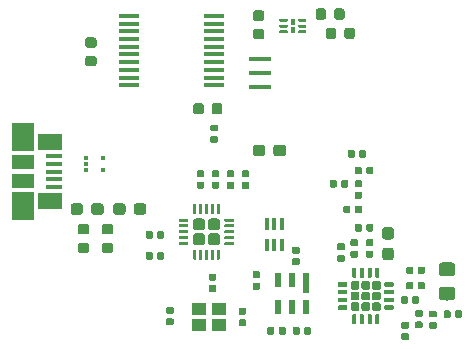
<source format=gtp>
G04 #@! TF.GenerationSoftware,KiCad,Pcbnew,(5.1.0)-1*
G04 #@! TF.CreationDate,2019-06-21T15:08:08-03:00*
G04 #@! TF.ProjectId,EstacionTerrena,45737461-6369-46f6-9e54-657272656e61,rev?*
G04 #@! TF.SameCoordinates,Original*
G04 #@! TF.FileFunction,Paste,Top*
G04 #@! TF.FilePolarity,Positive*
%FSLAX46Y46*%
G04 Gerber Fmt 4.6, Leading zero omitted, Abs format (unit mm)*
G04 Created by KiCad (PCBNEW (5.1.0)-1) date 2019-06-21 15:08:08*
%MOMM*%
%LPD*%
G04 APERTURE LIST*
%ADD10R,1.900000X1.175000*%
%ADD11R,1.900000X2.375000*%
%ADD12R,2.100000X1.475000*%
%ADD13R,1.380000X0.450000*%
%ADD14C,0.100000*%
%ADD15C,0.950000*%
%ADD16R,1.750000X0.450000*%
%ADD17C,0.730000*%
%ADD18C,0.350000*%
%ADD19R,0.600000X1.200000*%
%ADD20R,0.600000X1.700000*%
%ADD21R,0.350000X1.000000*%
%ADD22C,1.010000*%
%ADD23C,0.250000*%
%ADD24C,0.400000*%
%ADD25C,0.590000*%
%ADD26C,1.150000*%
%ADD27C,0.875000*%
%ADD28R,1.150000X1.000000*%
%ADD29R,1.900000X0.400000*%
%ADD30R,0.450000X0.300000*%
G04 APERTURE END LIST*
D10*
X1529200Y-15844400D03*
X1529200Y-14164400D03*
D11*
X1529200Y-17914400D03*
X1529200Y-12094400D03*
D12*
X3829200Y-17466900D03*
X3829200Y-12541900D03*
D13*
X4189200Y-16304400D03*
X4189200Y-15654400D03*
X4189200Y-15004400D03*
X4189200Y-14354400D03*
X4189200Y-13704400D03*
D14*
G36*
X23601779Y-12739144D02*
G01*
X23624834Y-12742563D01*
X23647443Y-12748227D01*
X23669387Y-12756079D01*
X23690457Y-12766044D01*
X23710448Y-12778026D01*
X23729168Y-12791910D01*
X23746438Y-12807562D01*
X23762090Y-12824832D01*
X23775974Y-12843552D01*
X23787956Y-12863543D01*
X23797921Y-12884613D01*
X23805773Y-12906557D01*
X23811437Y-12929166D01*
X23814856Y-12952221D01*
X23816000Y-12975500D01*
X23816000Y-13450500D01*
X23814856Y-13473779D01*
X23811437Y-13496834D01*
X23805773Y-13519443D01*
X23797921Y-13541387D01*
X23787956Y-13562457D01*
X23775974Y-13582448D01*
X23762090Y-13601168D01*
X23746438Y-13618438D01*
X23729168Y-13634090D01*
X23710448Y-13647974D01*
X23690457Y-13659956D01*
X23669387Y-13669921D01*
X23647443Y-13677773D01*
X23624834Y-13683437D01*
X23601779Y-13686856D01*
X23578500Y-13688000D01*
X23003500Y-13688000D01*
X22980221Y-13686856D01*
X22957166Y-13683437D01*
X22934557Y-13677773D01*
X22912613Y-13669921D01*
X22891543Y-13659956D01*
X22871552Y-13647974D01*
X22852832Y-13634090D01*
X22835562Y-13618438D01*
X22819910Y-13601168D01*
X22806026Y-13582448D01*
X22794044Y-13562457D01*
X22784079Y-13541387D01*
X22776227Y-13519443D01*
X22770563Y-13496834D01*
X22767144Y-13473779D01*
X22766000Y-13450500D01*
X22766000Y-12975500D01*
X22767144Y-12952221D01*
X22770563Y-12929166D01*
X22776227Y-12906557D01*
X22784079Y-12884613D01*
X22794044Y-12863543D01*
X22806026Y-12843552D01*
X22819910Y-12824832D01*
X22835562Y-12807562D01*
X22852832Y-12791910D01*
X22871552Y-12778026D01*
X22891543Y-12766044D01*
X22912613Y-12756079D01*
X22934557Y-12748227D01*
X22957166Y-12742563D01*
X22980221Y-12739144D01*
X23003500Y-12738000D01*
X23578500Y-12738000D01*
X23601779Y-12739144D01*
X23601779Y-12739144D01*
G37*
D15*
X23291000Y-13213000D03*
D14*
G36*
X21851779Y-12739144D02*
G01*
X21874834Y-12742563D01*
X21897443Y-12748227D01*
X21919387Y-12756079D01*
X21940457Y-12766044D01*
X21960448Y-12778026D01*
X21979168Y-12791910D01*
X21996438Y-12807562D01*
X22012090Y-12824832D01*
X22025974Y-12843552D01*
X22037956Y-12863543D01*
X22047921Y-12884613D01*
X22055773Y-12906557D01*
X22061437Y-12929166D01*
X22064856Y-12952221D01*
X22066000Y-12975500D01*
X22066000Y-13450500D01*
X22064856Y-13473779D01*
X22061437Y-13496834D01*
X22055773Y-13519443D01*
X22047921Y-13541387D01*
X22037956Y-13562457D01*
X22025974Y-13582448D01*
X22012090Y-13601168D01*
X21996438Y-13618438D01*
X21979168Y-13634090D01*
X21960448Y-13647974D01*
X21940457Y-13659956D01*
X21919387Y-13669921D01*
X21897443Y-13677773D01*
X21874834Y-13683437D01*
X21851779Y-13686856D01*
X21828500Y-13688000D01*
X21253500Y-13688000D01*
X21230221Y-13686856D01*
X21207166Y-13683437D01*
X21184557Y-13677773D01*
X21162613Y-13669921D01*
X21141543Y-13659956D01*
X21121552Y-13647974D01*
X21102832Y-13634090D01*
X21085562Y-13618438D01*
X21069910Y-13601168D01*
X21056026Y-13582448D01*
X21044044Y-13562457D01*
X21034079Y-13541387D01*
X21026227Y-13519443D01*
X21020563Y-13496834D01*
X21017144Y-13473779D01*
X21016000Y-13450500D01*
X21016000Y-12975500D01*
X21017144Y-12952221D01*
X21020563Y-12929166D01*
X21026227Y-12906557D01*
X21034079Y-12884613D01*
X21044044Y-12863543D01*
X21056026Y-12843552D01*
X21069910Y-12824832D01*
X21085562Y-12807562D01*
X21102832Y-12791910D01*
X21121552Y-12778026D01*
X21141543Y-12766044D01*
X21162613Y-12756079D01*
X21184557Y-12748227D01*
X21207166Y-12742563D01*
X21230221Y-12739144D01*
X21253500Y-12738000D01*
X21828500Y-12738000D01*
X21851779Y-12739144D01*
X21851779Y-12739144D01*
G37*
D15*
X21541000Y-13213000D03*
D16*
X17759200Y-7693200D03*
X17759200Y-7043200D03*
X17759200Y-6393200D03*
X17759200Y-5743200D03*
X17759200Y-5093200D03*
X17759200Y-4443200D03*
X17759200Y-3793200D03*
X17759200Y-3143200D03*
X17759200Y-2493200D03*
X17759200Y-1843200D03*
X10559200Y-1843200D03*
X10559200Y-2493200D03*
X10559200Y-3143200D03*
X10559200Y-3793200D03*
X10559200Y-4443200D03*
X10559200Y-5093200D03*
X10559200Y-5743200D03*
X10559200Y-6393200D03*
X10559200Y-7043200D03*
X10559200Y-7693200D03*
D14*
G36*
X31693388Y-24281279D02*
G01*
X31711104Y-24283907D01*
X31728477Y-24288258D01*
X31745340Y-24294292D01*
X31761530Y-24301949D01*
X31776892Y-24311157D01*
X31791277Y-24321826D01*
X31804547Y-24333853D01*
X31816574Y-24347123D01*
X31827243Y-24361508D01*
X31836451Y-24376870D01*
X31844108Y-24393060D01*
X31850142Y-24409923D01*
X31854493Y-24427296D01*
X31857121Y-24445012D01*
X31858000Y-24462900D01*
X31858000Y-24827900D01*
X31857121Y-24845788D01*
X31854493Y-24863504D01*
X31850142Y-24880877D01*
X31844108Y-24897740D01*
X31836451Y-24913930D01*
X31827243Y-24929292D01*
X31816574Y-24943677D01*
X31804547Y-24956947D01*
X31791277Y-24968974D01*
X31776892Y-24979643D01*
X31761530Y-24988851D01*
X31745340Y-24996508D01*
X31728477Y-25002542D01*
X31711104Y-25006893D01*
X31693388Y-25009521D01*
X31675500Y-25010400D01*
X31310500Y-25010400D01*
X31292612Y-25009521D01*
X31274896Y-25006893D01*
X31257523Y-25002542D01*
X31240660Y-24996508D01*
X31224470Y-24988851D01*
X31209108Y-24979643D01*
X31194723Y-24968974D01*
X31181453Y-24956947D01*
X31169426Y-24943677D01*
X31158757Y-24929292D01*
X31149549Y-24913930D01*
X31141892Y-24897740D01*
X31135858Y-24880877D01*
X31131507Y-24863504D01*
X31128879Y-24845788D01*
X31128000Y-24827900D01*
X31128000Y-24462900D01*
X31128879Y-24445012D01*
X31131507Y-24427296D01*
X31135858Y-24409923D01*
X31141892Y-24393060D01*
X31149549Y-24376870D01*
X31158757Y-24361508D01*
X31169426Y-24347123D01*
X31181453Y-24333853D01*
X31194723Y-24321826D01*
X31209108Y-24311157D01*
X31224470Y-24301949D01*
X31240660Y-24294292D01*
X31257523Y-24288258D01*
X31274896Y-24283907D01*
X31292612Y-24281279D01*
X31310500Y-24280400D01*
X31675500Y-24280400D01*
X31693388Y-24281279D01*
X31693388Y-24281279D01*
G37*
D17*
X31493000Y-24645400D03*
D14*
G36*
X30793388Y-24281279D02*
G01*
X30811104Y-24283907D01*
X30828477Y-24288258D01*
X30845340Y-24294292D01*
X30861530Y-24301949D01*
X30876892Y-24311157D01*
X30891277Y-24321826D01*
X30904547Y-24333853D01*
X30916574Y-24347123D01*
X30927243Y-24361508D01*
X30936451Y-24376870D01*
X30944108Y-24393060D01*
X30950142Y-24409923D01*
X30954493Y-24427296D01*
X30957121Y-24445012D01*
X30958000Y-24462900D01*
X30958000Y-24827900D01*
X30957121Y-24845788D01*
X30954493Y-24863504D01*
X30950142Y-24880877D01*
X30944108Y-24897740D01*
X30936451Y-24913930D01*
X30927243Y-24929292D01*
X30916574Y-24943677D01*
X30904547Y-24956947D01*
X30891277Y-24968974D01*
X30876892Y-24979643D01*
X30861530Y-24988851D01*
X30845340Y-24996508D01*
X30828477Y-25002542D01*
X30811104Y-25006893D01*
X30793388Y-25009521D01*
X30775500Y-25010400D01*
X30410500Y-25010400D01*
X30392612Y-25009521D01*
X30374896Y-25006893D01*
X30357523Y-25002542D01*
X30340660Y-24996508D01*
X30324470Y-24988851D01*
X30309108Y-24979643D01*
X30294723Y-24968974D01*
X30281453Y-24956947D01*
X30269426Y-24943677D01*
X30258757Y-24929292D01*
X30249549Y-24913930D01*
X30241892Y-24897740D01*
X30235858Y-24880877D01*
X30231507Y-24863504D01*
X30228879Y-24845788D01*
X30228000Y-24827900D01*
X30228000Y-24462900D01*
X30228879Y-24445012D01*
X30231507Y-24427296D01*
X30235858Y-24409923D01*
X30241892Y-24393060D01*
X30249549Y-24376870D01*
X30258757Y-24361508D01*
X30269426Y-24347123D01*
X30281453Y-24333853D01*
X30294723Y-24321826D01*
X30309108Y-24311157D01*
X30324470Y-24301949D01*
X30340660Y-24294292D01*
X30357523Y-24288258D01*
X30374896Y-24283907D01*
X30392612Y-24281279D01*
X30410500Y-24280400D01*
X30775500Y-24280400D01*
X30793388Y-24281279D01*
X30793388Y-24281279D01*
G37*
D17*
X30593000Y-24645400D03*
D14*
G36*
X29893388Y-24281279D02*
G01*
X29911104Y-24283907D01*
X29928477Y-24288258D01*
X29945340Y-24294292D01*
X29961530Y-24301949D01*
X29976892Y-24311157D01*
X29991277Y-24321826D01*
X30004547Y-24333853D01*
X30016574Y-24347123D01*
X30027243Y-24361508D01*
X30036451Y-24376870D01*
X30044108Y-24393060D01*
X30050142Y-24409923D01*
X30054493Y-24427296D01*
X30057121Y-24445012D01*
X30058000Y-24462900D01*
X30058000Y-24827900D01*
X30057121Y-24845788D01*
X30054493Y-24863504D01*
X30050142Y-24880877D01*
X30044108Y-24897740D01*
X30036451Y-24913930D01*
X30027243Y-24929292D01*
X30016574Y-24943677D01*
X30004547Y-24956947D01*
X29991277Y-24968974D01*
X29976892Y-24979643D01*
X29961530Y-24988851D01*
X29945340Y-24996508D01*
X29928477Y-25002542D01*
X29911104Y-25006893D01*
X29893388Y-25009521D01*
X29875500Y-25010400D01*
X29510500Y-25010400D01*
X29492612Y-25009521D01*
X29474896Y-25006893D01*
X29457523Y-25002542D01*
X29440660Y-24996508D01*
X29424470Y-24988851D01*
X29409108Y-24979643D01*
X29394723Y-24968974D01*
X29381453Y-24956947D01*
X29369426Y-24943677D01*
X29358757Y-24929292D01*
X29349549Y-24913930D01*
X29341892Y-24897740D01*
X29335858Y-24880877D01*
X29331507Y-24863504D01*
X29328879Y-24845788D01*
X29328000Y-24827900D01*
X29328000Y-24462900D01*
X29328879Y-24445012D01*
X29331507Y-24427296D01*
X29335858Y-24409923D01*
X29341892Y-24393060D01*
X29349549Y-24376870D01*
X29358757Y-24361508D01*
X29369426Y-24347123D01*
X29381453Y-24333853D01*
X29394723Y-24321826D01*
X29409108Y-24311157D01*
X29424470Y-24301949D01*
X29440660Y-24294292D01*
X29457523Y-24288258D01*
X29474896Y-24283907D01*
X29492612Y-24281279D01*
X29510500Y-24280400D01*
X29875500Y-24280400D01*
X29893388Y-24281279D01*
X29893388Y-24281279D01*
G37*
D17*
X29693000Y-24645400D03*
D14*
G36*
X31693388Y-25181279D02*
G01*
X31711104Y-25183907D01*
X31728477Y-25188258D01*
X31745340Y-25194292D01*
X31761530Y-25201949D01*
X31776892Y-25211157D01*
X31791277Y-25221826D01*
X31804547Y-25233853D01*
X31816574Y-25247123D01*
X31827243Y-25261508D01*
X31836451Y-25276870D01*
X31844108Y-25293060D01*
X31850142Y-25309923D01*
X31854493Y-25327296D01*
X31857121Y-25345012D01*
X31858000Y-25362900D01*
X31858000Y-25727900D01*
X31857121Y-25745788D01*
X31854493Y-25763504D01*
X31850142Y-25780877D01*
X31844108Y-25797740D01*
X31836451Y-25813930D01*
X31827243Y-25829292D01*
X31816574Y-25843677D01*
X31804547Y-25856947D01*
X31791277Y-25868974D01*
X31776892Y-25879643D01*
X31761530Y-25888851D01*
X31745340Y-25896508D01*
X31728477Y-25902542D01*
X31711104Y-25906893D01*
X31693388Y-25909521D01*
X31675500Y-25910400D01*
X31310500Y-25910400D01*
X31292612Y-25909521D01*
X31274896Y-25906893D01*
X31257523Y-25902542D01*
X31240660Y-25896508D01*
X31224470Y-25888851D01*
X31209108Y-25879643D01*
X31194723Y-25868974D01*
X31181453Y-25856947D01*
X31169426Y-25843677D01*
X31158757Y-25829292D01*
X31149549Y-25813930D01*
X31141892Y-25797740D01*
X31135858Y-25780877D01*
X31131507Y-25763504D01*
X31128879Y-25745788D01*
X31128000Y-25727900D01*
X31128000Y-25362900D01*
X31128879Y-25345012D01*
X31131507Y-25327296D01*
X31135858Y-25309923D01*
X31141892Y-25293060D01*
X31149549Y-25276870D01*
X31158757Y-25261508D01*
X31169426Y-25247123D01*
X31181453Y-25233853D01*
X31194723Y-25221826D01*
X31209108Y-25211157D01*
X31224470Y-25201949D01*
X31240660Y-25194292D01*
X31257523Y-25188258D01*
X31274896Y-25183907D01*
X31292612Y-25181279D01*
X31310500Y-25180400D01*
X31675500Y-25180400D01*
X31693388Y-25181279D01*
X31693388Y-25181279D01*
G37*
D17*
X31493000Y-25545400D03*
D14*
G36*
X30793388Y-25181279D02*
G01*
X30811104Y-25183907D01*
X30828477Y-25188258D01*
X30845340Y-25194292D01*
X30861530Y-25201949D01*
X30876892Y-25211157D01*
X30891277Y-25221826D01*
X30904547Y-25233853D01*
X30916574Y-25247123D01*
X30927243Y-25261508D01*
X30936451Y-25276870D01*
X30944108Y-25293060D01*
X30950142Y-25309923D01*
X30954493Y-25327296D01*
X30957121Y-25345012D01*
X30958000Y-25362900D01*
X30958000Y-25727900D01*
X30957121Y-25745788D01*
X30954493Y-25763504D01*
X30950142Y-25780877D01*
X30944108Y-25797740D01*
X30936451Y-25813930D01*
X30927243Y-25829292D01*
X30916574Y-25843677D01*
X30904547Y-25856947D01*
X30891277Y-25868974D01*
X30876892Y-25879643D01*
X30861530Y-25888851D01*
X30845340Y-25896508D01*
X30828477Y-25902542D01*
X30811104Y-25906893D01*
X30793388Y-25909521D01*
X30775500Y-25910400D01*
X30410500Y-25910400D01*
X30392612Y-25909521D01*
X30374896Y-25906893D01*
X30357523Y-25902542D01*
X30340660Y-25896508D01*
X30324470Y-25888851D01*
X30309108Y-25879643D01*
X30294723Y-25868974D01*
X30281453Y-25856947D01*
X30269426Y-25843677D01*
X30258757Y-25829292D01*
X30249549Y-25813930D01*
X30241892Y-25797740D01*
X30235858Y-25780877D01*
X30231507Y-25763504D01*
X30228879Y-25745788D01*
X30228000Y-25727900D01*
X30228000Y-25362900D01*
X30228879Y-25345012D01*
X30231507Y-25327296D01*
X30235858Y-25309923D01*
X30241892Y-25293060D01*
X30249549Y-25276870D01*
X30258757Y-25261508D01*
X30269426Y-25247123D01*
X30281453Y-25233853D01*
X30294723Y-25221826D01*
X30309108Y-25211157D01*
X30324470Y-25201949D01*
X30340660Y-25194292D01*
X30357523Y-25188258D01*
X30374896Y-25183907D01*
X30392612Y-25181279D01*
X30410500Y-25180400D01*
X30775500Y-25180400D01*
X30793388Y-25181279D01*
X30793388Y-25181279D01*
G37*
D17*
X30593000Y-25545400D03*
D14*
G36*
X29893388Y-25181279D02*
G01*
X29911104Y-25183907D01*
X29928477Y-25188258D01*
X29945340Y-25194292D01*
X29961530Y-25201949D01*
X29976892Y-25211157D01*
X29991277Y-25221826D01*
X30004547Y-25233853D01*
X30016574Y-25247123D01*
X30027243Y-25261508D01*
X30036451Y-25276870D01*
X30044108Y-25293060D01*
X30050142Y-25309923D01*
X30054493Y-25327296D01*
X30057121Y-25345012D01*
X30058000Y-25362900D01*
X30058000Y-25727900D01*
X30057121Y-25745788D01*
X30054493Y-25763504D01*
X30050142Y-25780877D01*
X30044108Y-25797740D01*
X30036451Y-25813930D01*
X30027243Y-25829292D01*
X30016574Y-25843677D01*
X30004547Y-25856947D01*
X29991277Y-25868974D01*
X29976892Y-25879643D01*
X29961530Y-25888851D01*
X29945340Y-25896508D01*
X29928477Y-25902542D01*
X29911104Y-25906893D01*
X29893388Y-25909521D01*
X29875500Y-25910400D01*
X29510500Y-25910400D01*
X29492612Y-25909521D01*
X29474896Y-25906893D01*
X29457523Y-25902542D01*
X29440660Y-25896508D01*
X29424470Y-25888851D01*
X29409108Y-25879643D01*
X29394723Y-25868974D01*
X29381453Y-25856947D01*
X29369426Y-25843677D01*
X29358757Y-25829292D01*
X29349549Y-25813930D01*
X29341892Y-25797740D01*
X29335858Y-25780877D01*
X29331507Y-25763504D01*
X29328879Y-25745788D01*
X29328000Y-25727900D01*
X29328000Y-25362900D01*
X29328879Y-25345012D01*
X29331507Y-25327296D01*
X29335858Y-25309923D01*
X29341892Y-25293060D01*
X29349549Y-25276870D01*
X29358757Y-25261508D01*
X29369426Y-25247123D01*
X29381453Y-25233853D01*
X29394723Y-25221826D01*
X29409108Y-25211157D01*
X29424470Y-25201949D01*
X29440660Y-25194292D01*
X29457523Y-25188258D01*
X29474896Y-25183907D01*
X29492612Y-25181279D01*
X29510500Y-25180400D01*
X29875500Y-25180400D01*
X29893388Y-25181279D01*
X29893388Y-25181279D01*
G37*
D17*
X29693000Y-25545400D03*
D14*
G36*
X31693388Y-26081279D02*
G01*
X31711104Y-26083907D01*
X31728477Y-26088258D01*
X31745340Y-26094292D01*
X31761530Y-26101949D01*
X31776892Y-26111157D01*
X31791277Y-26121826D01*
X31804547Y-26133853D01*
X31816574Y-26147123D01*
X31827243Y-26161508D01*
X31836451Y-26176870D01*
X31844108Y-26193060D01*
X31850142Y-26209923D01*
X31854493Y-26227296D01*
X31857121Y-26245012D01*
X31858000Y-26262900D01*
X31858000Y-26627900D01*
X31857121Y-26645788D01*
X31854493Y-26663504D01*
X31850142Y-26680877D01*
X31844108Y-26697740D01*
X31836451Y-26713930D01*
X31827243Y-26729292D01*
X31816574Y-26743677D01*
X31804547Y-26756947D01*
X31791277Y-26768974D01*
X31776892Y-26779643D01*
X31761530Y-26788851D01*
X31745340Y-26796508D01*
X31728477Y-26802542D01*
X31711104Y-26806893D01*
X31693388Y-26809521D01*
X31675500Y-26810400D01*
X31310500Y-26810400D01*
X31292612Y-26809521D01*
X31274896Y-26806893D01*
X31257523Y-26802542D01*
X31240660Y-26796508D01*
X31224470Y-26788851D01*
X31209108Y-26779643D01*
X31194723Y-26768974D01*
X31181453Y-26756947D01*
X31169426Y-26743677D01*
X31158757Y-26729292D01*
X31149549Y-26713930D01*
X31141892Y-26697740D01*
X31135858Y-26680877D01*
X31131507Y-26663504D01*
X31128879Y-26645788D01*
X31128000Y-26627900D01*
X31128000Y-26262900D01*
X31128879Y-26245012D01*
X31131507Y-26227296D01*
X31135858Y-26209923D01*
X31141892Y-26193060D01*
X31149549Y-26176870D01*
X31158757Y-26161508D01*
X31169426Y-26147123D01*
X31181453Y-26133853D01*
X31194723Y-26121826D01*
X31209108Y-26111157D01*
X31224470Y-26101949D01*
X31240660Y-26094292D01*
X31257523Y-26088258D01*
X31274896Y-26083907D01*
X31292612Y-26081279D01*
X31310500Y-26080400D01*
X31675500Y-26080400D01*
X31693388Y-26081279D01*
X31693388Y-26081279D01*
G37*
D17*
X31493000Y-26445400D03*
D14*
G36*
X30793388Y-26081279D02*
G01*
X30811104Y-26083907D01*
X30828477Y-26088258D01*
X30845340Y-26094292D01*
X30861530Y-26101949D01*
X30876892Y-26111157D01*
X30891277Y-26121826D01*
X30904547Y-26133853D01*
X30916574Y-26147123D01*
X30927243Y-26161508D01*
X30936451Y-26176870D01*
X30944108Y-26193060D01*
X30950142Y-26209923D01*
X30954493Y-26227296D01*
X30957121Y-26245012D01*
X30958000Y-26262900D01*
X30958000Y-26627900D01*
X30957121Y-26645788D01*
X30954493Y-26663504D01*
X30950142Y-26680877D01*
X30944108Y-26697740D01*
X30936451Y-26713930D01*
X30927243Y-26729292D01*
X30916574Y-26743677D01*
X30904547Y-26756947D01*
X30891277Y-26768974D01*
X30876892Y-26779643D01*
X30861530Y-26788851D01*
X30845340Y-26796508D01*
X30828477Y-26802542D01*
X30811104Y-26806893D01*
X30793388Y-26809521D01*
X30775500Y-26810400D01*
X30410500Y-26810400D01*
X30392612Y-26809521D01*
X30374896Y-26806893D01*
X30357523Y-26802542D01*
X30340660Y-26796508D01*
X30324470Y-26788851D01*
X30309108Y-26779643D01*
X30294723Y-26768974D01*
X30281453Y-26756947D01*
X30269426Y-26743677D01*
X30258757Y-26729292D01*
X30249549Y-26713930D01*
X30241892Y-26697740D01*
X30235858Y-26680877D01*
X30231507Y-26663504D01*
X30228879Y-26645788D01*
X30228000Y-26627900D01*
X30228000Y-26262900D01*
X30228879Y-26245012D01*
X30231507Y-26227296D01*
X30235858Y-26209923D01*
X30241892Y-26193060D01*
X30249549Y-26176870D01*
X30258757Y-26161508D01*
X30269426Y-26147123D01*
X30281453Y-26133853D01*
X30294723Y-26121826D01*
X30309108Y-26111157D01*
X30324470Y-26101949D01*
X30340660Y-26094292D01*
X30357523Y-26088258D01*
X30374896Y-26083907D01*
X30392612Y-26081279D01*
X30410500Y-26080400D01*
X30775500Y-26080400D01*
X30793388Y-26081279D01*
X30793388Y-26081279D01*
G37*
D17*
X30593000Y-26445400D03*
D14*
G36*
X29893388Y-26081279D02*
G01*
X29911104Y-26083907D01*
X29928477Y-26088258D01*
X29945340Y-26094292D01*
X29961530Y-26101949D01*
X29976892Y-26111157D01*
X29991277Y-26121826D01*
X30004547Y-26133853D01*
X30016574Y-26147123D01*
X30027243Y-26161508D01*
X30036451Y-26176870D01*
X30044108Y-26193060D01*
X30050142Y-26209923D01*
X30054493Y-26227296D01*
X30057121Y-26245012D01*
X30058000Y-26262900D01*
X30058000Y-26627900D01*
X30057121Y-26645788D01*
X30054493Y-26663504D01*
X30050142Y-26680877D01*
X30044108Y-26697740D01*
X30036451Y-26713930D01*
X30027243Y-26729292D01*
X30016574Y-26743677D01*
X30004547Y-26756947D01*
X29991277Y-26768974D01*
X29976892Y-26779643D01*
X29961530Y-26788851D01*
X29945340Y-26796508D01*
X29928477Y-26802542D01*
X29911104Y-26806893D01*
X29893388Y-26809521D01*
X29875500Y-26810400D01*
X29510500Y-26810400D01*
X29492612Y-26809521D01*
X29474896Y-26806893D01*
X29457523Y-26802542D01*
X29440660Y-26796508D01*
X29424470Y-26788851D01*
X29409108Y-26779643D01*
X29394723Y-26768974D01*
X29381453Y-26756947D01*
X29369426Y-26743677D01*
X29358757Y-26729292D01*
X29349549Y-26713930D01*
X29341892Y-26697740D01*
X29335858Y-26680877D01*
X29331507Y-26663504D01*
X29328879Y-26645788D01*
X29328000Y-26627900D01*
X29328000Y-26262900D01*
X29328879Y-26245012D01*
X29331507Y-26227296D01*
X29335858Y-26209923D01*
X29341892Y-26193060D01*
X29349549Y-26176870D01*
X29358757Y-26161508D01*
X29369426Y-26147123D01*
X29381453Y-26133853D01*
X29394723Y-26121826D01*
X29409108Y-26111157D01*
X29424470Y-26101949D01*
X29440660Y-26094292D01*
X29457523Y-26088258D01*
X29474896Y-26083907D01*
X29492612Y-26081279D01*
X29510500Y-26080400D01*
X29875500Y-26080400D01*
X29893388Y-26081279D01*
X29893388Y-26081279D01*
G37*
D17*
X29693000Y-26445400D03*
D14*
G36*
X31664076Y-23170821D02*
G01*
X31672570Y-23172081D01*
X31680900Y-23174168D01*
X31688985Y-23177061D01*
X31696747Y-23180732D01*
X31704112Y-23185146D01*
X31711009Y-23190262D01*
X31717372Y-23196028D01*
X31723138Y-23202391D01*
X31728254Y-23209288D01*
X31732668Y-23216653D01*
X31736339Y-23224415D01*
X31739232Y-23232500D01*
X31741319Y-23240830D01*
X31742579Y-23249324D01*
X31743000Y-23257900D01*
X31743000Y-23907900D01*
X31742579Y-23916476D01*
X31741319Y-23924970D01*
X31739232Y-23933300D01*
X31736339Y-23941385D01*
X31732668Y-23949147D01*
X31728254Y-23956512D01*
X31723138Y-23963409D01*
X31717372Y-23969772D01*
X31711009Y-23975538D01*
X31704112Y-23980654D01*
X31696747Y-23985068D01*
X31688985Y-23988739D01*
X31680900Y-23991632D01*
X31672570Y-23993719D01*
X31664076Y-23994979D01*
X31655500Y-23995400D01*
X31480500Y-23995400D01*
X31471924Y-23994979D01*
X31463430Y-23993719D01*
X31455100Y-23991632D01*
X31447015Y-23988739D01*
X31439253Y-23985068D01*
X31431888Y-23980654D01*
X31424991Y-23975538D01*
X31418628Y-23969772D01*
X31412862Y-23963409D01*
X31407746Y-23956512D01*
X31403332Y-23949147D01*
X31399661Y-23941385D01*
X31396768Y-23933300D01*
X31394681Y-23924970D01*
X31393421Y-23916476D01*
X31393000Y-23907900D01*
X31393000Y-23257900D01*
X31393421Y-23249324D01*
X31394681Y-23240830D01*
X31396768Y-23232500D01*
X31399661Y-23224415D01*
X31403332Y-23216653D01*
X31407746Y-23209288D01*
X31412862Y-23202391D01*
X31418628Y-23196028D01*
X31424991Y-23190262D01*
X31431888Y-23185146D01*
X31439253Y-23180732D01*
X31447015Y-23177061D01*
X31455100Y-23174168D01*
X31463430Y-23172081D01*
X31471924Y-23170821D01*
X31480500Y-23170400D01*
X31655500Y-23170400D01*
X31664076Y-23170821D01*
X31664076Y-23170821D01*
G37*
D18*
X31568000Y-23582900D03*
D14*
G36*
X31014076Y-23170821D02*
G01*
X31022570Y-23172081D01*
X31030900Y-23174168D01*
X31038985Y-23177061D01*
X31046747Y-23180732D01*
X31054112Y-23185146D01*
X31061009Y-23190262D01*
X31067372Y-23196028D01*
X31073138Y-23202391D01*
X31078254Y-23209288D01*
X31082668Y-23216653D01*
X31086339Y-23224415D01*
X31089232Y-23232500D01*
X31091319Y-23240830D01*
X31092579Y-23249324D01*
X31093000Y-23257900D01*
X31093000Y-23907900D01*
X31092579Y-23916476D01*
X31091319Y-23924970D01*
X31089232Y-23933300D01*
X31086339Y-23941385D01*
X31082668Y-23949147D01*
X31078254Y-23956512D01*
X31073138Y-23963409D01*
X31067372Y-23969772D01*
X31061009Y-23975538D01*
X31054112Y-23980654D01*
X31046747Y-23985068D01*
X31038985Y-23988739D01*
X31030900Y-23991632D01*
X31022570Y-23993719D01*
X31014076Y-23994979D01*
X31005500Y-23995400D01*
X30830500Y-23995400D01*
X30821924Y-23994979D01*
X30813430Y-23993719D01*
X30805100Y-23991632D01*
X30797015Y-23988739D01*
X30789253Y-23985068D01*
X30781888Y-23980654D01*
X30774991Y-23975538D01*
X30768628Y-23969772D01*
X30762862Y-23963409D01*
X30757746Y-23956512D01*
X30753332Y-23949147D01*
X30749661Y-23941385D01*
X30746768Y-23933300D01*
X30744681Y-23924970D01*
X30743421Y-23916476D01*
X30743000Y-23907900D01*
X30743000Y-23257900D01*
X30743421Y-23249324D01*
X30744681Y-23240830D01*
X30746768Y-23232500D01*
X30749661Y-23224415D01*
X30753332Y-23216653D01*
X30757746Y-23209288D01*
X30762862Y-23202391D01*
X30768628Y-23196028D01*
X30774991Y-23190262D01*
X30781888Y-23185146D01*
X30789253Y-23180732D01*
X30797015Y-23177061D01*
X30805100Y-23174168D01*
X30813430Y-23172081D01*
X30821924Y-23170821D01*
X30830500Y-23170400D01*
X31005500Y-23170400D01*
X31014076Y-23170821D01*
X31014076Y-23170821D01*
G37*
D18*
X30918000Y-23582900D03*
D14*
G36*
X30364076Y-23170821D02*
G01*
X30372570Y-23172081D01*
X30380900Y-23174168D01*
X30388985Y-23177061D01*
X30396747Y-23180732D01*
X30404112Y-23185146D01*
X30411009Y-23190262D01*
X30417372Y-23196028D01*
X30423138Y-23202391D01*
X30428254Y-23209288D01*
X30432668Y-23216653D01*
X30436339Y-23224415D01*
X30439232Y-23232500D01*
X30441319Y-23240830D01*
X30442579Y-23249324D01*
X30443000Y-23257900D01*
X30443000Y-23907900D01*
X30442579Y-23916476D01*
X30441319Y-23924970D01*
X30439232Y-23933300D01*
X30436339Y-23941385D01*
X30432668Y-23949147D01*
X30428254Y-23956512D01*
X30423138Y-23963409D01*
X30417372Y-23969772D01*
X30411009Y-23975538D01*
X30404112Y-23980654D01*
X30396747Y-23985068D01*
X30388985Y-23988739D01*
X30380900Y-23991632D01*
X30372570Y-23993719D01*
X30364076Y-23994979D01*
X30355500Y-23995400D01*
X30180500Y-23995400D01*
X30171924Y-23994979D01*
X30163430Y-23993719D01*
X30155100Y-23991632D01*
X30147015Y-23988739D01*
X30139253Y-23985068D01*
X30131888Y-23980654D01*
X30124991Y-23975538D01*
X30118628Y-23969772D01*
X30112862Y-23963409D01*
X30107746Y-23956512D01*
X30103332Y-23949147D01*
X30099661Y-23941385D01*
X30096768Y-23933300D01*
X30094681Y-23924970D01*
X30093421Y-23916476D01*
X30093000Y-23907900D01*
X30093000Y-23257900D01*
X30093421Y-23249324D01*
X30094681Y-23240830D01*
X30096768Y-23232500D01*
X30099661Y-23224415D01*
X30103332Y-23216653D01*
X30107746Y-23209288D01*
X30112862Y-23202391D01*
X30118628Y-23196028D01*
X30124991Y-23190262D01*
X30131888Y-23185146D01*
X30139253Y-23180732D01*
X30147015Y-23177061D01*
X30155100Y-23174168D01*
X30163430Y-23172081D01*
X30171924Y-23170821D01*
X30180500Y-23170400D01*
X30355500Y-23170400D01*
X30364076Y-23170821D01*
X30364076Y-23170821D01*
G37*
D18*
X30268000Y-23582900D03*
D14*
G36*
X29714076Y-23170821D02*
G01*
X29722570Y-23172081D01*
X29730900Y-23174168D01*
X29738985Y-23177061D01*
X29746747Y-23180732D01*
X29754112Y-23185146D01*
X29761009Y-23190262D01*
X29767372Y-23196028D01*
X29773138Y-23202391D01*
X29778254Y-23209288D01*
X29782668Y-23216653D01*
X29786339Y-23224415D01*
X29789232Y-23232500D01*
X29791319Y-23240830D01*
X29792579Y-23249324D01*
X29793000Y-23257900D01*
X29793000Y-23907900D01*
X29792579Y-23916476D01*
X29791319Y-23924970D01*
X29789232Y-23933300D01*
X29786339Y-23941385D01*
X29782668Y-23949147D01*
X29778254Y-23956512D01*
X29773138Y-23963409D01*
X29767372Y-23969772D01*
X29761009Y-23975538D01*
X29754112Y-23980654D01*
X29746747Y-23985068D01*
X29738985Y-23988739D01*
X29730900Y-23991632D01*
X29722570Y-23993719D01*
X29714076Y-23994979D01*
X29705500Y-23995400D01*
X29530500Y-23995400D01*
X29521924Y-23994979D01*
X29513430Y-23993719D01*
X29505100Y-23991632D01*
X29497015Y-23988739D01*
X29489253Y-23985068D01*
X29481888Y-23980654D01*
X29474991Y-23975538D01*
X29468628Y-23969772D01*
X29462862Y-23963409D01*
X29457746Y-23956512D01*
X29453332Y-23949147D01*
X29449661Y-23941385D01*
X29446768Y-23933300D01*
X29444681Y-23924970D01*
X29443421Y-23916476D01*
X29443000Y-23907900D01*
X29443000Y-23257900D01*
X29443421Y-23249324D01*
X29444681Y-23240830D01*
X29446768Y-23232500D01*
X29449661Y-23224415D01*
X29453332Y-23216653D01*
X29457746Y-23209288D01*
X29462862Y-23202391D01*
X29468628Y-23196028D01*
X29474991Y-23190262D01*
X29481888Y-23185146D01*
X29489253Y-23180732D01*
X29497015Y-23177061D01*
X29505100Y-23174168D01*
X29513430Y-23172081D01*
X29521924Y-23170821D01*
X29530500Y-23170400D01*
X29705500Y-23170400D01*
X29714076Y-23170821D01*
X29714076Y-23170821D01*
G37*
D18*
X29618000Y-23582900D03*
D14*
G36*
X28964076Y-24395821D02*
G01*
X28972570Y-24397081D01*
X28980900Y-24399168D01*
X28988985Y-24402061D01*
X28996747Y-24405732D01*
X29004112Y-24410146D01*
X29011009Y-24415262D01*
X29017372Y-24421028D01*
X29023138Y-24427391D01*
X29028254Y-24434288D01*
X29032668Y-24441653D01*
X29036339Y-24449415D01*
X29039232Y-24457500D01*
X29041319Y-24465830D01*
X29042579Y-24474324D01*
X29043000Y-24482900D01*
X29043000Y-24657900D01*
X29042579Y-24666476D01*
X29041319Y-24674970D01*
X29039232Y-24683300D01*
X29036339Y-24691385D01*
X29032668Y-24699147D01*
X29028254Y-24706512D01*
X29023138Y-24713409D01*
X29017372Y-24719772D01*
X29011009Y-24725538D01*
X29004112Y-24730654D01*
X28996747Y-24735068D01*
X28988985Y-24738739D01*
X28980900Y-24741632D01*
X28972570Y-24743719D01*
X28964076Y-24744979D01*
X28955500Y-24745400D01*
X28305500Y-24745400D01*
X28296924Y-24744979D01*
X28288430Y-24743719D01*
X28280100Y-24741632D01*
X28272015Y-24738739D01*
X28264253Y-24735068D01*
X28256888Y-24730654D01*
X28249991Y-24725538D01*
X28243628Y-24719772D01*
X28237862Y-24713409D01*
X28232746Y-24706512D01*
X28228332Y-24699147D01*
X28224661Y-24691385D01*
X28221768Y-24683300D01*
X28219681Y-24674970D01*
X28218421Y-24666476D01*
X28218000Y-24657900D01*
X28218000Y-24482900D01*
X28218421Y-24474324D01*
X28219681Y-24465830D01*
X28221768Y-24457500D01*
X28224661Y-24449415D01*
X28228332Y-24441653D01*
X28232746Y-24434288D01*
X28237862Y-24427391D01*
X28243628Y-24421028D01*
X28249991Y-24415262D01*
X28256888Y-24410146D01*
X28264253Y-24405732D01*
X28272015Y-24402061D01*
X28280100Y-24399168D01*
X28288430Y-24397081D01*
X28296924Y-24395821D01*
X28305500Y-24395400D01*
X28955500Y-24395400D01*
X28964076Y-24395821D01*
X28964076Y-24395821D01*
G37*
D18*
X28630500Y-24570400D03*
D14*
G36*
X28964076Y-25045821D02*
G01*
X28972570Y-25047081D01*
X28980900Y-25049168D01*
X28988985Y-25052061D01*
X28996747Y-25055732D01*
X29004112Y-25060146D01*
X29011009Y-25065262D01*
X29017372Y-25071028D01*
X29023138Y-25077391D01*
X29028254Y-25084288D01*
X29032668Y-25091653D01*
X29036339Y-25099415D01*
X29039232Y-25107500D01*
X29041319Y-25115830D01*
X29042579Y-25124324D01*
X29043000Y-25132900D01*
X29043000Y-25307900D01*
X29042579Y-25316476D01*
X29041319Y-25324970D01*
X29039232Y-25333300D01*
X29036339Y-25341385D01*
X29032668Y-25349147D01*
X29028254Y-25356512D01*
X29023138Y-25363409D01*
X29017372Y-25369772D01*
X29011009Y-25375538D01*
X29004112Y-25380654D01*
X28996747Y-25385068D01*
X28988985Y-25388739D01*
X28980900Y-25391632D01*
X28972570Y-25393719D01*
X28964076Y-25394979D01*
X28955500Y-25395400D01*
X28305500Y-25395400D01*
X28296924Y-25394979D01*
X28288430Y-25393719D01*
X28280100Y-25391632D01*
X28272015Y-25388739D01*
X28264253Y-25385068D01*
X28256888Y-25380654D01*
X28249991Y-25375538D01*
X28243628Y-25369772D01*
X28237862Y-25363409D01*
X28232746Y-25356512D01*
X28228332Y-25349147D01*
X28224661Y-25341385D01*
X28221768Y-25333300D01*
X28219681Y-25324970D01*
X28218421Y-25316476D01*
X28218000Y-25307900D01*
X28218000Y-25132900D01*
X28218421Y-25124324D01*
X28219681Y-25115830D01*
X28221768Y-25107500D01*
X28224661Y-25099415D01*
X28228332Y-25091653D01*
X28232746Y-25084288D01*
X28237862Y-25077391D01*
X28243628Y-25071028D01*
X28249991Y-25065262D01*
X28256888Y-25060146D01*
X28264253Y-25055732D01*
X28272015Y-25052061D01*
X28280100Y-25049168D01*
X28288430Y-25047081D01*
X28296924Y-25045821D01*
X28305500Y-25045400D01*
X28955500Y-25045400D01*
X28964076Y-25045821D01*
X28964076Y-25045821D01*
G37*
D18*
X28630500Y-25220400D03*
D14*
G36*
X28964076Y-25695821D02*
G01*
X28972570Y-25697081D01*
X28980900Y-25699168D01*
X28988985Y-25702061D01*
X28996747Y-25705732D01*
X29004112Y-25710146D01*
X29011009Y-25715262D01*
X29017372Y-25721028D01*
X29023138Y-25727391D01*
X29028254Y-25734288D01*
X29032668Y-25741653D01*
X29036339Y-25749415D01*
X29039232Y-25757500D01*
X29041319Y-25765830D01*
X29042579Y-25774324D01*
X29043000Y-25782900D01*
X29043000Y-25957900D01*
X29042579Y-25966476D01*
X29041319Y-25974970D01*
X29039232Y-25983300D01*
X29036339Y-25991385D01*
X29032668Y-25999147D01*
X29028254Y-26006512D01*
X29023138Y-26013409D01*
X29017372Y-26019772D01*
X29011009Y-26025538D01*
X29004112Y-26030654D01*
X28996747Y-26035068D01*
X28988985Y-26038739D01*
X28980900Y-26041632D01*
X28972570Y-26043719D01*
X28964076Y-26044979D01*
X28955500Y-26045400D01*
X28305500Y-26045400D01*
X28296924Y-26044979D01*
X28288430Y-26043719D01*
X28280100Y-26041632D01*
X28272015Y-26038739D01*
X28264253Y-26035068D01*
X28256888Y-26030654D01*
X28249991Y-26025538D01*
X28243628Y-26019772D01*
X28237862Y-26013409D01*
X28232746Y-26006512D01*
X28228332Y-25999147D01*
X28224661Y-25991385D01*
X28221768Y-25983300D01*
X28219681Y-25974970D01*
X28218421Y-25966476D01*
X28218000Y-25957900D01*
X28218000Y-25782900D01*
X28218421Y-25774324D01*
X28219681Y-25765830D01*
X28221768Y-25757500D01*
X28224661Y-25749415D01*
X28228332Y-25741653D01*
X28232746Y-25734288D01*
X28237862Y-25727391D01*
X28243628Y-25721028D01*
X28249991Y-25715262D01*
X28256888Y-25710146D01*
X28264253Y-25705732D01*
X28272015Y-25702061D01*
X28280100Y-25699168D01*
X28288430Y-25697081D01*
X28296924Y-25695821D01*
X28305500Y-25695400D01*
X28955500Y-25695400D01*
X28964076Y-25695821D01*
X28964076Y-25695821D01*
G37*
D18*
X28630500Y-25870400D03*
D14*
G36*
X28964076Y-26345821D02*
G01*
X28972570Y-26347081D01*
X28980900Y-26349168D01*
X28988985Y-26352061D01*
X28996747Y-26355732D01*
X29004112Y-26360146D01*
X29011009Y-26365262D01*
X29017372Y-26371028D01*
X29023138Y-26377391D01*
X29028254Y-26384288D01*
X29032668Y-26391653D01*
X29036339Y-26399415D01*
X29039232Y-26407500D01*
X29041319Y-26415830D01*
X29042579Y-26424324D01*
X29043000Y-26432900D01*
X29043000Y-26607900D01*
X29042579Y-26616476D01*
X29041319Y-26624970D01*
X29039232Y-26633300D01*
X29036339Y-26641385D01*
X29032668Y-26649147D01*
X29028254Y-26656512D01*
X29023138Y-26663409D01*
X29017372Y-26669772D01*
X29011009Y-26675538D01*
X29004112Y-26680654D01*
X28996747Y-26685068D01*
X28988985Y-26688739D01*
X28980900Y-26691632D01*
X28972570Y-26693719D01*
X28964076Y-26694979D01*
X28955500Y-26695400D01*
X28305500Y-26695400D01*
X28296924Y-26694979D01*
X28288430Y-26693719D01*
X28280100Y-26691632D01*
X28272015Y-26688739D01*
X28264253Y-26685068D01*
X28256888Y-26680654D01*
X28249991Y-26675538D01*
X28243628Y-26669772D01*
X28237862Y-26663409D01*
X28232746Y-26656512D01*
X28228332Y-26649147D01*
X28224661Y-26641385D01*
X28221768Y-26633300D01*
X28219681Y-26624970D01*
X28218421Y-26616476D01*
X28218000Y-26607900D01*
X28218000Y-26432900D01*
X28218421Y-26424324D01*
X28219681Y-26415830D01*
X28221768Y-26407500D01*
X28224661Y-26399415D01*
X28228332Y-26391653D01*
X28232746Y-26384288D01*
X28237862Y-26377391D01*
X28243628Y-26371028D01*
X28249991Y-26365262D01*
X28256888Y-26360146D01*
X28264253Y-26355732D01*
X28272015Y-26352061D01*
X28280100Y-26349168D01*
X28288430Y-26347081D01*
X28296924Y-26345821D01*
X28305500Y-26345400D01*
X28955500Y-26345400D01*
X28964076Y-26345821D01*
X28964076Y-26345821D01*
G37*
D18*
X28630500Y-26520400D03*
D14*
G36*
X29714076Y-27095821D02*
G01*
X29722570Y-27097081D01*
X29730900Y-27099168D01*
X29738985Y-27102061D01*
X29746747Y-27105732D01*
X29754112Y-27110146D01*
X29761009Y-27115262D01*
X29767372Y-27121028D01*
X29773138Y-27127391D01*
X29778254Y-27134288D01*
X29782668Y-27141653D01*
X29786339Y-27149415D01*
X29789232Y-27157500D01*
X29791319Y-27165830D01*
X29792579Y-27174324D01*
X29793000Y-27182900D01*
X29793000Y-27832900D01*
X29792579Y-27841476D01*
X29791319Y-27849970D01*
X29789232Y-27858300D01*
X29786339Y-27866385D01*
X29782668Y-27874147D01*
X29778254Y-27881512D01*
X29773138Y-27888409D01*
X29767372Y-27894772D01*
X29761009Y-27900538D01*
X29754112Y-27905654D01*
X29746747Y-27910068D01*
X29738985Y-27913739D01*
X29730900Y-27916632D01*
X29722570Y-27918719D01*
X29714076Y-27919979D01*
X29705500Y-27920400D01*
X29530500Y-27920400D01*
X29521924Y-27919979D01*
X29513430Y-27918719D01*
X29505100Y-27916632D01*
X29497015Y-27913739D01*
X29489253Y-27910068D01*
X29481888Y-27905654D01*
X29474991Y-27900538D01*
X29468628Y-27894772D01*
X29462862Y-27888409D01*
X29457746Y-27881512D01*
X29453332Y-27874147D01*
X29449661Y-27866385D01*
X29446768Y-27858300D01*
X29444681Y-27849970D01*
X29443421Y-27841476D01*
X29443000Y-27832900D01*
X29443000Y-27182900D01*
X29443421Y-27174324D01*
X29444681Y-27165830D01*
X29446768Y-27157500D01*
X29449661Y-27149415D01*
X29453332Y-27141653D01*
X29457746Y-27134288D01*
X29462862Y-27127391D01*
X29468628Y-27121028D01*
X29474991Y-27115262D01*
X29481888Y-27110146D01*
X29489253Y-27105732D01*
X29497015Y-27102061D01*
X29505100Y-27099168D01*
X29513430Y-27097081D01*
X29521924Y-27095821D01*
X29530500Y-27095400D01*
X29705500Y-27095400D01*
X29714076Y-27095821D01*
X29714076Y-27095821D01*
G37*
D18*
X29618000Y-27507900D03*
D14*
G36*
X30364076Y-27095821D02*
G01*
X30372570Y-27097081D01*
X30380900Y-27099168D01*
X30388985Y-27102061D01*
X30396747Y-27105732D01*
X30404112Y-27110146D01*
X30411009Y-27115262D01*
X30417372Y-27121028D01*
X30423138Y-27127391D01*
X30428254Y-27134288D01*
X30432668Y-27141653D01*
X30436339Y-27149415D01*
X30439232Y-27157500D01*
X30441319Y-27165830D01*
X30442579Y-27174324D01*
X30443000Y-27182900D01*
X30443000Y-27832900D01*
X30442579Y-27841476D01*
X30441319Y-27849970D01*
X30439232Y-27858300D01*
X30436339Y-27866385D01*
X30432668Y-27874147D01*
X30428254Y-27881512D01*
X30423138Y-27888409D01*
X30417372Y-27894772D01*
X30411009Y-27900538D01*
X30404112Y-27905654D01*
X30396747Y-27910068D01*
X30388985Y-27913739D01*
X30380900Y-27916632D01*
X30372570Y-27918719D01*
X30364076Y-27919979D01*
X30355500Y-27920400D01*
X30180500Y-27920400D01*
X30171924Y-27919979D01*
X30163430Y-27918719D01*
X30155100Y-27916632D01*
X30147015Y-27913739D01*
X30139253Y-27910068D01*
X30131888Y-27905654D01*
X30124991Y-27900538D01*
X30118628Y-27894772D01*
X30112862Y-27888409D01*
X30107746Y-27881512D01*
X30103332Y-27874147D01*
X30099661Y-27866385D01*
X30096768Y-27858300D01*
X30094681Y-27849970D01*
X30093421Y-27841476D01*
X30093000Y-27832900D01*
X30093000Y-27182900D01*
X30093421Y-27174324D01*
X30094681Y-27165830D01*
X30096768Y-27157500D01*
X30099661Y-27149415D01*
X30103332Y-27141653D01*
X30107746Y-27134288D01*
X30112862Y-27127391D01*
X30118628Y-27121028D01*
X30124991Y-27115262D01*
X30131888Y-27110146D01*
X30139253Y-27105732D01*
X30147015Y-27102061D01*
X30155100Y-27099168D01*
X30163430Y-27097081D01*
X30171924Y-27095821D01*
X30180500Y-27095400D01*
X30355500Y-27095400D01*
X30364076Y-27095821D01*
X30364076Y-27095821D01*
G37*
D18*
X30268000Y-27507900D03*
D14*
G36*
X31014076Y-27095821D02*
G01*
X31022570Y-27097081D01*
X31030900Y-27099168D01*
X31038985Y-27102061D01*
X31046747Y-27105732D01*
X31054112Y-27110146D01*
X31061009Y-27115262D01*
X31067372Y-27121028D01*
X31073138Y-27127391D01*
X31078254Y-27134288D01*
X31082668Y-27141653D01*
X31086339Y-27149415D01*
X31089232Y-27157500D01*
X31091319Y-27165830D01*
X31092579Y-27174324D01*
X31093000Y-27182900D01*
X31093000Y-27832900D01*
X31092579Y-27841476D01*
X31091319Y-27849970D01*
X31089232Y-27858300D01*
X31086339Y-27866385D01*
X31082668Y-27874147D01*
X31078254Y-27881512D01*
X31073138Y-27888409D01*
X31067372Y-27894772D01*
X31061009Y-27900538D01*
X31054112Y-27905654D01*
X31046747Y-27910068D01*
X31038985Y-27913739D01*
X31030900Y-27916632D01*
X31022570Y-27918719D01*
X31014076Y-27919979D01*
X31005500Y-27920400D01*
X30830500Y-27920400D01*
X30821924Y-27919979D01*
X30813430Y-27918719D01*
X30805100Y-27916632D01*
X30797015Y-27913739D01*
X30789253Y-27910068D01*
X30781888Y-27905654D01*
X30774991Y-27900538D01*
X30768628Y-27894772D01*
X30762862Y-27888409D01*
X30757746Y-27881512D01*
X30753332Y-27874147D01*
X30749661Y-27866385D01*
X30746768Y-27858300D01*
X30744681Y-27849970D01*
X30743421Y-27841476D01*
X30743000Y-27832900D01*
X30743000Y-27182900D01*
X30743421Y-27174324D01*
X30744681Y-27165830D01*
X30746768Y-27157500D01*
X30749661Y-27149415D01*
X30753332Y-27141653D01*
X30757746Y-27134288D01*
X30762862Y-27127391D01*
X30768628Y-27121028D01*
X30774991Y-27115262D01*
X30781888Y-27110146D01*
X30789253Y-27105732D01*
X30797015Y-27102061D01*
X30805100Y-27099168D01*
X30813430Y-27097081D01*
X30821924Y-27095821D01*
X30830500Y-27095400D01*
X31005500Y-27095400D01*
X31014076Y-27095821D01*
X31014076Y-27095821D01*
G37*
D18*
X30918000Y-27507900D03*
D14*
G36*
X31664076Y-27095821D02*
G01*
X31672570Y-27097081D01*
X31680900Y-27099168D01*
X31688985Y-27102061D01*
X31696747Y-27105732D01*
X31704112Y-27110146D01*
X31711009Y-27115262D01*
X31717372Y-27121028D01*
X31723138Y-27127391D01*
X31728254Y-27134288D01*
X31732668Y-27141653D01*
X31736339Y-27149415D01*
X31739232Y-27157500D01*
X31741319Y-27165830D01*
X31742579Y-27174324D01*
X31743000Y-27182900D01*
X31743000Y-27832900D01*
X31742579Y-27841476D01*
X31741319Y-27849970D01*
X31739232Y-27858300D01*
X31736339Y-27866385D01*
X31732668Y-27874147D01*
X31728254Y-27881512D01*
X31723138Y-27888409D01*
X31717372Y-27894772D01*
X31711009Y-27900538D01*
X31704112Y-27905654D01*
X31696747Y-27910068D01*
X31688985Y-27913739D01*
X31680900Y-27916632D01*
X31672570Y-27918719D01*
X31664076Y-27919979D01*
X31655500Y-27920400D01*
X31480500Y-27920400D01*
X31471924Y-27919979D01*
X31463430Y-27918719D01*
X31455100Y-27916632D01*
X31447015Y-27913739D01*
X31439253Y-27910068D01*
X31431888Y-27905654D01*
X31424991Y-27900538D01*
X31418628Y-27894772D01*
X31412862Y-27888409D01*
X31407746Y-27881512D01*
X31403332Y-27874147D01*
X31399661Y-27866385D01*
X31396768Y-27858300D01*
X31394681Y-27849970D01*
X31393421Y-27841476D01*
X31393000Y-27832900D01*
X31393000Y-27182900D01*
X31393421Y-27174324D01*
X31394681Y-27165830D01*
X31396768Y-27157500D01*
X31399661Y-27149415D01*
X31403332Y-27141653D01*
X31407746Y-27134288D01*
X31412862Y-27127391D01*
X31418628Y-27121028D01*
X31424991Y-27115262D01*
X31431888Y-27110146D01*
X31439253Y-27105732D01*
X31447015Y-27102061D01*
X31455100Y-27099168D01*
X31463430Y-27097081D01*
X31471924Y-27095821D01*
X31480500Y-27095400D01*
X31655500Y-27095400D01*
X31664076Y-27095821D01*
X31664076Y-27095821D01*
G37*
D18*
X31568000Y-27507900D03*
D14*
G36*
X32889076Y-26345821D02*
G01*
X32897570Y-26347081D01*
X32905900Y-26349168D01*
X32913985Y-26352061D01*
X32921747Y-26355732D01*
X32929112Y-26360146D01*
X32936009Y-26365262D01*
X32942372Y-26371028D01*
X32948138Y-26377391D01*
X32953254Y-26384288D01*
X32957668Y-26391653D01*
X32961339Y-26399415D01*
X32964232Y-26407500D01*
X32966319Y-26415830D01*
X32967579Y-26424324D01*
X32968000Y-26432900D01*
X32968000Y-26607900D01*
X32967579Y-26616476D01*
X32966319Y-26624970D01*
X32964232Y-26633300D01*
X32961339Y-26641385D01*
X32957668Y-26649147D01*
X32953254Y-26656512D01*
X32948138Y-26663409D01*
X32942372Y-26669772D01*
X32936009Y-26675538D01*
X32929112Y-26680654D01*
X32921747Y-26685068D01*
X32913985Y-26688739D01*
X32905900Y-26691632D01*
X32897570Y-26693719D01*
X32889076Y-26694979D01*
X32880500Y-26695400D01*
X32230500Y-26695400D01*
X32221924Y-26694979D01*
X32213430Y-26693719D01*
X32205100Y-26691632D01*
X32197015Y-26688739D01*
X32189253Y-26685068D01*
X32181888Y-26680654D01*
X32174991Y-26675538D01*
X32168628Y-26669772D01*
X32162862Y-26663409D01*
X32157746Y-26656512D01*
X32153332Y-26649147D01*
X32149661Y-26641385D01*
X32146768Y-26633300D01*
X32144681Y-26624970D01*
X32143421Y-26616476D01*
X32143000Y-26607900D01*
X32143000Y-26432900D01*
X32143421Y-26424324D01*
X32144681Y-26415830D01*
X32146768Y-26407500D01*
X32149661Y-26399415D01*
X32153332Y-26391653D01*
X32157746Y-26384288D01*
X32162862Y-26377391D01*
X32168628Y-26371028D01*
X32174991Y-26365262D01*
X32181888Y-26360146D01*
X32189253Y-26355732D01*
X32197015Y-26352061D01*
X32205100Y-26349168D01*
X32213430Y-26347081D01*
X32221924Y-26345821D01*
X32230500Y-26345400D01*
X32880500Y-26345400D01*
X32889076Y-26345821D01*
X32889076Y-26345821D01*
G37*
D18*
X32555500Y-26520400D03*
D14*
G36*
X32889076Y-25695821D02*
G01*
X32897570Y-25697081D01*
X32905900Y-25699168D01*
X32913985Y-25702061D01*
X32921747Y-25705732D01*
X32929112Y-25710146D01*
X32936009Y-25715262D01*
X32942372Y-25721028D01*
X32948138Y-25727391D01*
X32953254Y-25734288D01*
X32957668Y-25741653D01*
X32961339Y-25749415D01*
X32964232Y-25757500D01*
X32966319Y-25765830D01*
X32967579Y-25774324D01*
X32968000Y-25782900D01*
X32968000Y-25957900D01*
X32967579Y-25966476D01*
X32966319Y-25974970D01*
X32964232Y-25983300D01*
X32961339Y-25991385D01*
X32957668Y-25999147D01*
X32953254Y-26006512D01*
X32948138Y-26013409D01*
X32942372Y-26019772D01*
X32936009Y-26025538D01*
X32929112Y-26030654D01*
X32921747Y-26035068D01*
X32913985Y-26038739D01*
X32905900Y-26041632D01*
X32897570Y-26043719D01*
X32889076Y-26044979D01*
X32880500Y-26045400D01*
X32230500Y-26045400D01*
X32221924Y-26044979D01*
X32213430Y-26043719D01*
X32205100Y-26041632D01*
X32197015Y-26038739D01*
X32189253Y-26035068D01*
X32181888Y-26030654D01*
X32174991Y-26025538D01*
X32168628Y-26019772D01*
X32162862Y-26013409D01*
X32157746Y-26006512D01*
X32153332Y-25999147D01*
X32149661Y-25991385D01*
X32146768Y-25983300D01*
X32144681Y-25974970D01*
X32143421Y-25966476D01*
X32143000Y-25957900D01*
X32143000Y-25782900D01*
X32143421Y-25774324D01*
X32144681Y-25765830D01*
X32146768Y-25757500D01*
X32149661Y-25749415D01*
X32153332Y-25741653D01*
X32157746Y-25734288D01*
X32162862Y-25727391D01*
X32168628Y-25721028D01*
X32174991Y-25715262D01*
X32181888Y-25710146D01*
X32189253Y-25705732D01*
X32197015Y-25702061D01*
X32205100Y-25699168D01*
X32213430Y-25697081D01*
X32221924Y-25695821D01*
X32230500Y-25695400D01*
X32880500Y-25695400D01*
X32889076Y-25695821D01*
X32889076Y-25695821D01*
G37*
D18*
X32555500Y-25870400D03*
D14*
G36*
X32889076Y-25045821D02*
G01*
X32897570Y-25047081D01*
X32905900Y-25049168D01*
X32913985Y-25052061D01*
X32921747Y-25055732D01*
X32929112Y-25060146D01*
X32936009Y-25065262D01*
X32942372Y-25071028D01*
X32948138Y-25077391D01*
X32953254Y-25084288D01*
X32957668Y-25091653D01*
X32961339Y-25099415D01*
X32964232Y-25107500D01*
X32966319Y-25115830D01*
X32967579Y-25124324D01*
X32968000Y-25132900D01*
X32968000Y-25307900D01*
X32967579Y-25316476D01*
X32966319Y-25324970D01*
X32964232Y-25333300D01*
X32961339Y-25341385D01*
X32957668Y-25349147D01*
X32953254Y-25356512D01*
X32948138Y-25363409D01*
X32942372Y-25369772D01*
X32936009Y-25375538D01*
X32929112Y-25380654D01*
X32921747Y-25385068D01*
X32913985Y-25388739D01*
X32905900Y-25391632D01*
X32897570Y-25393719D01*
X32889076Y-25394979D01*
X32880500Y-25395400D01*
X32230500Y-25395400D01*
X32221924Y-25394979D01*
X32213430Y-25393719D01*
X32205100Y-25391632D01*
X32197015Y-25388739D01*
X32189253Y-25385068D01*
X32181888Y-25380654D01*
X32174991Y-25375538D01*
X32168628Y-25369772D01*
X32162862Y-25363409D01*
X32157746Y-25356512D01*
X32153332Y-25349147D01*
X32149661Y-25341385D01*
X32146768Y-25333300D01*
X32144681Y-25324970D01*
X32143421Y-25316476D01*
X32143000Y-25307900D01*
X32143000Y-25132900D01*
X32143421Y-25124324D01*
X32144681Y-25115830D01*
X32146768Y-25107500D01*
X32149661Y-25099415D01*
X32153332Y-25091653D01*
X32157746Y-25084288D01*
X32162862Y-25077391D01*
X32168628Y-25071028D01*
X32174991Y-25065262D01*
X32181888Y-25060146D01*
X32189253Y-25055732D01*
X32197015Y-25052061D01*
X32205100Y-25049168D01*
X32213430Y-25047081D01*
X32221924Y-25045821D01*
X32230500Y-25045400D01*
X32880500Y-25045400D01*
X32889076Y-25045821D01*
X32889076Y-25045821D01*
G37*
D18*
X32555500Y-25220400D03*
D14*
G36*
X32889076Y-24395821D02*
G01*
X32897570Y-24397081D01*
X32905900Y-24399168D01*
X32913985Y-24402061D01*
X32921747Y-24405732D01*
X32929112Y-24410146D01*
X32936009Y-24415262D01*
X32942372Y-24421028D01*
X32948138Y-24427391D01*
X32953254Y-24434288D01*
X32957668Y-24441653D01*
X32961339Y-24449415D01*
X32964232Y-24457500D01*
X32966319Y-24465830D01*
X32967579Y-24474324D01*
X32968000Y-24482900D01*
X32968000Y-24657900D01*
X32967579Y-24666476D01*
X32966319Y-24674970D01*
X32964232Y-24683300D01*
X32961339Y-24691385D01*
X32957668Y-24699147D01*
X32953254Y-24706512D01*
X32948138Y-24713409D01*
X32942372Y-24719772D01*
X32936009Y-24725538D01*
X32929112Y-24730654D01*
X32921747Y-24735068D01*
X32913985Y-24738739D01*
X32905900Y-24741632D01*
X32897570Y-24743719D01*
X32889076Y-24744979D01*
X32880500Y-24745400D01*
X32230500Y-24745400D01*
X32221924Y-24744979D01*
X32213430Y-24743719D01*
X32205100Y-24741632D01*
X32197015Y-24738739D01*
X32189253Y-24735068D01*
X32181888Y-24730654D01*
X32174991Y-24725538D01*
X32168628Y-24719772D01*
X32162862Y-24713409D01*
X32157746Y-24706512D01*
X32153332Y-24699147D01*
X32149661Y-24691385D01*
X32146768Y-24683300D01*
X32144681Y-24674970D01*
X32143421Y-24666476D01*
X32143000Y-24657900D01*
X32143000Y-24482900D01*
X32143421Y-24474324D01*
X32144681Y-24465830D01*
X32146768Y-24457500D01*
X32149661Y-24449415D01*
X32153332Y-24441653D01*
X32157746Y-24434288D01*
X32162862Y-24427391D01*
X32168628Y-24421028D01*
X32174991Y-24415262D01*
X32181888Y-24410146D01*
X32189253Y-24405732D01*
X32197015Y-24402061D01*
X32205100Y-24399168D01*
X32213430Y-24397081D01*
X32221924Y-24395821D01*
X32230500Y-24395400D01*
X32880500Y-24395400D01*
X32889076Y-24395821D01*
X32889076Y-24395821D01*
G37*
D18*
X32555500Y-24570400D03*
D19*
X25559840Y-26431640D03*
X23159840Y-26431640D03*
X24359840Y-26431640D03*
D20*
X25559840Y-24417640D03*
D19*
X24359840Y-24181640D03*
X23159840Y-24181640D03*
D21*
X23496000Y-19459800D03*
X22846000Y-19459800D03*
X22196000Y-19459800D03*
X22196000Y-21259800D03*
X22846000Y-21259800D03*
X23496000Y-21259800D03*
D14*
G36*
X16760104Y-18981004D02*
G01*
X16784373Y-18984604D01*
X16808171Y-18990565D01*
X16831271Y-18998830D01*
X16853449Y-19009320D01*
X16874493Y-19021933D01*
X16894198Y-19036547D01*
X16912377Y-19053023D01*
X16928853Y-19071202D01*
X16943467Y-19090907D01*
X16956080Y-19111951D01*
X16966570Y-19134129D01*
X16974835Y-19157229D01*
X16980796Y-19181027D01*
X16984396Y-19205296D01*
X16985600Y-19229800D01*
X16985600Y-19739800D01*
X16984396Y-19764304D01*
X16980796Y-19788573D01*
X16974835Y-19812371D01*
X16966570Y-19835471D01*
X16956080Y-19857649D01*
X16943467Y-19878693D01*
X16928853Y-19898398D01*
X16912377Y-19916577D01*
X16894198Y-19933053D01*
X16874493Y-19947667D01*
X16853449Y-19960280D01*
X16831271Y-19970770D01*
X16808171Y-19979035D01*
X16784373Y-19984996D01*
X16760104Y-19988596D01*
X16735600Y-19989800D01*
X16225600Y-19989800D01*
X16201096Y-19988596D01*
X16176827Y-19984996D01*
X16153029Y-19979035D01*
X16129929Y-19970770D01*
X16107751Y-19960280D01*
X16086707Y-19947667D01*
X16067002Y-19933053D01*
X16048823Y-19916577D01*
X16032347Y-19898398D01*
X16017733Y-19878693D01*
X16005120Y-19857649D01*
X15994630Y-19835471D01*
X15986365Y-19812371D01*
X15980404Y-19788573D01*
X15976804Y-19764304D01*
X15975600Y-19739800D01*
X15975600Y-19229800D01*
X15976804Y-19205296D01*
X15980404Y-19181027D01*
X15986365Y-19157229D01*
X15994630Y-19134129D01*
X16005120Y-19111951D01*
X16017733Y-19090907D01*
X16032347Y-19071202D01*
X16048823Y-19053023D01*
X16067002Y-19036547D01*
X16086707Y-19021933D01*
X16107751Y-19009320D01*
X16129929Y-18998830D01*
X16153029Y-18990565D01*
X16176827Y-18984604D01*
X16201096Y-18981004D01*
X16225600Y-18979800D01*
X16735600Y-18979800D01*
X16760104Y-18981004D01*
X16760104Y-18981004D01*
G37*
D22*
X16480600Y-19484800D03*
D14*
G36*
X16760104Y-20231004D02*
G01*
X16784373Y-20234604D01*
X16808171Y-20240565D01*
X16831271Y-20248830D01*
X16853449Y-20259320D01*
X16874493Y-20271933D01*
X16894198Y-20286547D01*
X16912377Y-20303023D01*
X16928853Y-20321202D01*
X16943467Y-20340907D01*
X16956080Y-20361951D01*
X16966570Y-20384129D01*
X16974835Y-20407229D01*
X16980796Y-20431027D01*
X16984396Y-20455296D01*
X16985600Y-20479800D01*
X16985600Y-20989800D01*
X16984396Y-21014304D01*
X16980796Y-21038573D01*
X16974835Y-21062371D01*
X16966570Y-21085471D01*
X16956080Y-21107649D01*
X16943467Y-21128693D01*
X16928853Y-21148398D01*
X16912377Y-21166577D01*
X16894198Y-21183053D01*
X16874493Y-21197667D01*
X16853449Y-21210280D01*
X16831271Y-21220770D01*
X16808171Y-21229035D01*
X16784373Y-21234996D01*
X16760104Y-21238596D01*
X16735600Y-21239800D01*
X16225600Y-21239800D01*
X16201096Y-21238596D01*
X16176827Y-21234996D01*
X16153029Y-21229035D01*
X16129929Y-21220770D01*
X16107751Y-21210280D01*
X16086707Y-21197667D01*
X16067002Y-21183053D01*
X16048823Y-21166577D01*
X16032347Y-21148398D01*
X16017733Y-21128693D01*
X16005120Y-21107649D01*
X15994630Y-21085471D01*
X15986365Y-21062371D01*
X15980404Y-21038573D01*
X15976804Y-21014304D01*
X15975600Y-20989800D01*
X15975600Y-20479800D01*
X15976804Y-20455296D01*
X15980404Y-20431027D01*
X15986365Y-20407229D01*
X15994630Y-20384129D01*
X16005120Y-20361951D01*
X16017733Y-20340907D01*
X16032347Y-20321202D01*
X16048823Y-20303023D01*
X16067002Y-20286547D01*
X16086707Y-20271933D01*
X16107751Y-20259320D01*
X16129929Y-20248830D01*
X16153029Y-20240565D01*
X16176827Y-20234604D01*
X16201096Y-20231004D01*
X16225600Y-20229800D01*
X16735600Y-20229800D01*
X16760104Y-20231004D01*
X16760104Y-20231004D01*
G37*
D22*
X16480600Y-20734800D03*
D14*
G36*
X18010104Y-18981004D02*
G01*
X18034373Y-18984604D01*
X18058171Y-18990565D01*
X18081271Y-18998830D01*
X18103449Y-19009320D01*
X18124493Y-19021933D01*
X18144198Y-19036547D01*
X18162377Y-19053023D01*
X18178853Y-19071202D01*
X18193467Y-19090907D01*
X18206080Y-19111951D01*
X18216570Y-19134129D01*
X18224835Y-19157229D01*
X18230796Y-19181027D01*
X18234396Y-19205296D01*
X18235600Y-19229800D01*
X18235600Y-19739800D01*
X18234396Y-19764304D01*
X18230796Y-19788573D01*
X18224835Y-19812371D01*
X18216570Y-19835471D01*
X18206080Y-19857649D01*
X18193467Y-19878693D01*
X18178853Y-19898398D01*
X18162377Y-19916577D01*
X18144198Y-19933053D01*
X18124493Y-19947667D01*
X18103449Y-19960280D01*
X18081271Y-19970770D01*
X18058171Y-19979035D01*
X18034373Y-19984996D01*
X18010104Y-19988596D01*
X17985600Y-19989800D01*
X17475600Y-19989800D01*
X17451096Y-19988596D01*
X17426827Y-19984996D01*
X17403029Y-19979035D01*
X17379929Y-19970770D01*
X17357751Y-19960280D01*
X17336707Y-19947667D01*
X17317002Y-19933053D01*
X17298823Y-19916577D01*
X17282347Y-19898398D01*
X17267733Y-19878693D01*
X17255120Y-19857649D01*
X17244630Y-19835471D01*
X17236365Y-19812371D01*
X17230404Y-19788573D01*
X17226804Y-19764304D01*
X17225600Y-19739800D01*
X17225600Y-19229800D01*
X17226804Y-19205296D01*
X17230404Y-19181027D01*
X17236365Y-19157229D01*
X17244630Y-19134129D01*
X17255120Y-19111951D01*
X17267733Y-19090907D01*
X17282347Y-19071202D01*
X17298823Y-19053023D01*
X17317002Y-19036547D01*
X17336707Y-19021933D01*
X17357751Y-19009320D01*
X17379929Y-18998830D01*
X17403029Y-18990565D01*
X17426827Y-18984604D01*
X17451096Y-18981004D01*
X17475600Y-18979800D01*
X17985600Y-18979800D01*
X18010104Y-18981004D01*
X18010104Y-18981004D01*
G37*
D22*
X17730600Y-19484800D03*
D14*
G36*
X18010104Y-20231004D02*
G01*
X18034373Y-20234604D01*
X18058171Y-20240565D01*
X18081271Y-20248830D01*
X18103449Y-20259320D01*
X18124493Y-20271933D01*
X18144198Y-20286547D01*
X18162377Y-20303023D01*
X18178853Y-20321202D01*
X18193467Y-20340907D01*
X18206080Y-20361951D01*
X18216570Y-20384129D01*
X18224835Y-20407229D01*
X18230796Y-20431027D01*
X18234396Y-20455296D01*
X18235600Y-20479800D01*
X18235600Y-20989800D01*
X18234396Y-21014304D01*
X18230796Y-21038573D01*
X18224835Y-21062371D01*
X18216570Y-21085471D01*
X18206080Y-21107649D01*
X18193467Y-21128693D01*
X18178853Y-21148398D01*
X18162377Y-21166577D01*
X18144198Y-21183053D01*
X18124493Y-21197667D01*
X18103449Y-21210280D01*
X18081271Y-21220770D01*
X18058171Y-21229035D01*
X18034373Y-21234996D01*
X18010104Y-21238596D01*
X17985600Y-21239800D01*
X17475600Y-21239800D01*
X17451096Y-21238596D01*
X17426827Y-21234996D01*
X17403029Y-21229035D01*
X17379929Y-21220770D01*
X17357751Y-21210280D01*
X17336707Y-21197667D01*
X17317002Y-21183053D01*
X17298823Y-21166577D01*
X17282347Y-21148398D01*
X17267733Y-21128693D01*
X17255120Y-21107649D01*
X17244630Y-21085471D01*
X17236365Y-21062371D01*
X17230404Y-21038573D01*
X17226804Y-21014304D01*
X17225600Y-20989800D01*
X17225600Y-20479800D01*
X17226804Y-20455296D01*
X17230404Y-20431027D01*
X17236365Y-20407229D01*
X17244630Y-20384129D01*
X17255120Y-20361951D01*
X17267733Y-20340907D01*
X17282347Y-20321202D01*
X17298823Y-20303023D01*
X17317002Y-20286547D01*
X17336707Y-20271933D01*
X17357751Y-20259320D01*
X17379929Y-20248830D01*
X17403029Y-20240565D01*
X17426827Y-20234604D01*
X17451096Y-20231004D01*
X17475600Y-20229800D01*
X17985600Y-20229800D01*
X18010104Y-20231004D01*
X18010104Y-20231004D01*
G37*
D22*
X17730600Y-20734800D03*
D14*
G36*
X15524226Y-18985101D02*
G01*
X15530293Y-18986001D01*
X15536243Y-18987491D01*
X15542018Y-18989558D01*
X15547562Y-18992180D01*
X15552823Y-18995333D01*
X15557750Y-18998987D01*
X15562294Y-19003106D01*
X15566413Y-19007650D01*
X15570067Y-19012577D01*
X15573220Y-19017838D01*
X15575842Y-19023382D01*
X15577909Y-19029157D01*
X15579399Y-19035107D01*
X15580299Y-19041174D01*
X15580600Y-19047300D01*
X15580600Y-19172300D01*
X15580299Y-19178426D01*
X15579399Y-19184493D01*
X15577909Y-19190443D01*
X15575842Y-19196218D01*
X15573220Y-19201762D01*
X15570067Y-19207023D01*
X15566413Y-19211950D01*
X15562294Y-19216494D01*
X15557750Y-19220613D01*
X15552823Y-19224267D01*
X15547562Y-19227420D01*
X15542018Y-19230042D01*
X15536243Y-19232109D01*
X15530293Y-19233599D01*
X15524226Y-19234499D01*
X15518100Y-19234800D01*
X14818100Y-19234800D01*
X14811974Y-19234499D01*
X14805907Y-19233599D01*
X14799957Y-19232109D01*
X14794182Y-19230042D01*
X14788638Y-19227420D01*
X14783377Y-19224267D01*
X14778450Y-19220613D01*
X14773906Y-19216494D01*
X14769787Y-19211950D01*
X14766133Y-19207023D01*
X14762980Y-19201762D01*
X14760358Y-19196218D01*
X14758291Y-19190443D01*
X14756801Y-19184493D01*
X14755901Y-19178426D01*
X14755600Y-19172300D01*
X14755600Y-19047300D01*
X14755901Y-19041174D01*
X14756801Y-19035107D01*
X14758291Y-19029157D01*
X14760358Y-19023382D01*
X14762980Y-19017838D01*
X14766133Y-19012577D01*
X14769787Y-19007650D01*
X14773906Y-19003106D01*
X14778450Y-18998987D01*
X14783377Y-18995333D01*
X14788638Y-18992180D01*
X14794182Y-18989558D01*
X14799957Y-18987491D01*
X14805907Y-18986001D01*
X14811974Y-18985101D01*
X14818100Y-18984800D01*
X15518100Y-18984800D01*
X15524226Y-18985101D01*
X15524226Y-18985101D01*
G37*
D23*
X15168100Y-19109800D03*
D14*
G36*
X15524226Y-19485101D02*
G01*
X15530293Y-19486001D01*
X15536243Y-19487491D01*
X15542018Y-19489558D01*
X15547562Y-19492180D01*
X15552823Y-19495333D01*
X15557750Y-19498987D01*
X15562294Y-19503106D01*
X15566413Y-19507650D01*
X15570067Y-19512577D01*
X15573220Y-19517838D01*
X15575842Y-19523382D01*
X15577909Y-19529157D01*
X15579399Y-19535107D01*
X15580299Y-19541174D01*
X15580600Y-19547300D01*
X15580600Y-19672300D01*
X15580299Y-19678426D01*
X15579399Y-19684493D01*
X15577909Y-19690443D01*
X15575842Y-19696218D01*
X15573220Y-19701762D01*
X15570067Y-19707023D01*
X15566413Y-19711950D01*
X15562294Y-19716494D01*
X15557750Y-19720613D01*
X15552823Y-19724267D01*
X15547562Y-19727420D01*
X15542018Y-19730042D01*
X15536243Y-19732109D01*
X15530293Y-19733599D01*
X15524226Y-19734499D01*
X15518100Y-19734800D01*
X14818100Y-19734800D01*
X14811974Y-19734499D01*
X14805907Y-19733599D01*
X14799957Y-19732109D01*
X14794182Y-19730042D01*
X14788638Y-19727420D01*
X14783377Y-19724267D01*
X14778450Y-19720613D01*
X14773906Y-19716494D01*
X14769787Y-19711950D01*
X14766133Y-19707023D01*
X14762980Y-19701762D01*
X14760358Y-19696218D01*
X14758291Y-19690443D01*
X14756801Y-19684493D01*
X14755901Y-19678426D01*
X14755600Y-19672300D01*
X14755600Y-19547300D01*
X14755901Y-19541174D01*
X14756801Y-19535107D01*
X14758291Y-19529157D01*
X14760358Y-19523382D01*
X14762980Y-19517838D01*
X14766133Y-19512577D01*
X14769787Y-19507650D01*
X14773906Y-19503106D01*
X14778450Y-19498987D01*
X14783377Y-19495333D01*
X14788638Y-19492180D01*
X14794182Y-19489558D01*
X14799957Y-19487491D01*
X14805907Y-19486001D01*
X14811974Y-19485101D01*
X14818100Y-19484800D01*
X15518100Y-19484800D01*
X15524226Y-19485101D01*
X15524226Y-19485101D01*
G37*
D23*
X15168100Y-19609800D03*
D14*
G36*
X15524226Y-19985101D02*
G01*
X15530293Y-19986001D01*
X15536243Y-19987491D01*
X15542018Y-19989558D01*
X15547562Y-19992180D01*
X15552823Y-19995333D01*
X15557750Y-19998987D01*
X15562294Y-20003106D01*
X15566413Y-20007650D01*
X15570067Y-20012577D01*
X15573220Y-20017838D01*
X15575842Y-20023382D01*
X15577909Y-20029157D01*
X15579399Y-20035107D01*
X15580299Y-20041174D01*
X15580600Y-20047300D01*
X15580600Y-20172300D01*
X15580299Y-20178426D01*
X15579399Y-20184493D01*
X15577909Y-20190443D01*
X15575842Y-20196218D01*
X15573220Y-20201762D01*
X15570067Y-20207023D01*
X15566413Y-20211950D01*
X15562294Y-20216494D01*
X15557750Y-20220613D01*
X15552823Y-20224267D01*
X15547562Y-20227420D01*
X15542018Y-20230042D01*
X15536243Y-20232109D01*
X15530293Y-20233599D01*
X15524226Y-20234499D01*
X15518100Y-20234800D01*
X14818100Y-20234800D01*
X14811974Y-20234499D01*
X14805907Y-20233599D01*
X14799957Y-20232109D01*
X14794182Y-20230042D01*
X14788638Y-20227420D01*
X14783377Y-20224267D01*
X14778450Y-20220613D01*
X14773906Y-20216494D01*
X14769787Y-20211950D01*
X14766133Y-20207023D01*
X14762980Y-20201762D01*
X14760358Y-20196218D01*
X14758291Y-20190443D01*
X14756801Y-20184493D01*
X14755901Y-20178426D01*
X14755600Y-20172300D01*
X14755600Y-20047300D01*
X14755901Y-20041174D01*
X14756801Y-20035107D01*
X14758291Y-20029157D01*
X14760358Y-20023382D01*
X14762980Y-20017838D01*
X14766133Y-20012577D01*
X14769787Y-20007650D01*
X14773906Y-20003106D01*
X14778450Y-19998987D01*
X14783377Y-19995333D01*
X14788638Y-19992180D01*
X14794182Y-19989558D01*
X14799957Y-19987491D01*
X14805907Y-19986001D01*
X14811974Y-19985101D01*
X14818100Y-19984800D01*
X15518100Y-19984800D01*
X15524226Y-19985101D01*
X15524226Y-19985101D01*
G37*
D23*
X15168100Y-20109800D03*
D14*
G36*
X15524226Y-20485101D02*
G01*
X15530293Y-20486001D01*
X15536243Y-20487491D01*
X15542018Y-20489558D01*
X15547562Y-20492180D01*
X15552823Y-20495333D01*
X15557750Y-20498987D01*
X15562294Y-20503106D01*
X15566413Y-20507650D01*
X15570067Y-20512577D01*
X15573220Y-20517838D01*
X15575842Y-20523382D01*
X15577909Y-20529157D01*
X15579399Y-20535107D01*
X15580299Y-20541174D01*
X15580600Y-20547300D01*
X15580600Y-20672300D01*
X15580299Y-20678426D01*
X15579399Y-20684493D01*
X15577909Y-20690443D01*
X15575842Y-20696218D01*
X15573220Y-20701762D01*
X15570067Y-20707023D01*
X15566413Y-20711950D01*
X15562294Y-20716494D01*
X15557750Y-20720613D01*
X15552823Y-20724267D01*
X15547562Y-20727420D01*
X15542018Y-20730042D01*
X15536243Y-20732109D01*
X15530293Y-20733599D01*
X15524226Y-20734499D01*
X15518100Y-20734800D01*
X14818100Y-20734800D01*
X14811974Y-20734499D01*
X14805907Y-20733599D01*
X14799957Y-20732109D01*
X14794182Y-20730042D01*
X14788638Y-20727420D01*
X14783377Y-20724267D01*
X14778450Y-20720613D01*
X14773906Y-20716494D01*
X14769787Y-20711950D01*
X14766133Y-20707023D01*
X14762980Y-20701762D01*
X14760358Y-20696218D01*
X14758291Y-20690443D01*
X14756801Y-20684493D01*
X14755901Y-20678426D01*
X14755600Y-20672300D01*
X14755600Y-20547300D01*
X14755901Y-20541174D01*
X14756801Y-20535107D01*
X14758291Y-20529157D01*
X14760358Y-20523382D01*
X14762980Y-20517838D01*
X14766133Y-20512577D01*
X14769787Y-20507650D01*
X14773906Y-20503106D01*
X14778450Y-20498987D01*
X14783377Y-20495333D01*
X14788638Y-20492180D01*
X14794182Y-20489558D01*
X14799957Y-20487491D01*
X14805907Y-20486001D01*
X14811974Y-20485101D01*
X14818100Y-20484800D01*
X15518100Y-20484800D01*
X15524226Y-20485101D01*
X15524226Y-20485101D01*
G37*
D23*
X15168100Y-20609800D03*
D14*
G36*
X15524226Y-20985101D02*
G01*
X15530293Y-20986001D01*
X15536243Y-20987491D01*
X15542018Y-20989558D01*
X15547562Y-20992180D01*
X15552823Y-20995333D01*
X15557750Y-20998987D01*
X15562294Y-21003106D01*
X15566413Y-21007650D01*
X15570067Y-21012577D01*
X15573220Y-21017838D01*
X15575842Y-21023382D01*
X15577909Y-21029157D01*
X15579399Y-21035107D01*
X15580299Y-21041174D01*
X15580600Y-21047300D01*
X15580600Y-21172300D01*
X15580299Y-21178426D01*
X15579399Y-21184493D01*
X15577909Y-21190443D01*
X15575842Y-21196218D01*
X15573220Y-21201762D01*
X15570067Y-21207023D01*
X15566413Y-21211950D01*
X15562294Y-21216494D01*
X15557750Y-21220613D01*
X15552823Y-21224267D01*
X15547562Y-21227420D01*
X15542018Y-21230042D01*
X15536243Y-21232109D01*
X15530293Y-21233599D01*
X15524226Y-21234499D01*
X15518100Y-21234800D01*
X14818100Y-21234800D01*
X14811974Y-21234499D01*
X14805907Y-21233599D01*
X14799957Y-21232109D01*
X14794182Y-21230042D01*
X14788638Y-21227420D01*
X14783377Y-21224267D01*
X14778450Y-21220613D01*
X14773906Y-21216494D01*
X14769787Y-21211950D01*
X14766133Y-21207023D01*
X14762980Y-21201762D01*
X14760358Y-21196218D01*
X14758291Y-21190443D01*
X14756801Y-21184493D01*
X14755901Y-21178426D01*
X14755600Y-21172300D01*
X14755600Y-21047300D01*
X14755901Y-21041174D01*
X14756801Y-21035107D01*
X14758291Y-21029157D01*
X14760358Y-21023382D01*
X14762980Y-21017838D01*
X14766133Y-21012577D01*
X14769787Y-21007650D01*
X14773906Y-21003106D01*
X14778450Y-20998987D01*
X14783377Y-20995333D01*
X14788638Y-20992180D01*
X14794182Y-20989558D01*
X14799957Y-20987491D01*
X14805907Y-20986001D01*
X14811974Y-20985101D01*
X14818100Y-20984800D01*
X15518100Y-20984800D01*
X15524226Y-20985101D01*
X15524226Y-20985101D01*
G37*
D23*
X15168100Y-21109800D03*
D14*
G36*
X16174226Y-21635101D02*
G01*
X16180293Y-21636001D01*
X16186243Y-21637491D01*
X16192018Y-21639558D01*
X16197562Y-21642180D01*
X16202823Y-21645333D01*
X16207750Y-21648987D01*
X16212294Y-21653106D01*
X16216413Y-21657650D01*
X16220067Y-21662577D01*
X16223220Y-21667838D01*
X16225842Y-21673382D01*
X16227909Y-21679157D01*
X16229399Y-21685107D01*
X16230299Y-21691174D01*
X16230600Y-21697300D01*
X16230600Y-22397300D01*
X16230299Y-22403426D01*
X16229399Y-22409493D01*
X16227909Y-22415443D01*
X16225842Y-22421218D01*
X16223220Y-22426762D01*
X16220067Y-22432023D01*
X16216413Y-22436950D01*
X16212294Y-22441494D01*
X16207750Y-22445613D01*
X16202823Y-22449267D01*
X16197562Y-22452420D01*
X16192018Y-22455042D01*
X16186243Y-22457109D01*
X16180293Y-22458599D01*
X16174226Y-22459499D01*
X16168100Y-22459800D01*
X16043100Y-22459800D01*
X16036974Y-22459499D01*
X16030907Y-22458599D01*
X16024957Y-22457109D01*
X16019182Y-22455042D01*
X16013638Y-22452420D01*
X16008377Y-22449267D01*
X16003450Y-22445613D01*
X15998906Y-22441494D01*
X15994787Y-22436950D01*
X15991133Y-22432023D01*
X15987980Y-22426762D01*
X15985358Y-22421218D01*
X15983291Y-22415443D01*
X15981801Y-22409493D01*
X15980901Y-22403426D01*
X15980600Y-22397300D01*
X15980600Y-21697300D01*
X15980901Y-21691174D01*
X15981801Y-21685107D01*
X15983291Y-21679157D01*
X15985358Y-21673382D01*
X15987980Y-21667838D01*
X15991133Y-21662577D01*
X15994787Y-21657650D01*
X15998906Y-21653106D01*
X16003450Y-21648987D01*
X16008377Y-21645333D01*
X16013638Y-21642180D01*
X16019182Y-21639558D01*
X16024957Y-21637491D01*
X16030907Y-21636001D01*
X16036974Y-21635101D01*
X16043100Y-21634800D01*
X16168100Y-21634800D01*
X16174226Y-21635101D01*
X16174226Y-21635101D01*
G37*
D23*
X16105600Y-22047300D03*
D14*
G36*
X16674226Y-21635101D02*
G01*
X16680293Y-21636001D01*
X16686243Y-21637491D01*
X16692018Y-21639558D01*
X16697562Y-21642180D01*
X16702823Y-21645333D01*
X16707750Y-21648987D01*
X16712294Y-21653106D01*
X16716413Y-21657650D01*
X16720067Y-21662577D01*
X16723220Y-21667838D01*
X16725842Y-21673382D01*
X16727909Y-21679157D01*
X16729399Y-21685107D01*
X16730299Y-21691174D01*
X16730600Y-21697300D01*
X16730600Y-22397300D01*
X16730299Y-22403426D01*
X16729399Y-22409493D01*
X16727909Y-22415443D01*
X16725842Y-22421218D01*
X16723220Y-22426762D01*
X16720067Y-22432023D01*
X16716413Y-22436950D01*
X16712294Y-22441494D01*
X16707750Y-22445613D01*
X16702823Y-22449267D01*
X16697562Y-22452420D01*
X16692018Y-22455042D01*
X16686243Y-22457109D01*
X16680293Y-22458599D01*
X16674226Y-22459499D01*
X16668100Y-22459800D01*
X16543100Y-22459800D01*
X16536974Y-22459499D01*
X16530907Y-22458599D01*
X16524957Y-22457109D01*
X16519182Y-22455042D01*
X16513638Y-22452420D01*
X16508377Y-22449267D01*
X16503450Y-22445613D01*
X16498906Y-22441494D01*
X16494787Y-22436950D01*
X16491133Y-22432023D01*
X16487980Y-22426762D01*
X16485358Y-22421218D01*
X16483291Y-22415443D01*
X16481801Y-22409493D01*
X16480901Y-22403426D01*
X16480600Y-22397300D01*
X16480600Y-21697300D01*
X16480901Y-21691174D01*
X16481801Y-21685107D01*
X16483291Y-21679157D01*
X16485358Y-21673382D01*
X16487980Y-21667838D01*
X16491133Y-21662577D01*
X16494787Y-21657650D01*
X16498906Y-21653106D01*
X16503450Y-21648987D01*
X16508377Y-21645333D01*
X16513638Y-21642180D01*
X16519182Y-21639558D01*
X16524957Y-21637491D01*
X16530907Y-21636001D01*
X16536974Y-21635101D01*
X16543100Y-21634800D01*
X16668100Y-21634800D01*
X16674226Y-21635101D01*
X16674226Y-21635101D01*
G37*
D23*
X16605600Y-22047300D03*
D14*
G36*
X17174226Y-21635101D02*
G01*
X17180293Y-21636001D01*
X17186243Y-21637491D01*
X17192018Y-21639558D01*
X17197562Y-21642180D01*
X17202823Y-21645333D01*
X17207750Y-21648987D01*
X17212294Y-21653106D01*
X17216413Y-21657650D01*
X17220067Y-21662577D01*
X17223220Y-21667838D01*
X17225842Y-21673382D01*
X17227909Y-21679157D01*
X17229399Y-21685107D01*
X17230299Y-21691174D01*
X17230600Y-21697300D01*
X17230600Y-22397300D01*
X17230299Y-22403426D01*
X17229399Y-22409493D01*
X17227909Y-22415443D01*
X17225842Y-22421218D01*
X17223220Y-22426762D01*
X17220067Y-22432023D01*
X17216413Y-22436950D01*
X17212294Y-22441494D01*
X17207750Y-22445613D01*
X17202823Y-22449267D01*
X17197562Y-22452420D01*
X17192018Y-22455042D01*
X17186243Y-22457109D01*
X17180293Y-22458599D01*
X17174226Y-22459499D01*
X17168100Y-22459800D01*
X17043100Y-22459800D01*
X17036974Y-22459499D01*
X17030907Y-22458599D01*
X17024957Y-22457109D01*
X17019182Y-22455042D01*
X17013638Y-22452420D01*
X17008377Y-22449267D01*
X17003450Y-22445613D01*
X16998906Y-22441494D01*
X16994787Y-22436950D01*
X16991133Y-22432023D01*
X16987980Y-22426762D01*
X16985358Y-22421218D01*
X16983291Y-22415443D01*
X16981801Y-22409493D01*
X16980901Y-22403426D01*
X16980600Y-22397300D01*
X16980600Y-21697300D01*
X16980901Y-21691174D01*
X16981801Y-21685107D01*
X16983291Y-21679157D01*
X16985358Y-21673382D01*
X16987980Y-21667838D01*
X16991133Y-21662577D01*
X16994787Y-21657650D01*
X16998906Y-21653106D01*
X17003450Y-21648987D01*
X17008377Y-21645333D01*
X17013638Y-21642180D01*
X17019182Y-21639558D01*
X17024957Y-21637491D01*
X17030907Y-21636001D01*
X17036974Y-21635101D01*
X17043100Y-21634800D01*
X17168100Y-21634800D01*
X17174226Y-21635101D01*
X17174226Y-21635101D01*
G37*
D23*
X17105600Y-22047300D03*
D14*
G36*
X17674226Y-21635101D02*
G01*
X17680293Y-21636001D01*
X17686243Y-21637491D01*
X17692018Y-21639558D01*
X17697562Y-21642180D01*
X17702823Y-21645333D01*
X17707750Y-21648987D01*
X17712294Y-21653106D01*
X17716413Y-21657650D01*
X17720067Y-21662577D01*
X17723220Y-21667838D01*
X17725842Y-21673382D01*
X17727909Y-21679157D01*
X17729399Y-21685107D01*
X17730299Y-21691174D01*
X17730600Y-21697300D01*
X17730600Y-22397300D01*
X17730299Y-22403426D01*
X17729399Y-22409493D01*
X17727909Y-22415443D01*
X17725842Y-22421218D01*
X17723220Y-22426762D01*
X17720067Y-22432023D01*
X17716413Y-22436950D01*
X17712294Y-22441494D01*
X17707750Y-22445613D01*
X17702823Y-22449267D01*
X17697562Y-22452420D01*
X17692018Y-22455042D01*
X17686243Y-22457109D01*
X17680293Y-22458599D01*
X17674226Y-22459499D01*
X17668100Y-22459800D01*
X17543100Y-22459800D01*
X17536974Y-22459499D01*
X17530907Y-22458599D01*
X17524957Y-22457109D01*
X17519182Y-22455042D01*
X17513638Y-22452420D01*
X17508377Y-22449267D01*
X17503450Y-22445613D01*
X17498906Y-22441494D01*
X17494787Y-22436950D01*
X17491133Y-22432023D01*
X17487980Y-22426762D01*
X17485358Y-22421218D01*
X17483291Y-22415443D01*
X17481801Y-22409493D01*
X17480901Y-22403426D01*
X17480600Y-22397300D01*
X17480600Y-21697300D01*
X17480901Y-21691174D01*
X17481801Y-21685107D01*
X17483291Y-21679157D01*
X17485358Y-21673382D01*
X17487980Y-21667838D01*
X17491133Y-21662577D01*
X17494787Y-21657650D01*
X17498906Y-21653106D01*
X17503450Y-21648987D01*
X17508377Y-21645333D01*
X17513638Y-21642180D01*
X17519182Y-21639558D01*
X17524957Y-21637491D01*
X17530907Y-21636001D01*
X17536974Y-21635101D01*
X17543100Y-21634800D01*
X17668100Y-21634800D01*
X17674226Y-21635101D01*
X17674226Y-21635101D01*
G37*
D23*
X17605600Y-22047300D03*
D14*
G36*
X18174226Y-21635101D02*
G01*
X18180293Y-21636001D01*
X18186243Y-21637491D01*
X18192018Y-21639558D01*
X18197562Y-21642180D01*
X18202823Y-21645333D01*
X18207750Y-21648987D01*
X18212294Y-21653106D01*
X18216413Y-21657650D01*
X18220067Y-21662577D01*
X18223220Y-21667838D01*
X18225842Y-21673382D01*
X18227909Y-21679157D01*
X18229399Y-21685107D01*
X18230299Y-21691174D01*
X18230600Y-21697300D01*
X18230600Y-22397300D01*
X18230299Y-22403426D01*
X18229399Y-22409493D01*
X18227909Y-22415443D01*
X18225842Y-22421218D01*
X18223220Y-22426762D01*
X18220067Y-22432023D01*
X18216413Y-22436950D01*
X18212294Y-22441494D01*
X18207750Y-22445613D01*
X18202823Y-22449267D01*
X18197562Y-22452420D01*
X18192018Y-22455042D01*
X18186243Y-22457109D01*
X18180293Y-22458599D01*
X18174226Y-22459499D01*
X18168100Y-22459800D01*
X18043100Y-22459800D01*
X18036974Y-22459499D01*
X18030907Y-22458599D01*
X18024957Y-22457109D01*
X18019182Y-22455042D01*
X18013638Y-22452420D01*
X18008377Y-22449267D01*
X18003450Y-22445613D01*
X17998906Y-22441494D01*
X17994787Y-22436950D01*
X17991133Y-22432023D01*
X17987980Y-22426762D01*
X17985358Y-22421218D01*
X17983291Y-22415443D01*
X17981801Y-22409493D01*
X17980901Y-22403426D01*
X17980600Y-22397300D01*
X17980600Y-21697300D01*
X17980901Y-21691174D01*
X17981801Y-21685107D01*
X17983291Y-21679157D01*
X17985358Y-21673382D01*
X17987980Y-21667838D01*
X17991133Y-21662577D01*
X17994787Y-21657650D01*
X17998906Y-21653106D01*
X18003450Y-21648987D01*
X18008377Y-21645333D01*
X18013638Y-21642180D01*
X18019182Y-21639558D01*
X18024957Y-21637491D01*
X18030907Y-21636001D01*
X18036974Y-21635101D01*
X18043100Y-21634800D01*
X18168100Y-21634800D01*
X18174226Y-21635101D01*
X18174226Y-21635101D01*
G37*
D23*
X18105600Y-22047300D03*
D14*
G36*
X19399226Y-20985101D02*
G01*
X19405293Y-20986001D01*
X19411243Y-20987491D01*
X19417018Y-20989558D01*
X19422562Y-20992180D01*
X19427823Y-20995333D01*
X19432750Y-20998987D01*
X19437294Y-21003106D01*
X19441413Y-21007650D01*
X19445067Y-21012577D01*
X19448220Y-21017838D01*
X19450842Y-21023382D01*
X19452909Y-21029157D01*
X19454399Y-21035107D01*
X19455299Y-21041174D01*
X19455600Y-21047300D01*
X19455600Y-21172300D01*
X19455299Y-21178426D01*
X19454399Y-21184493D01*
X19452909Y-21190443D01*
X19450842Y-21196218D01*
X19448220Y-21201762D01*
X19445067Y-21207023D01*
X19441413Y-21211950D01*
X19437294Y-21216494D01*
X19432750Y-21220613D01*
X19427823Y-21224267D01*
X19422562Y-21227420D01*
X19417018Y-21230042D01*
X19411243Y-21232109D01*
X19405293Y-21233599D01*
X19399226Y-21234499D01*
X19393100Y-21234800D01*
X18693100Y-21234800D01*
X18686974Y-21234499D01*
X18680907Y-21233599D01*
X18674957Y-21232109D01*
X18669182Y-21230042D01*
X18663638Y-21227420D01*
X18658377Y-21224267D01*
X18653450Y-21220613D01*
X18648906Y-21216494D01*
X18644787Y-21211950D01*
X18641133Y-21207023D01*
X18637980Y-21201762D01*
X18635358Y-21196218D01*
X18633291Y-21190443D01*
X18631801Y-21184493D01*
X18630901Y-21178426D01*
X18630600Y-21172300D01*
X18630600Y-21047300D01*
X18630901Y-21041174D01*
X18631801Y-21035107D01*
X18633291Y-21029157D01*
X18635358Y-21023382D01*
X18637980Y-21017838D01*
X18641133Y-21012577D01*
X18644787Y-21007650D01*
X18648906Y-21003106D01*
X18653450Y-20998987D01*
X18658377Y-20995333D01*
X18663638Y-20992180D01*
X18669182Y-20989558D01*
X18674957Y-20987491D01*
X18680907Y-20986001D01*
X18686974Y-20985101D01*
X18693100Y-20984800D01*
X19393100Y-20984800D01*
X19399226Y-20985101D01*
X19399226Y-20985101D01*
G37*
D23*
X19043100Y-21109800D03*
D14*
G36*
X19399226Y-20485101D02*
G01*
X19405293Y-20486001D01*
X19411243Y-20487491D01*
X19417018Y-20489558D01*
X19422562Y-20492180D01*
X19427823Y-20495333D01*
X19432750Y-20498987D01*
X19437294Y-20503106D01*
X19441413Y-20507650D01*
X19445067Y-20512577D01*
X19448220Y-20517838D01*
X19450842Y-20523382D01*
X19452909Y-20529157D01*
X19454399Y-20535107D01*
X19455299Y-20541174D01*
X19455600Y-20547300D01*
X19455600Y-20672300D01*
X19455299Y-20678426D01*
X19454399Y-20684493D01*
X19452909Y-20690443D01*
X19450842Y-20696218D01*
X19448220Y-20701762D01*
X19445067Y-20707023D01*
X19441413Y-20711950D01*
X19437294Y-20716494D01*
X19432750Y-20720613D01*
X19427823Y-20724267D01*
X19422562Y-20727420D01*
X19417018Y-20730042D01*
X19411243Y-20732109D01*
X19405293Y-20733599D01*
X19399226Y-20734499D01*
X19393100Y-20734800D01*
X18693100Y-20734800D01*
X18686974Y-20734499D01*
X18680907Y-20733599D01*
X18674957Y-20732109D01*
X18669182Y-20730042D01*
X18663638Y-20727420D01*
X18658377Y-20724267D01*
X18653450Y-20720613D01*
X18648906Y-20716494D01*
X18644787Y-20711950D01*
X18641133Y-20707023D01*
X18637980Y-20701762D01*
X18635358Y-20696218D01*
X18633291Y-20690443D01*
X18631801Y-20684493D01*
X18630901Y-20678426D01*
X18630600Y-20672300D01*
X18630600Y-20547300D01*
X18630901Y-20541174D01*
X18631801Y-20535107D01*
X18633291Y-20529157D01*
X18635358Y-20523382D01*
X18637980Y-20517838D01*
X18641133Y-20512577D01*
X18644787Y-20507650D01*
X18648906Y-20503106D01*
X18653450Y-20498987D01*
X18658377Y-20495333D01*
X18663638Y-20492180D01*
X18669182Y-20489558D01*
X18674957Y-20487491D01*
X18680907Y-20486001D01*
X18686974Y-20485101D01*
X18693100Y-20484800D01*
X19393100Y-20484800D01*
X19399226Y-20485101D01*
X19399226Y-20485101D01*
G37*
D23*
X19043100Y-20609800D03*
D14*
G36*
X19399226Y-19985101D02*
G01*
X19405293Y-19986001D01*
X19411243Y-19987491D01*
X19417018Y-19989558D01*
X19422562Y-19992180D01*
X19427823Y-19995333D01*
X19432750Y-19998987D01*
X19437294Y-20003106D01*
X19441413Y-20007650D01*
X19445067Y-20012577D01*
X19448220Y-20017838D01*
X19450842Y-20023382D01*
X19452909Y-20029157D01*
X19454399Y-20035107D01*
X19455299Y-20041174D01*
X19455600Y-20047300D01*
X19455600Y-20172300D01*
X19455299Y-20178426D01*
X19454399Y-20184493D01*
X19452909Y-20190443D01*
X19450842Y-20196218D01*
X19448220Y-20201762D01*
X19445067Y-20207023D01*
X19441413Y-20211950D01*
X19437294Y-20216494D01*
X19432750Y-20220613D01*
X19427823Y-20224267D01*
X19422562Y-20227420D01*
X19417018Y-20230042D01*
X19411243Y-20232109D01*
X19405293Y-20233599D01*
X19399226Y-20234499D01*
X19393100Y-20234800D01*
X18693100Y-20234800D01*
X18686974Y-20234499D01*
X18680907Y-20233599D01*
X18674957Y-20232109D01*
X18669182Y-20230042D01*
X18663638Y-20227420D01*
X18658377Y-20224267D01*
X18653450Y-20220613D01*
X18648906Y-20216494D01*
X18644787Y-20211950D01*
X18641133Y-20207023D01*
X18637980Y-20201762D01*
X18635358Y-20196218D01*
X18633291Y-20190443D01*
X18631801Y-20184493D01*
X18630901Y-20178426D01*
X18630600Y-20172300D01*
X18630600Y-20047300D01*
X18630901Y-20041174D01*
X18631801Y-20035107D01*
X18633291Y-20029157D01*
X18635358Y-20023382D01*
X18637980Y-20017838D01*
X18641133Y-20012577D01*
X18644787Y-20007650D01*
X18648906Y-20003106D01*
X18653450Y-19998987D01*
X18658377Y-19995333D01*
X18663638Y-19992180D01*
X18669182Y-19989558D01*
X18674957Y-19987491D01*
X18680907Y-19986001D01*
X18686974Y-19985101D01*
X18693100Y-19984800D01*
X19393100Y-19984800D01*
X19399226Y-19985101D01*
X19399226Y-19985101D01*
G37*
D23*
X19043100Y-20109800D03*
D14*
G36*
X19399226Y-19485101D02*
G01*
X19405293Y-19486001D01*
X19411243Y-19487491D01*
X19417018Y-19489558D01*
X19422562Y-19492180D01*
X19427823Y-19495333D01*
X19432750Y-19498987D01*
X19437294Y-19503106D01*
X19441413Y-19507650D01*
X19445067Y-19512577D01*
X19448220Y-19517838D01*
X19450842Y-19523382D01*
X19452909Y-19529157D01*
X19454399Y-19535107D01*
X19455299Y-19541174D01*
X19455600Y-19547300D01*
X19455600Y-19672300D01*
X19455299Y-19678426D01*
X19454399Y-19684493D01*
X19452909Y-19690443D01*
X19450842Y-19696218D01*
X19448220Y-19701762D01*
X19445067Y-19707023D01*
X19441413Y-19711950D01*
X19437294Y-19716494D01*
X19432750Y-19720613D01*
X19427823Y-19724267D01*
X19422562Y-19727420D01*
X19417018Y-19730042D01*
X19411243Y-19732109D01*
X19405293Y-19733599D01*
X19399226Y-19734499D01*
X19393100Y-19734800D01*
X18693100Y-19734800D01*
X18686974Y-19734499D01*
X18680907Y-19733599D01*
X18674957Y-19732109D01*
X18669182Y-19730042D01*
X18663638Y-19727420D01*
X18658377Y-19724267D01*
X18653450Y-19720613D01*
X18648906Y-19716494D01*
X18644787Y-19711950D01*
X18641133Y-19707023D01*
X18637980Y-19701762D01*
X18635358Y-19696218D01*
X18633291Y-19690443D01*
X18631801Y-19684493D01*
X18630901Y-19678426D01*
X18630600Y-19672300D01*
X18630600Y-19547300D01*
X18630901Y-19541174D01*
X18631801Y-19535107D01*
X18633291Y-19529157D01*
X18635358Y-19523382D01*
X18637980Y-19517838D01*
X18641133Y-19512577D01*
X18644787Y-19507650D01*
X18648906Y-19503106D01*
X18653450Y-19498987D01*
X18658377Y-19495333D01*
X18663638Y-19492180D01*
X18669182Y-19489558D01*
X18674957Y-19487491D01*
X18680907Y-19486001D01*
X18686974Y-19485101D01*
X18693100Y-19484800D01*
X19393100Y-19484800D01*
X19399226Y-19485101D01*
X19399226Y-19485101D01*
G37*
D23*
X19043100Y-19609800D03*
D14*
G36*
X19399226Y-18985101D02*
G01*
X19405293Y-18986001D01*
X19411243Y-18987491D01*
X19417018Y-18989558D01*
X19422562Y-18992180D01*
X19427823Y-18995333D01*
X19432750Y-18998987D01*
X19437294Y-19003106D01*
X19441413Y-19007650D01*
X19445067Y-19012577D01*
X19448220Y-19017838D01*
X19450842Y-19023382D01*
X19452909Y-19029157D01*
X19454399Y-19035107D01*
X19455299Y-19041174D01*
X19455600Y-19047300D01*
X19455600Y-19172300D01*
X19455299Y-19178426D01*
X19454399Y-19184493D01*
X19452909Y-19190443D01*
X19450842Y-19196218D01*
X19448220Y-19201762D01*
X19445067Y-19207023D01*
X19441413Y-19211950D01*
X19437294Y-19216494D01*
X19432750Y-19220613D01*
X19427823Y-19224267D01*
X19422562Y-19227420D01*
X19417018Y-19230042D01*
X19411243Y-19232109D01*
X19405293Y-19233599D01*
X19399226Y-19234499D01*
X19393100Y-19234800D01*
X18693100Y-19234800D01*
X18686974Y-19234499D01*
X18680907Y-19233599D01*
X18674957Y-19232109D01*
X18669182Y-19230042D01*
X18663638Y-19227420D01*
X18658377Y-19224267D01*
X18653450Y-19220613D01*
X18648906Y-19216494D01*
X18644787Y-19211950D01*
X18641133Y-19207023D01*
X18637980Y-19201762D01*
X18635358Y-19196218D01*
X18633291Y-19190443D01*
X18631801Y-19184493D01*
X18630901Y-19178426D01*
X18630600Y-19172300D01*
X18630600Y-19047300D01*
X18630901Y-19041174D01*
X18631801Y-19035107D01*
X18633291Y-19029157D01*
X18635358Y-19023382D01*
X18637980Y-19017838D01*
X18641133Y-19012577D01*
X18644787Y-19007650D01*
X18648906Y-19003106D01*
X18653450Y-18998987D01*
X18658377Y-18995333D01*
X18663638Y-18992180D01*
X18669182Y-18989558D01*
X18674957Y-18987491D01*
X18680907Y-18986001D01*
X18686974Y-18985101D01*
X18693100Y-18984800D01*
X19393100Y-18984800D01*
X19399226Y-18985101D01*
X19399226Y-18985101D01*
G37*
D23*
X19043100Y-19109800D03*
D14*
G36*
X18174226Y-17760101D02*
G01*
X18180293Y-17761001D01*
X18186243Y-17762491D01*
X18192018Y-17764558D01*
X18197562Y-17767180D01*
X18202823Y-17770333D01*
X18207750Y-17773987D01*
X18212294Y-17778106D01*
X18216413Y-17782650D01*
X18220067Y-17787577D01*
X18223220Y-17792838D01*
X18225842Y-17798382D01*
X18227909Y-17804157D01*
X18229399Y-17810107D01*
X18230299Y-17816174D01*
X18230600Y-17822300D01*
X18230600Y-18522300D01*
X18230299Y-18528426D01*
X18229399Y-18534493D01*
X18227909Y-18540443D01*
X18225842Y-18546218D01*
X18223220Y-18551762D01*
X18220067Y-18557023D01*
X18216413Y-18561950D01*
X18212294Y-18566494D01*
X18207750Y-18570613D01*
X18202823Y-18574267D01*
X18197562Y-18577420D01*
X18192018Y-18580042D01*
X18186243Y-18582109D01*
X18180293Y-18583599D01*
X18174226Y-18584499D01*
X18168100Y-18584800D01*
X18043100Y-18584800D01*
X18036974Y-18584499D01*
X18030907Y-18583599D01*
X18024957Y-18582109D01*
X18019182Y-18580042D01*
X18013638Y-18577420D01*
X18008377Y-18574267D01*
X18003450Y-18570613D01*
X17998906Y-18566494D01*
X17994787Y-18561950D01*
X17991133Y-18557023D01*
X17987980Y-18551762D01*
X17985358Y-18546218D01*
X17983291Y-18540443D01*
X17981801Y-18534493D01*
X17980901Y-18528426D01*
X17980600Y-18522300D01*
X17980600Y-17822300D01*
X17980901Y-17816174D01*
X17981801Y-17810107D01*
X17983291Y-17804157D01*
X17985358Y-17798382D01*
X17987980Y-17792838D01*
X17991133Y-17787577D01*
X17994787Y-17782650D01*
X17998906Y-17778106D01*
X18003450Y-17773987D01*
X18008377Y-17770333D01*
X18013638Y-17767180D01*
X18019182Y-17764558D01*
X18024957Y-17762491D01*
X18030907Y-17761001D01*
X18036974Y-17760101D01*
X18043100Y-17759800D01*
X18168100Y-17759800D01*
X18174226Y-17760101D01*
X18174226Y-17760101D01*
G37*
D23*
X18105600Y-18172300D03*
D14*
G36*
X17674226Y-17760101D02*
G01*
X17680293Y-17761001D01*
X17686243Y-17762491D01*
X17692018Y-17764558D01*
X17697562Y-17767180D01*
X17702823Y-17770333D01*
X17707750Y-17773987D01*
X17712294Y-17778106D01*
X17716413Y-17782650D01*
X17720067Y-17787577D01*
X17723220Y-17792838D01*
X17725842Y-17798382D01*
X17727909Y-17804157D01*
X17729399Y-17810107D01*
X17730299Y-17816174D01*
X17730600Y-17822300D01*
X17730600Y-18522300D01*
X17730299Y-18528426D01*
X17729399Y-18534493D01*
X17727909Y-18540443D01*
X17725842Y-18546218D01*
X17723220Y-18551762D01*
X17720067Y-18557023D01*
X17716413Y-18561950D01*
X17712294Y-18566494D01*
X17707750Y-18570613D01*
X17702823Y-18574267D01*
X17697562Y-18577420D01*
X17692018Y-18580042D01*
X17686243Y-18582109D01*
X17680293Y-18583599D01*
X17674226Y-18584499D01*
X17668100Y-18584800D01*
X17543100Y-18584800D01*
X17536974Y-18584499D01*
X17530907Y-18583599D01*
X17524957Y-18582109D01*
X17519182Y-18580042D01*
X17513638Y-18577420D01*
X17508377Y-18574267D01*
X17503450Y-18570613D01*
X17498906Y-18566494D01*
X17494787Y-18561950D01*
X17491133Y-18557023D01*
X17487980Y-18551762D01*
X17485358Y-18546218D01*
X17483291Y-18540443D01*
X17481801Y-18534493D01*
X17480901Y-18528426D01*
X17480600Y-18522300D01*
X17480600Y-17822300D01*
X17480901Y-17816174D01*
X17481801Y-17810107D01*
X17483291Y-17804157D01*
X17485358Y-17798382D01*
X17487980Y-17792838D01*
X17491133Y-17787577D01*
X17494787Y-17782650D01*
X17498906Y-17778106D01*
X17503450Y-17773987D01*
X17508377Y-17770333D01*
X17513638Y-17767180D01*
X17519182Y-17764558D01*
X17524957Y-17762491D01*
X17530907Y-17761001D01*
X17536974Y-17760101D01*
X17543100Y-17759800D01*
X17668100Y-17759800D01*
X17674226Y-17760101D01*
X17674226Y-17760101D01*
G37*
D23*
X17605600Y-18172300D03*
D14*
G36*
X17174226Y-17760101D02*
G01*
X17180293Y-17761001D01*
X17186243Y-17762491D01*
X17192018Y-17764558D01*
X17197562Y-17767180D01*
X17202823Y-17770333D01*
X17207750Y-17773987D01*
X17212294Y-17778106D01*
X17216413Y-17782650D01*
X17220067Y-17787577D01*
X17223220Y-17792838D01*
X17225842Y-17798382D01*
X17227909Y-17804157D01*
X17229399Y-17810107D01*
X17230299Y-17816174D01*
X17230600Y-17822300D01*
X17230600Y-18522300D01*
X17230299Y-18528426D01*
X17229399Y-18534493D01*
X17227909Y-18540443D01*
X17225842Y-18546218D01*
X17223220Y-18551762D01*
X17220067Y-18557023D01*
X17216413Y-18561950D01*
X17212294Y-18566494D01*
X17207750Y-18570613D01*
X17202823Y-18574267D01*
X17197562Y-18577420D01*
X17192018Y-18580042D01*
X17186243Y-18582109D01*
X17180293Y-18583599D01*
X17174226Y-18584499D01*
X17168100Y-18584800D01*
X17043100Y-18584800D01*
X17036974Y-18584499D01*
X17030907Y-18583599D01*
X17024957Y-18582109D01*
X17019182Y-18580042D01*
X17013638Y-18577420D01*
X17008377Y-18574267D01*
X17003450Y-18570613D01*
X16998906Y-18566494D01*
X16994787Y-18561950D01*
X16991133Y-18557023D01*
X16987980Y-18551762D01*
X16985358Y-18546218D01*
X16983291Y-18540443D01*
X16981801Y-18534493D01*
X16980901Y-18528426D01*
X16980600Y-18522300D01*
X16980600Y-17822300D01*
X16980901Y-17816174D01*
X16981801Y-17810107D01*
X16983291Y-17804157D01*
X16985358Y-17798382D01*
X16987980Y-17792838D01*
X16991133Y-17787577D01*
X16994787Y-17782650D01*
X16998906Y-17778106D01*
X17003450Y-17773987D01*
X17008377Y-17770333D01*
X17013638Y-17767180D01*
X17019182Y-17764558D01*
X17024957Y-17762491D01*
X17030907Y-17761001D01*
X17036974Y-17760101D01*
X17043100Y-17759800D01*
X17168100Y-17759800D01*
X17174226Y-17760101D01*
X17174226Y-17760101D01*
G37*
D23*
X17105600Y-18172300D03*
D14*
G36*
X16674226Y-17760101D02*
G01*
X16680293Y-17761001D01*
X16686243Y-17762491D01*
X16692018Y-17764558D01*
X16697562Y-17767180D01*
X16702823Y-17770333D01*
X16707750Y-17773987D01*
X16712294Y-17778106D01*
X16716413Y-17782650D01*
X16720067Y-17787577D01*
X16723220Y-17792838D01*
X16725842Y-17798382D01*
X16727909Y-17804157D01*
X16729399Y-17810107D01*
X16730299Y-17816174D01*
X16730600Y-17822300D01*
X16730600Y-18522300D01*
X16730299Y-18528426D01*
X16729399Y-18534493D01*
X16727909Y-18540443D01*
X16725842Y-18546218D01*
X16723220Y-18551762D01*
X16720067Y-18557023D01*
X16716413Y-18561950D01*
X16712294Y-18566494D01*
X16707750Y-18570613D01*
X16702823Y-18574267D01*
X16697562Y-18577420D01*
X16692018Y-18580042D01*
X16686243Y-18582109D01*
X16680293Y-18583599D01*
X16674226Y-18584499D01*
X16668100Y-18584800D01*
X16543100Y-18584800D01*
X16536974Y-18584499D01*
X16530907Y-18583599D01*
X16524957Y-18582109D01*
X16519182Y-18580042D01*
X16513638Y-18577420D01*
X16508377Y-18574267D01*
X16503450Y-18570613D01*
X16498906Y-18566494D01*
X16494787Y-18561950D01*
X16491133Y-18557023D01*
X16487980Y-18551762D01*
X16485358Y-18546218D01*
X16483291Y-18540443D01*
X16481801Y-18534493D01*
X16480901Y-18528426D01*
X16480600Y-18522300D01*
X16480600Y-17822300D01*
X16480901Y-17816174D01*
X16481801Y-17810107D01*
X16483291Y-17804157D01*
X16485358Y-17798382D01*
X16487980Y-17792838D01*
X16491133Y-17787577D01*
X16494787Y-17782650D01*
X16498906Y-17778106D01*
X16503450Y-17773987D01*
X16508377Y-17770333D01*
X16513638Y-17767180D01*
X16519182Y-17764558D01*
X16524957Y-17762491D01*
X16530907Y-17761001D01*
X16536974Y-17760101D01*
X16543100Y-17759800D01*
X16668100Y-17759800D01*
X16674226Y-17760101D01*
X16674226Y-17760101D01*
G37*
D23*
X16605600Y-18172300D03*
D14*
G36*
X16174226Y-17760101D02*
G01*
X16180293Y-17761001D01*
X16186243Y-17762491D01*
X16192018Y-17764558D01*
X16197562Y-17767180D01*
X16202823Y-17770333D01*
X16207750Y-17773987D01*
X16212294Y-17778106D01*
X16216413Y-17782650D01*
X16220067Y-17787577D01*
X16223220Y-17792838D01*
X16225842Y-17798382D01*
X16227909Y-17804157D01*
X16229399Y-17810107D01*
X16230299Y-17816174D01*
X16230600Y-17822300D01*
X16230600Y-18522300D01*
X16230299Y-18528426D01*
X16229399Y-18534493D01*
X16227909Y-18540443D01*
X16225842Y-18546218D01*
X16223220Y-18551762D01*
X16220067Y-18557023D01*
X16216413Y-18561950D01*
X16212294Y-18566494D01*
X16207750Y-18570613D01*
X16202823Y-18574267D01*
X16197562Y-18577420D01*
X16192018Y-18580042D01*
X16186243Y-18582109D01*
X16180293Y-18583599D01*
X16174226Y-18584499D01*
X16168100Y-18584800D01*
X16043100Y-18584800D01*
X16036974Y-18584499D01*
X16030907Y-18583599D01*
X16024957Y-18582109D01*
X16019182Y-18580042D01*
X16013638Y-18577420D01*
X16008377Y-18574267D01*
X16003450Y-18570613D01*
X15998906Y-18566494D01*
X15994787Y-18561950D01*
X15991133Y-18557023D01*
X15987980Y-18551762D01*
X15985358Y-18546218D01*
X15983291Y-18540443D01*
X15981801Y-18534493D01*
X15980901Y-18528426D01*
X15980600Y-18522300D01*
X15980600Y-17822300D01*
X15980901Y-17816174D01*
X15981801Y-17810107D01*
X15983291Y-17804157D01*
X15985358Y-17798382D01*
X15987980Y-17792838D01*
X15991133Y-17787577D01*
X15994787Y-17782650D01*
X15998906Y-17778106D01*
X16003450Y-17773987D01*
X16008377Y-17770333D01*
X16013638Y-17767180D01*
X16019182Y-17764558D01*
X16024957Y-17762491D01*
X16030907Y-17761001D01*
X16036974Y-17760101D01*
X16043100Y-17759800D01*
X16168100Y-17759800D01*
X16174226Y-17760101D01*
X16174226Y-17760101D01*
G37*
D23*
X16105600Y-18172300D03*
D14*
G36*
X24530602Y-2115882D02*
G01*
X24540309Y-2117321D01*
X24549828Y-2119706D01*
X24559068Y-2123012D01*
X24567940Y-2127208D01*
X24576357Y-2132253D01*
X24584239Y-2138099D01*
X24591511Y-2144689D01*
X24598101Y-2151961D01*
X24603947Y-2159843D01*
X24608992Y-2168260D01*
X24613188Y-2177132D01*
X24616494Y-2186372D01*
X24618879Y-2195891D01*
X24620318Y-2205598D01*
X24620800Y-2215400D01*
X24620800Y-2525400D01*
X24620318Y-2535202D01*
X24618879Y-2544909D01*
X24616494Y-2554428D01*
X24613188Y-2563668D01*
X24608992Y-2572540D01*
X24603947Y-2580957D01*
X24598101Y-2588839D01*
X24591511Y-2596111D01*
X24584239Y-2602701D01*
X24576357Y-2608547D01*
X24567940Y-2613592D01*
X24559068Y-2617788D01*
X24549828Y-2621094D01*
X24540309Y-2623479D01*
X24530602Y-2624918D01*
X24520800Y-2625400D01*
X24320800Y-2625400D01*
X24310998Y-2624918D01*
X24301291Y-2623479D01*
X24291772Y-2621094D01*
X24282532Y-2617788D01*
X24273660Y-2613592D01*
X24265243Y-2608547D01*
X24257361Y-2602701D01*
X24250089Y-2596111D01*
X24243499Y-2588839D01*
X24237653Y-2580957D01*
X24232608Y-2572540D01*
X24228412Y-2563668D01*
X24225106Y-2554428D01*
X24222721Y-2544909D01*
X24221282Y-2535202D01*
X24220800Y-2525400D01*
X24220800Y-2215400D01*
X24221282Y-2205598D01*
X24222721Y-2195891D01*
X24225106Y-2186372D01*
X24228412Y-2177132D01*
X24232608Y-2168260D01*
X24237653Y-2159843D01*
X24243499Y-2151961D01*
X24250089Y-2144689D01*
X24257361Y-2138099D01*
X24265243Y-2132253D01*
X24273660Y-2127208D01*
X24282532Y-2123012D01*
X24291772Y-2119706D01*
X24301291Y-2117321D01*
X24310998Y-2115882D01*
X24320800Y-2115400D01*
X24520800Y-2115400D01*
X24530602Y-2115882D01*
X24530602Y-2115882D01*
G37*
D24*
X24420800Y-2370400D03*
D14*
G36*
X24530602Y-2745882D02*
G01*
X24540309Y-2747321D01*
X24549828Y-2749706D01*
X24559068Y-2753012D01*
X24567940Y-2757208D01*
X24576357Y-2762253D01*
X24584239Y-2768099D01*
X24591511Y-2774689D01*
X24598101Y-2781961D01*
X24603947Y-2789843D01*
X24608992Y-2798260D01*
X24613188Y-2807132D01*
X24616494Y-2816372D01*
X24618879Y-2825891D01*
X24620318Y-2835598D01*
X24620800Y-2845400D01*
X24620800Y-3155400D01*
X24620318Y-3165202D01*
X24618879Y-3174909D01*
X24616494Y-3184428D01*
X24613188Y-3193668D01*
X24608992Y-3202540D01*
X24603947Y-3210957D01*
X24598101Y-3218839D01*
X24591511Y-3226111D01*
X24584239Y-3232701D01*
X24576357Y-3238547D01*
X24567940Y-3243592D01*
X24559068Y-3247788D01*
X24549828Y-3251094D01*
X24540309Y-3253479D01*
X24530602Y-3254918D01*
X24520800Y-3255400D01*
X24320800Y-3255400D01*
X24310998Y-3254918D01*
X24301291Y-3253479D01*
X24291772Y-3251094D01*
X24282532Y-3247788D01*
X24273660Y-3243592D01*
X24265243Y-3238547D01*
X24257361Y-3232701D01*
X24250089Y-3226111D01*
X24243499Y-3218839D01*
X24237653Y-3210957D01*
X24232608Y-3202540D01*
X24228412Y-3193668D01*
X24225106Y-3184428D01*
X24222721Y-3174909D01*
X24221282Y-3165202D01*
X24220800Y-3155400D01*
X24220800Y-2845400D01*
X24221282Y-2835598D01*
X24222721Y-2825891D01*
X24225106Y-2816372D01*
X24228412Y-2807132D01*
X24232608Y-2798260D01*
X24237653Y-2789843D01*
X24243499Y-2781961D01*
X24250089Y-2774689D01*
X24257361Y-2768099D01*
X24265243Y-2762253D01*
X24273660Y-2757208D01*
X24282532Y-2753012D01*
X24291772Y-2749706D01*
X24301291Y-2747321D01*
X24310998Y-2745882D01*
X24320800Y-2745400D01*
X24520800Y-2745400D01*
X24530602Y-2745882D01*
X24530602Y-2745882D01*
G37*
D24*
X24420800Y-3000400D03*
D14*
G36*
X23914426Y-2060701D02*
G01*
X23920493Y-2061601D01*
X23926443Y-2063091D01*
X23932218Y-2065158D01*
X23937762Y-2067780D01*
X23943023Y-2070933D01*
X23947950Y-2074587D01*
X23952494Y-2078706D01*
X23956613Y-2083250D01*
X23960267Y-2088177D01*
X23963420Y-2093438D01*
X23966042Y-2098982D01*
X23968109Y-2104757D01*
X23969599Y-2110707D01*
X23970499Y-2116774D01*
X23970800Y-2122900D01*
X23970800Y-2247900D01*
X23970499Y-2254026D01*
X23969599Y-2260093D01*
X23968109Y-2266043D01*
X23966042Y-2271818D01*
X23963420Y-2277362D01*
X23960267Y-2282623D01*
X23956613Y-2287550D01*
X23952494Y-2292094D01*
X23947950Y-2296213D01*
X23943023Y-2299867D01*
X23937762Y-2303020D01*
X23932218Y-2305642D01*
X23926443Y-2307709D01*
X23920493Y-2309199D01*
X23914426Y-2310099D01*
X23908300Y-2310400D01*
X23333300Y-2310400D01*
X23327174Y-2310099D01*
X23321107Y-2309199D01*
X23315157Y-2307709D01*
X23309382Y-2305642D01*
X23303838Y-2303020D01*
X23298577Y-2299867D01*
X23293650Y-2296213D01*
X23289106Y-2292094D01*
X23284987Y-2287550D01*
X23281333Y-2282623D01*
X23278180Y-2277362D01*
X23275558Y-2271818D01*
X23273491Y-2266043D01*
X23272001Y-2260093D01*
X23271101Y-2254026D01*
X23270800Y-2247900D01*
X23270800Y-2122900D01*
X23271101Y-2116774D01*
X23272001Y-2110707D01*
X23273491Y-2104757D01*
X23275558Y-2098982D01*
X23278180Y-2093438D01*
X23281333Y-2088177D01*
X23284987Y-2083250D01*
X23289106Y-2078706D01*
X23293650Y-2074587D01*
X23298577Y-2070933D01*
X23303838Y-2067780D01*
X23309382Y-2065158D01*
X23315157Y-2063091D01*
X23321107Y-2061601D01*
X23327174Y-2060701D01*
X23333300Y-2060400D01*
X23908300Y-2060400D01*
X23914426Y-2060701D01*
X23914426Y-2060701D01*
G37*
D23*
X23620800Y-2185400D03*
D14*
G36*
X23914426Y-2560701D02*
G01*
X23920493Y-2561601D01*
X23926443Y-2563091D01*
X23932218Y-2565158D01*
X23937762Y-2567780D01*
X23943023Y-2570933D01*
X23947950Y-2574587D01*
X23952494Y-2578706D01*
X23956613Y-2583250D01*
X23960267Y-2588177D01*
X23963420Y-2593438D01*
X23966042Y-2598982D01*
X23968109Y-2604757D01*
X23969599Y-2610707D01*
X23970499Y-2616774D01*
X23970800Y-2622900D01*
X23970800Y-2747900D01*
X23970499Y-2754026D01*
X23969599Y-2760093D01*
X23968109Y-2766043D01*
X23966042Y-2771818D01*
X23963420Y-2777362D01*
X23960267Y-2782623D01*
X23956613Y-2787550D01*
X23952494Y-2792094D01*
X23947950Y-2796213D01*
X23943023Y-2799867D01*
X23937762Y-2803020D01*
X23932218Y-2805642D01*
X23926443Y-2807709D01*
X23920493Y-2809199D01*
X23914426Y-2810099D01*
X23908300Y-2810400D01*
X23333300Y-2810400D01*
X23327174Y-2810099D01*
X23321107Y-2809199D01*
X23315157Y-2807709D01*
X23309382Y-2805642D01*
X23303838Y-2803020D01*
X23298577Y-2799867D01*
X23293650Y-2796213D01*
X23289106Y-2792094D01*
X23284987Y-2787550D01*
X23281333Y-2782623D01*
X23278180Y-2777362D01*
X23275558Y-2771818D01*
X23273491Y-2766043D01*
X23272001Y-2760093D01*
X23271101Y-2754026D01*
X23270800Y-2747900D01*
X23270800Y-2622900D01*
X23271101Y-2616774D01*
X23272001Y-2610707D01*
X23273491Y-2604757D01*
X23275558Y-2598982D01*
X23278180Y-2593438D01*
X23281333Y-2588177D01*
X23284987Y-2583250D01*
X23289106Y-2578706D01*
X23293650Y-2574587D01*
X23298577Y-2570933D01*
X23303838Y-2567780D01*
X23309382Y-2565158D01*
X23315157Y-2563091D01*
X23321107Y-2561601D01*
X23327174Y-2560701D01*
X23333300Y-2560400D01*
X23908300Y-2560400D01*
X23914426Y-2560701D01*
X23914426Y-2560701D01*
G37*
D23*
X23620800Y-2685400D03*
D14*
G36*
X23914426Y-3060701D02*
G01*
X23920493Y-3061601D01*
X23926443Y-3063091D01*
X23932218Y-3065158D01*
X23937762Y-3067780D01*
X23943023Y-3070933D01*
X23947950Y-3074587D01*
X23952494Y-3078706D01*
X23956613Y-3083250D01*
X23960267Y-3088177D01*
X23963420Y-3093438D01*
X23966042Y-3098982D01*
X23968109Y-3104757D01*
X23969599Y-3110707D01*
X23970499Y-3116774D01*
X23970800Y-3122900D01*
X23970800Y-3247900D01*
X23970499Y-3254026D01*
X23969599Y-3260093D01*
X23968109Y-3266043D01*
X23966042Y-3271818D01*
X23963420Y-3277362D01*
X23960267Y-3282623D01*
X23956613Y-3287550D01*
X23952494Y-3292094D01*
X23947950Y-3296213D01*
X23943023Y-3299867D01*
X23937762Y-3303020D01*
X23932218Y-3305642D01*
X23926443Y-3307709D01*
X23920493Y-3309199D01*
X23914426Y-3310099D01*
X23908300Y-3310400D01*
X23333300Y-3310400D01*
X23327174Y-3310099D01*
X23321107Y-3309199D01*
X23315157Y-3307709D01*
X23309382Y-3305642D01*
X23303838Y-3303020D01*
X23298577Y-3299867D01*
X23293650Y-3296213D01*
X23289106Y-3292094D01*
X23284987Y-3287550D01*
X23281333Y-3282623D01*
X23278180Y-3277362D01*
X23275558Y-3271818D01*
X23273491Y-3266043D01*
X23272001Y-3260093D01*
X23271101Y-3254026D01*
X23270800Y-3247900D01*
X23270800Y-3122900D01*
X23271101Y-3116774D01*
X23272001Y-3110707D01*
X23273491Y-3104757D01*
X23275558Y-3098982D01*
X23278180Y-3093438D01*
X23281333Y-3088177D01*
X23284987Y-3083250D01*
X23289106Y-3078706D01*
X23293650Y-3074587D01*
X23298577Y-3070933D01*
X23303838Y-3067780D01*
X23309382Y-3065158D01*
X23315157Y-3063091D01*
X23321107Y-3061601D01*
X23327174Y-3060701D01*
X23333300Y-3060400D01*
X23908300Y-3060400D01*
X23914426Y-3060701D01*
X23914426Y-3060701D01*
G37*
D23*
X23620800Y-3185400D03*
D14*
G36*
X25514426Y-3060701D02*
G01*
X25520493Y-3061601D01*
X25526443Y-3063091D01*
X25532218Y-3065158D01*
X25537762Y-3067780D01*
X25543023Y-3070933D01*
X25547950Y-3074587D01*
X25552494Y-3078706D01*
X25556613Y-3083250D01*
X25560267Y-3088177D01*
X25563420Y-3093438D01*
X25566042Y-3098982D01*
X25568109Y-3104757D01*
X25569599Y-3110707D01*
X25570499Y-3116774D01*
X25570800Y-3122900D01*
X25570800Y-3247900D01*
X25570499Y-3254026D01*
X25569599Y-3260093D01*
X25568109Y-3266043D01*
X25566042Y-3271818D01*
X25563420Y-3277362D01*
X25560267Y-3282623D01*
X25556613Y-3287550D01*
X25552494Y-3292094D01*
X25547950Y-3296213D01*
X25543023Y-3299867D01*
X25537762Y-3303020D01*
X25532218Y-3305642D01*
X25526443Y-3307709D01*
X25520493Y-3309199D01*
X25514426Y-3310099D01*
X25508300Y-3310400D01*
X24933300Y-3310400D01*
X24927174Y-3310099D01*
X24921107Y-3309199D01*
X24915157Y-3307709D01*
X24909382Y-3305642D01*
X24903838Y-3303020D01*
X24898577Y-3299867D01*
X24893650Y-3296213D01*
X24889106Y-3292094D01*
X24884987Y-3287550D01*
X24881333Y-3282623D01*
X24878180Y-3277362D01*
X24875558Y-3271818D01*
X24873491Y-3266043D01*
X24872001Y-3260093D01*
X24871101Y-3254026D01*
X24870800Y-3247900D01*
X24870800Y-3122900D01*
X24871101Y-3116774D01*
X24872001Y-3110707D01*
X24873491Y-3104757D01*
X24875558Y-3098982D01*
X24878180Y-3093438D01*
X24881333Y-3088177D01*
X24884987Y-3083250D01*
X24889106Y-3078706D01*
X24893650Y-3074587D01*
X24898577Y-3070933D01*
X24903838Y-3067780D01*
X24909382Y-3065158D01*
X24915157Y-3063091D01*
X24921107Y-3061601D01*
X24927174Y-3060701D01*
X24933300Y-3060400D01*
X25508300Y-3060400D01*
X25514426Y-3060701D01*
X25514426Y-3060701D01*
G37*
D23*
X25220800Y-3185400D03*
D14*
G36*
X25514426Y-2560701D02*
G01*
X25520493Y-2561601D01*
X25526443Y-2563091D01*
X25532218Y-2565158D01*
X25537762Y-2567780D01*
X25543023Y-2570933D01*
X25547950Y-2574587D01*
X25552494Y-2578706D01*
X25556613Y-2583250D01*
X25560267Y-2588177D01*
X25563420Y-2593438D01*
X25566042Y-2598982D01*
X25568109Y-2604757D01*
X25569599Y-2610707D01*
X25570499Y-2616774D01*
X25570800Y-2622900D01*
X25570800Y-2747900D01*
X25570499Y-2754026D01*
X25569599Y-2760093D01*
X25568109Y-2766043D01*
X25566042Y-2771818D01*
X25563420Y-2777362D01*
X25560267Y-2782623D01*
X25556613Y-2787550D01*
X25552494Y-2792094D01*
X25547950Y-2796213D01*
X25543023Y-2799867D01*
X25537762Y-2803020D01*
X25532218Y-2805642D01*
X25526443Y-2807709D01*
X25520493Y-2809199D01*
X25514426Y-2810099D01*
X25508300Y-2810400D01*
X24933300Y-2810400D01*
X24927174Y-2810099D01*
X24921107Y-2809199D01*
X24915157Y-2807709D01*
X24909382Y-2805642D01*
X24903838Y-2803020D01*
X24898577Y-2799867D01*
X24893650Y-2796213D01*
X24889106Y-2792094D01*
X24884987Y-2787550D01*
X24881333Y-2782623D01*
X24878180Y-2777362D01*
X24875558Y-2771818D01*
X24873491Y-2766043D01*
X24872001Y-2760093D01*
X24871101Y-2754026D01*
X24870800Y-2747900D01*
X24870800Y-2622900D01*
X24871101Y-2616774D01*
X24872001Y-2610707D01*
X24873491Y-2604757D01*
X24875558Y-2598982D01*
X24878180Y-2593438D01*
X24881333Y-2588177D01*
X24884987Y-2583250D01*
X24889106Y-2578706D01*
X24893650Y-2574587D01*
X24898577Y-2570933D01*
X24903838Y-2567780D01*
X24909382Y-2565158D01*
X24915157Y-2563091D01*
X24921107Y-2561601D01*
X24927174Y-2560701D01*
X24933300Y-2560400D01*
X25508300Y-2560400D01*
X25514426Y-2560701D01*
X25514426Y-2560701D01*
G37*
D23*
X25220800Y-2685400D03*
D14*
G36*
X25514426Y-2060701D02*
G01*
X25520493Y-2061601D01*
X25526443Y-2063091D01*
X25532218Y-2065158D01*
X25537762Y-2067780D01*
X25543023Y-2070933D01*
X25547950Y-2074587D01*
X25552494Y-2078706D01*
X25556613Y-2083250D01*
X25560267Y-2088177D01*
X25563420Y-2093438D01*
X25566042Y-2098982D01*
X25568109Y-2104757D01*
X25569599Y-2110707D01*
X25570499Y-2116774D01*
X25570800Y-2122900D01*
X25570800Y-2247900D01*
X25570499Y-2254026D01*
X25569599Y-2260093D01*
X25568109Y-2266043D01*
X25566042Y-2271818D01*
X25563420Y-2277362D01*
X25560267Y-2282623D01*
X25556613Y-2287550D01*
X25552494Y-2292094D01*
X25547950Y-2296213D01*
X25543023Y-2299867D01*
X25537762Y-2303020D01*
X25532218Y-2305642D01*
X25526443Y-2307709D01*
X25520493Y-2309199D01*
X25514426Y-2310099D01*
X25508300Y-2310400D01*
X24933300Y-2310400D01*
X24927174Y-2310099D01*
X24921107Y-2309199D01*
X24915157Y-2307709D01*
X24909382Y-2305642D01*
X24903838Y-2303020D01*
X24898577Y-2299867D01*
X24893650Y-2296213D01*
X24889106Y-2292094D01*
X24884987Y-2287550D01*
X24881333Y-2282623D01*
X24878180Y-2277362D01*
X24875558Y-2271818D01*
X24873491Y-2266043D01*
X24872001Y-2260093D01*
X24871101Y-2254026D01*
X24870800Y-2247900D01*
X24870800Y-2122900D01*
X24871101Y-2116774D01*
X24872001Y-2110707D01*
X24873491Y-2104757D01*
X24875558Y-2098982D01*
X24878180Y-2093438D01*
X24881333Y-2088177D01*
X24884987Y-2083250D01*
X24889106Y-2078706D01*
X24893650Y-2074587D01*
X24898577Y-2070933D01*
X24903838Y-2067780D01*
X24909382Y-2065158D01*
X24915157Y-2063091D01*
X24921107Y-2061601D01*
X24927174Y-2060701D01*
X24933300Y-2060400D01*
X25508300Y-2060400D01*
X25514426Y-2060701D01*
X25514426Y-2060701D01*
G37*
D23*
X25220800Y-2185400D03*
D14*
G36*
X34481278Y-24347270D02*
G01*
X34495596Y-24349394D01*
X34509637Y-24352911D01*
X34523266Y-24357788D01*
X34536351Y-24363977D01*
X34548767Y-24371418D01*
X34560393Y-24380041D01*
X34571118Y-24389762D01*
X34580839Y-24400487D01*
X34589462Y-24412113D01*
X34596903Y-24424529D01*
X34603092Y-24437614D01*
X34607969Y-24451243D01*
X34611486Y-24465284D01*
X34613610Y-24479602D01*
X34614320Y-24494060D01*
X34614320Y-24839060D01*
X34613610Y-24853518D01*
X34611486Y-24867836D01*
X34607969Y-24881877D01*
X34603092Y-24895506D01*
X34596903Y-24908591D01*
X34589462Y-24921007D01*
X34580839Y-24932633D01*
X34571118Y-24943358D01*
X34560393Y-24953079D01*
X34548767Y-24961702D01*
X34536351Y-24969143D01*
X34523266Y-24975332D01*
X34509637Y-24980209D01*
X34495596Y-24983726D01*
X34481278Y-24985850D01*
X34466820Y-24986560D01*
X34171820Y-24986560D01*
X34157362Y-24985850D01*
X34143044Y-24983726D01*
X34129003Y-24980209D01*
X34115374Y-24975332D01*
X34102289Y-24969143D01*
X34089873Y-24961702D01*
X34078247Y-24953079D01*
X34067522Y-24943358D01*
X34057801Y-24932633D01*
X34049178Y-24921007D01*
X34041737Y-24908591D01*
X34035548Y-24895506D01*
X34030671Y-24881877D01*
X34027154Y-24867836D01*
X34025030Y-24853518D01*
X34024320Y-24839060D01*
X34024320Y-24494060D01*
X34025030Y-24479602D01*
X34027154Y-24465284D01*
X34030671Y-24451243D01*
X34035548Y-24437614D01*
X34041737Y-24424529D01*
X34049178Y-24412113D01*
X34057801Y-24400487D01*
X34067522Y-24389762D01*
X34078247Y-24380041D01*
X34089873Y-24371418D01*
X34102289Y-24363977D01*
X34115374Y-24357788D01*
X34129003Y-24352911D01*
X34143044Y-24349394D01*
X34157362Y-24347270D01*
X34171820Y-24346560D01*
X34466820Y-24346560D01*
X34481278Y-24347270D01*
X34481278Y-24347270D01*
G37*
D25*
X34319320Y-24666560D03*
D14*
G36*
X35451278Y-24347270D02*
G01*
X35465596Y-24349394D01*
X35479637Y-24352911D01*
X35493266Y-24357788D01*
X35506351Y-24363977D01*
X35518767Y-24371418D01*
X35530393Y-24380041D01*
X35541118Y-24389762D01*
X35550839Y-24400487D01*
X35559462Y-24412113D01*
X35566903Y-24424529D01*
X35573092Y-24437614D01*
X35577969Y-24451243D01*
X35581486Y-24465284D01*
X35583610Y-24479602D01*
X35584320Y-24494060D01*
X35584320Y-24839060D01*
X35583610Y-24853518D01*
X35581486Y-24867836D01*
X35577969Y-24881877D01*
X35573092Y-24895506D01*
X35566903Y-24908591D01*
X35559462Y-24921007D01*
X35550839Y-24932633D01*
X35541118Y-24943358D01*
X35530393Y-24953079D01*
X35518767Y-24961702D01*
X35506351Y-24969143D01*
X35493266Y-24975332D01*
X35479637Y-24980209D01*
X35465596Y-24983726D01*
X35451278Y-24985850D01*
X35436820Y-24986560D01*
X35141820Y-24986560D01*
X35127362Y-24985850D01*
X35113044Y-24983726D01*
X35099003Y-24980209D01*
X35085374Y-24975332D01*
X35072289Y-24969143D01*
X35059873Y-24961702D01*
X35048247Y-24953079D01*
X35037522Y-24943358D01*
X35027801Y-24932633D01*
X35019178Y-24921007D01*
X35011737Y-24908591D01*
X35005548Y-24895506D01*
X35000671Y-24881877D01*
X34997154Y-24867836D01*
X34995030Y-24853518D01*
X34994320Y-24839060D01*
X34994320Y-24494060D01*
X34995030Y-24479602D01*
X34997154Y-24465284D01*
X35000671Y-24451243D01*
X35005548Y-24437614D01*
X35011737Y-24424529D01*
X35019178Y-24412113D01*
X35027801Y-24400487D01*
X35037522Y-24389762D01*
X35048247Y-24380041D01*
X35059873Y-24371418D01*
X35072289Y-24363977D01*
X35085374Y-24357788D01*
X35099003Y-24352911D01*
X35113044Y-24349394D01*
X35127362Y-24347270D01*
X35141820Y-24346560D01*
X35436820Y-24346560D01*
X35451278Y-24347270D01*
X35451278Y-24347270D01*
G37*
D25*
X35289320Y-24666560D03*
D14*
G36*
X34481278Y-23046790D02*
G01*
X34495596Y-23048914D01*
X34509637Y-23052431D01*
X34523266Y-23057308D01*
X34536351Y-23063497D01*
X34548767Y-23070938D01*
X34560393Y-23079561D01*
X34571118Y-23089282D01*
X34580839Y-23100007D01*
X34589462Y-23111633D01*
X34596903Y-23124049D01*
X34603092Y-23137134D01*
X34607969Y-23150763D01*
X34611486Y-23164804D01*
X34613610Y-23179122D01*
X34614320Y-23193580D01*
X34614320Y-23538580D01*
X34613610Y-23553038D01*
X34611486Y-23567356D01*
X34607969Y-23581397D01*
X34603092Y-23595026D01*
X34596903Y-23608111D01*
X34589462Y-23620527D01*
X34580839Y-23632153D01*
X34571118Y-23642878D01*
X34560393Y-23652599D01*
X34548767Y-23661222D01*
X34536351Y-23668663D01*
X34523266Y-23674852D01*
X34509637Y-23679729D01*
X34495596Y-23683246D01*
X34481278Y-23685370D01*
X34466820Y-23686080D01*
X34171820Y-23686080D01*
X34157362Y-23685370D01*
X34143044Y-23683246D01*
X34129003Y-23679729D01*
X34115374Y-23674852D01*
X34102289Y-23668663D01*
X34089873Y-23661222D01*
X34078247Y-23652599D01*
X34067522Y-23642878D01*
X34057801Y-23632153D01*
X34049178Y-23620527D01*
X34041737Y-23608111D01*
X34035548Y-23595026D01*
X34030671Y-23581397D01*
X34027154Y-23567356D01*
X34025030Y-23553038D01*
X34024320Y-23538580D01*
X34024320Y-23193580D01*
X34025030Y-23179122D01*
X34027154Y-23164804D01*
X34030671Y-23150763D01*
X34035548Y-23137134D01*
X34041737Y-23124049D01*
X34049178Y-23111633D01*
X34057801Y-23100007D01*
X34067522Y-23089282D01*
X34078247Y-23079561D01*
X34089873Y-23070938D01*
X34102289Y-23063497D01*
X34115374Y-23057308D01*
X34129003Y-23052431D01*
X34143044Y-23048914D01*
X34157362Y-23046790D01*
X34171820Y-23046080D01*
X34466820Y-23046080D01*
X34481278Y-23046790D01*
X34481278Y-23046790D01*
G37*
D25*
X34319320Y-23366080D03*
D14*
G36*
X35451278Y-23046790D02*
G01*
X35465596Y-23048914D01*
X35479637Y-23052431D01*
X35493266Y-23057308D01*
X35506351Y-23063497D01*
X35518767Y-23070938D01*
X35530393Y-23079561D01*
X35541118Y-23089282D01*
X35550839Y-23100007D01*
X35559462Y-23111633D01*
X35566903Y-23124049D01*
X35573092Y-23137134D01*
X35577969Y-23150763D01*
X35581486Y-23164804D01*
X35583610Y-23179122D01*
X35584320Y-23193580D01*
X35584320Y-23538580D01*
X35583610Y-23553038D01*
X35581486Y-23567356D01*
X35577969Y-23581397D01*
X35573092Y-23595026D01*
X35566903Y-23608111D01*
X35559462Y-23620527D01*
X35550839Y-23632153D01*
X35541118Y-23642878D01*
X35530393Y-23652599D01*
X35518767Y-23661222D01*
X35506351Y-23668663D01*
X35493266Y-23674852D01*
X35479637Y-23679729D01*
X35465596Y-23683246D01*
X35451278Y-23685370D01*
X35436820Y-23686080D01*
X35141820Y-23686080D01*
X35127362Y-23685370D01*
X35113044Y-23683246D01*
X35099003Y-23679729D01*
X35085374Y-23674852D01*
X35072289Y-23668663D01*
X35059873Y-23661222D01*
X35048247Y-23652599D01*
X35037522Y-23642878D01*
X35027801Y-23632153D01*
X35019178Y-23620527D01*
X35011737Y-23608111D01*
X35005548Y-23595026D01*
X35000671Y-23581397D01*
X34997154Y-23567356D01*
X34995030Y-23553038D01*
X34994320Y-23538580D01*
X34994320Y-23193580D01*
X34995030Y-23179122D01*
X34997154Y-23164804D01*
X35000671Y-23150763D01*
X35005548Y-23137134D01*
X35011737Y-23124049D01*
X35019178Y-23111633D01*
X35027801Y-23100007D01*
X35037522Y-23089282D01*
X35048247Y-23079561D01*
X35059873Y-23070938D01*
X35072289Y-23063497D01*
X35085374Y-23057308D01*
X35099003Y-23052431D01*
X35113044Y-23048914D01*
X35127362Y-23046790D01*
X35141820Y-23046080D01*
X35436820Y-23046080D01*
X35451278Y-23046790D01*
X35451278Y-23046790D01*
G37*
D25*
X35289320Y-23366080D03*
D14*
G36*
X34013918Y-25561390D02*
G01*
X34028236Y-25563514D01*
X34042277Y-25567031D01*
X34055906Y-25571908D01*
X34068991Y-25578097D01*
X34081407Y-25585538D01*
X34093033Y-25594161D01*
X34103758Y-25603882D01*
X34113479Y-25614607D01*
X34122102Y-25626233D01*
X34129543Y-25638649D01*
X34135732Y-25651734D01*
X34140609Y-25665363D01*
X34144126Y-25679404D01*
X34146250Y-25693722D01*
X34146960Y-25708180D01*
X34146960Y-26053180D01*
X34146250Y-26067638D01*
X34144126Y-26081956D01*
X34140609Y-26095997D01*
X34135732Y-26109626D01*
X34129543Y-26122711D01*
X34122102Y-26135127D01*
X34113479Y-26146753D01*
X34103758Y-26157478D01*
X34093033Y-26167199D01*
X34081407Y-26175822D01*
X34068991Y-26183263D01*
X34055906Y-26189452D01*
X34042277Y-26194329D01*
X34028236Y-26197846D01*
X34013918Y-26199970D01*
X33999460Y-26200680D01*
X33704460Y-26200680D01*
X33690002Y-26199970D01*
X33675684Y-26197846D01*
X33661643Y-26194329D01*
X33648014Y-26189452D01*
X33634929Y-26183263D01*
X33622513Y-26175822D01*
X33610887Y-26167199D01*
X33600162Y-26157478D01*
X33590441Y-26146753D01*
X33581818Y-26135127D01*
X33574377Y-26122711D01*
X33568188Y-26109626D01*
X33563311Y-26095997D01*
X33559794Y-26081956D01*
X33557670Y-26067638D01*
X33556960Y-26053180D01*
X33556960Y-25708180D01*
X33557670Y-25693722D01*
X33559794Y-25679404D01*
X33563311Y-25665363D01*
X33568188Y-25651734D01*
X33574377Y-25638649D01*
X33581818Y-25626233D01*
X33590441Y-25614607D01*
X33600162Y-25603882D01*
X33610887Y-25594161D01*
X33622513Y-25585538D01*
X33634929Y-25578097D01*
X33648014Y-25571908D01*
X33661643Y-25567031D01*
X33675684Y-25563514D01*
X33690002Y-25561390D01*
X33704460Y-25560680D01*
X33999460Y-25560680D01*
X34013918Y-25561390D01*
X34013918Y-25561390D01*
G37*
D25*
X33851960Y-25880680D03*
D14*
G36*
X34983918Y-25561390D02*
G01*
X34998236Y-25563514D01*
X35012277Y-25567031D01*
X35025906Y-25571908D01*
X35038991Y-25578097D01*
X35051407Y-25585538D01*
X35063033Y-25594161D01*
X35073758Y-25603882D01*
X35083479Y-25614607D01*
X35092102Y-25626233D01*
X35099543Y-25638649D01*
X35105732Y-25651734D01*
X35110609Y-25665363D01*
X35114126Y-25679404D01*
X35116250Y-25693722D01*
X35116960Y-25708180D01*
X35116960Y-26053180D01*
X35116250Y-26067638D01*
X35114126Y-26081956D01*
X35110609Y-26095997D01*
X35105732Y-26109626D01*
X35099543Y-26122711D01*
X35092102Y-26135127D01*
X35083479Y-26146753D01*
X35073758Y-26157478D01*
X35063033Y-26167199D01*
X35051407Y-26175822D01*
X35038991Y-26183263D01*
X35025906Y-26189452D01*
X35012277Y-26194329D01*
X34998236Y-26197846D01*
X34983918Y-26199970D01*
X34969460Y-26200680D01*
X34674460Y-26200680D01*
X34660002Y-26199970D01*
X34645684Y-26197846D01*
X34631643Y-26194329D01*
X34618014Y-26189452D01*
X34604929Y-26183263D01*
X34592513Y-26175822D01*
X34580887Y-26167199D01*
X34570162Y-26157478D01*
X34560441Y-26146753D01*
X34551818Y-26135127D01*
X34544377Y-26122711D01*
X34538188Y-26109626D01*
X34533311Y-26095997D01*
X34529794Y-26081956D01*
X34527670Y-26067638D01*
X34526960Y-26053180D01*
X34526960Y-25708180D01*
X34527670Y-25693722D01*
X34529794Y-25679404D01*
X34533311Y-25665363D01*
X34538188Y-25651734D01*
X34544377Y-25638649D01*
X34551818Y-25626233D01*
X34560441Y-25614607D01*
X34570162Y-25603882D01*
X34580887Y-25594161D01*
X34592513Y-25585538D01*
X34604929Y-25578097D01*
X34618014Y-25571908D01*
X34631643Y-25567031D01*
X34645684Y-25563514D01*
X34660002Y-25561390D01*
X34674460Y-25560680D01*
X34969460Y-25560680D01*
X34983918Y-25561390D01*
X34983918Y-25561390D01*
G37*
D25*
X34821960Y-25880680D03*
D14*
G36*
X31097718Y-14598750D02*
G01*
X31112036Y-14600874D01*
X31126077Y-14604391D01*
X31139706Y-14609268D01*
X31152791Y-14615457D01*
X31165207Y-14622898D01*
X31176833Y-14631521D01*
X31187558Y-14641242D01*
X31197279Y-14651967D01*
X31205902Y-14663593D01*
X31213343Y-14676009D01*
X31219532Y-14689094D01*
X31224409Y-14702723D01*
X31227926Y-14716764D01*
X31230050Y-14731082D01*
X31230760Y-14745540D01*
X31230760Y-15090540D01*
X31230050Y-15104998D01*
X31227926Y-15119316D01*
X31224409Y-15133357D01*
X31219532Y-15146986D01*
X31213343Y-15160071D01*
X31205902Y-15172487D01*
X31197279Y-15184113D01*
X31187558Y-15194838D01*
X31176833Y-15204559D01*
X31165207Y-15213182D01*
X31152791Y-15220623D01*
X31139706Y-15226812D01*
X31126077Y-15231689D01*
X31112036Y-15235206D01*
X31097718Y-15237330D01*
X31083260Y-15238040D01*
X30788260Y-15238040D01*
X30773802Y-15237330D01*
X30759484Y-15235206D01*
X30745443Y-15231689D01*
X30731814Y-15226812D01*
X30718729Y-15220623D01*
X30706313Y-15213182D01*
X30694687Y-15204559D01*
X30683962Y-15194838D01*
X30674241Y-15184113D01*
X30665618Y-15172487D01*
X30658177Y-15160071D01*
X30651988Y-15146986D01*
X30647111Y-15133357D01*
X30643594Y-15119316D01*
X30641470Y-15104998D01*
X30640760Y-15090540D01*
X30640760Y-14745540D01*
X30641470Y-14731082D01*
X30643594Y-14716764D01*
X30647111Y-14702723D01*
X30651988Y-14689094D01*
X30658177Y-14676009D01*
X30665618Y-14663593D01*
X30674241Y-14651967D01*
X30683962Y-14641242D01*
X30694687Y-14631521D01*
X30706313Y-14622898D01*
X30718729Y-14615457D01*
X30731814Y-14609268D01*
X30745443Y-14604391D01*
X30759484Y-14600874D01*
X30773802Y-14598750D01*
X30788260Y-14598040D01*
X31083260Y-14598040D01*
X31097718Y-14598750D01*
X31097718Y-14598750D01*
G37*
D25*
X30935760Y-14918040D03*
D14*
G36*
X30127718Y-14598750D02*
G01*
X30142036Y-14600874D01*
X30156077Y-14604391D01*
X30169706Y-14609268D01*
X30182791Y-14615457D01*
X30195207Y-14622898D01*
X30206833Y-14631521D01*
X30217558Y-14641242D01*
X30227279Y-14651967D01*
X30235902Y-14663593D01*
X30243343Y-14676009D01*
X30249532Y-14689094D01*
X30254409Y-14702723D01*
X30257926Y-14716764D01*
X30260050Y-14731082D01*
X30260760Y-14745540D01*
X30260760Y-15090540D01*
X30260050Y-15104998D01*
X30257926Y-15119316D01*
X30254409Y-15133357D01*
X30249532Y-15146986D01*
X30243343Y-15160071D01*
X30235902Y-15172487D01*
X30227279Y-15184113D01*
X30217558Y-15194838D01*
X30206833Y-15204559D01*
X30195207Y-15213182D01*
X30182791Y-15220623D01*
X30169706Y-15226812D01*
X30156077Y-15231689D01*
X30142036Y-15235206D01*
X30127718Y-15237330D01*
X30113260Y-15238040D01*
X29818260Y-15238040D01*
X29803802Y-15237330D01*
X29789484Y-15235206D01*
X29775443Y-15231689D01*
X29761814Y-15226812D01*
X29748729Y-15220623D01*
X29736313Y-15213182D01*
X29724687Y-15204559D01*
X29713962Y-15194838D01*
X29704241Y-15184113D01*
X29695618Y-15172487D01*
X29688177Y-15160071D01*
X29681988Y-15146986D01*
X29677111Y-15133357D01*
X29673594Y-15119316D01*
X29671470Y-15104998D01*
X29670760Y-15090540D01*
X29670760Y-14745540D01*
X29671470Y-14731082D01*
X29673594Y-14716764D01*
X29677111Y-14702723D01*
X29681988Y-14689094D01*
X29688177Y-14676009D01*
X29695618Y-14663593D01*
X29704241Y-14651967D01*
X29713962Y-14641242D01*
X29724687Y-14631521D01*
X29736313Y-14622898D01*
X29748729Y-14615457D01*
X29761814Y-14609268D01*
X29775443Y-14604391D01*
X29789484Y-14600874D01*
X29803802Y-14598750D01*
X29818260Y-14598040D01*
X30113260Y-14598040D01*
X30127718Y-14598750D01*
X30127718Y-14598750D01*
G37*
D25*
X29965760Y-14918040D03*
D14*
G36*
X30144958Y-15749110D02*
G01*
X30159276Y-15751234D01*
X30173317Y-15754751D01*
X30186946Y-15759628D01*
X30200031Y-15765817D01*
X30212447Y-15773258D01*
X30224073Y-15781881D01*
X30234798Y-15791602D01*
X30244519Y-15802327D01*
X30253142Y-15813953D01*
X30260583Y-15826369D01*
X30266772Y-15839454D01*
X30271649Y-15853083D01*
X30275166Y-15867124D01*
X30277290Y-15881442D01*
X30278000Y-15895900D01*
X30278000Y-16190900D01*
X30277290Y-16205358D01*
X30275166Y-16219676D01*
X30271649Y-16233717D01*
X30266772Y-16247346D01*
X30260583Y-16260431D01*
X30253142Y-16272847D01*
X30244519Y-16284473D01*
X30234798Y-16295198D01*
X30224073Y-16304919D01*
X30212447Y-16313542D01*
X30200031Y-16320983D01*
X30186946Y-16327172D01*
X30173317Y-16332049D01*
X30159276Y-16335566D01*
X30144958Y-16337690D01*
X30130500Y-16338400D01*
X29785500Y-16338400D01*
X29771042Y-16337690D01*
X29756724Y-16335566D01*
X29742683Y-16332049D01*
X29729054Y-16327172D01*
X29715969Y-16320983D01*
X29703553Y-16313542D01*
X29691927Y-16304919D01*
X29681202Y-16295198D01*
X29671481Y-16284473D01*
X29662858Y-16272847D01*
X29655417Y-16260431D01*
X29649228Y-16247346D01*
X29644351Y-16233717D01*
X29640834Y-16219676D01*
X29638710Y-16205358D01*
X29638000Y-16190900D01*
X29638000Y-15895900D01*
X29638710Y-15881442D01*
X29640834Y-15867124D01*
X29644351Y-15853083D01*
X29649228Y-15839454D01*
X29655417Y-15826369D01*
X29662858Y-15813953D01*
X29671481Y-15802327D01*
X29681202Y-15791602D01*
X29691927Y-15781881D01*
X29703553Y-15773258D01*
X29715969Y-15765817D01*
X29729054Y-15759628D01*
X29742683Y-15754751D01*
X29756724Y-15751234D01*
X29771042Y-15749110D01*
X29785500Y-15748400D01*
X30130500Y-15748400D01*
X30144958Y-15749110D01*
X30144958Y-15749110D01*
G37*
D25*
X29958000Y-16043400D03*
D14*
G36*
X30144958Y-16719110D02*
G01*
X30159276Y-16721234D01*
X30173317Y-16724751D01*
X30186946Y-16729628D01*
X30200031Y-16735817D01*
X30212447Y-16743258D01*
X30224073Y-16751881D01*
X30234798Y-16761602D01*
X30244519Y-16772327D01*
X30253142Y-16783953D01*
X30260583Y-16796369D01*
X30266772Y-16809454D01*
X30271649Y-16823083D01*
X30275166Y-16837124D01*
X30277290Y-16851442D01*
X30278000Y-16865900D01*
X30278000Y-17160900D01*
X30277290Y-17175358D01*
X30275166Y-17189676D01*
X30271649Y-17203717D01*
X30266772Y-17217346D01*
X30260583Y-17230431D01*
X30253142Y-17242847D01*
X30244519Y-17254473D01*
X30234798Y-17265198D01*
X30224073Y-17274919D01*
X30212447Y-17283542D01*
X30200031Y-17290983D01*
X30186946Y-17297172D01*
X30173317Y-17302049D01*
X30159276Y-17305566D01*
X30144958Y-17307690D01*
X30130500Y-17308400D01*
X29785500Y-17308400D01*
X29771042Y-17307690D01*
X29756724Y-17305566D01*
X29742683Y-17302049D01*
X29729054Y-17297172D01*
X29715969Y-17290983D01*
X29703553Y-17283542D01*
X29691927Y-17274919D01*
X29681202Y-17265198D01*
X29671481Y-17254473D01*
X29662858Y-17242847D01*
X29655417Y-17230431D01*
X29649228Y-17217346D01*
X29644351Y-17203717D01*
X29640834Y-17189676D01*
X29638710Y-17175358D01*
X29638000Y-17160900D01*
X29638000Y-16865900D01*
X29638710Y-16851442D01*
X29640834Y-16837124D01*
X29644351Y-16823083D01*
X29649228Y-16809454D01*
X29655417Y-16796369D01*
X29662858Y-16783953D01*
X29671481Y-16772327D01*
X29681202Y-16761602D01*
X29691927Y-16751881D01*
X29703553Y-16743258D01*
X29715969Y-16735817D01*
X29729054Y-16729628D01*
X29742683Y-16724751D01*
X29756724Y-16721234D01*
X29771042Y-16719110D01*
X29785500Y-16718400D01*
X30130500Y-16718400D01*
X30144958Y-16719110D01*
X30144958Y-16719110D01*
G37*
D25*
X29958000Y-17013400D03*
D14*
G36*
X31100398Y-19445070D02*
G01*
X31114716Y-19447194D01*
X31128757Y-19450711D01*
X31142386Y-19455588D01*
X31155471Y-19461777D01*
X31167887Y-19469218D01*
X31179513Y-19477841D01*
X31190238Y-19487562D01*
X31199959Y-19498287D01*
X31208582Y-19509913D01*
X31216023Y-19522329D01*
X31222212Y-19535414D01*
X31227089Y-19549043D01*
X31230606Y-19563084D01*
X31232730Y-19577402D01*
X31233440Y-19591860D01*
X31233440Y-19936860D01*
X31232730Y-19951318D01*
X31230606Y-19965636D01*
X31227089Y-19979677D01*
X31222212Y-19993306D01*
X31216023Y-20006391D01*
X31208582Y-20018807D01*
X31199959Y-20030433D01*
X31190238Y-20041158D01*
X31179513Y-20050879D01*
X31167887Y-20059502D01*
X31155471Y-20066943D01*
X31142386Y-20073132D01*
X31128757Y-20078009D01*
X31114716Y-20081526D01*
X31100398Y-20083650D01*
X31085940Y-20084360D01*
X30790940Y-20084360D01*
X30776482Y-20083650D01*
X30762164Y-20081526D01*
X30748123Y-20078009D01*
X30734494Y-20073132D01*
X30721409Y-20066943D01*
X30708993Y-20059502D01*
X30697367Y-20050879D01*
X30686642Y-20041158D01*
X30676921Y-20030433D01*
X30668298Y-20018807D01*
X30660857Y-20006391D01*
X30654668Y-19993306D01*
X30649791Y-19979677D01*
X30646274Y-19965636D01*
X30644150Y-19951318D01*
X30643440Y-19936860D01*
X30643440Y-19591860D01*
X30644150Y-19577402D01*
X30646274Y-19563084D01*
X30649791Y-19549043D01*
X30654668Y-19535414D01*
X30660857Y-19522329D01*
X30668298Y-19509913D01*
X30676921Y-19498287D01*
X30686642Y-19487562D01*
X30697367Y-19477841D01*
X30708993Y-19469218D01*
X30721409Y-19461777D01*
X30734494Y-19455588D01*
X30748123Y-19450711D01*
X30762164Y-19447194D01*
X30776482Y-19445070D01*
X30790940Y-19444360D01*
X31085940Y-19444360D01*
X31100398Y-19445070D01*
X31100398Y-19445070D01*
G37*
D25*
X30938440Y-19764360D03*
D14*
G36*
X30130398Y-19445070D02*
G01*
X30144716Y-19447194D01*
X30158757Y-19450711D01*
X30172386Y-19455588D01*
X30185471Y-19461777D01*
X30197887Y-19469218D01*
X30209513Y-19477841D01*
X30220238Y-19487562D01*
X30229959Y-19498287D01*
X30238582Y-19509913D01*
X30246023Y-19522329D01*
X30252212Y-19535414D01*
X30257089Y-19549043D01*
X30260606Y-19563084D01*
X30262730Y-19577402D01*
X30263440Y-19591860D01*
X30263440Y-19936860D01*
X30262730Y-19951318D01*
X30260606Y-19965636D01*
X30257089Y-19979677D01*
X30252212Y-19993306D01*
X30246023Y-20006391D01*
X30238582Y-20018807D01*
X30229959Y-20030433D01*
X30220238Y-20041158D01*
X30209513Y-20050879D01*
X30197887Y-20059502D01*
X30185471Y-20066943D01*
X30172386Y-20073132D01*
X30158757Y-20078009D01*
X30144716Y-20081526D01*
X30130398Y-20083650D01*
X30115940Y-20084360D01*
X29820940Y-20084360D01*
X29806482Y-20083650D01*
X29792164Y-20081526D01*
X29778123Y-20078009D01*
X29764494Y-20073132D01*
X29751409Y-20066943D01*
X29738993Y-20059502D01*
X29727367Y-20050879D01*
X29716642Y-20041158D01*
X29706921Y-20030433D01*
X29698298Y-20018807D01*
X29690857Y-20006391D01*
X29684668Y-19993306D01*
X29679791Y-19979677D01*
X29676274Y-19965636D01*
X29674150Y-19951318D01*
X29673440Y-19936860D01*
X29673440Y-19591860D01*
X29674150Y-19577402D01*
X29676274Y-19563084D01*
X29679791Y-19549043D01*
X29684668Y-19535414D01*
X29690857Y-19522329D01*
X29698298Y-19509913D01*
X29706921Y-19498287D01*
X29716642Y-19487562D01*
X29727367Y-19477841D01*
X29738993Y-19469218D01*
X29751409Y-19461777D01*
X29764494Y-19455588D01*
X29778123Y-19450711D01*
X29792164Y-19447194D01*
X29806482Y-19445070D01*
X29820940Y-19444360D01*
X30115940Y-19444360D01*
X30130398Y-19445070D01*
X30130398Y-19445070D01*
G37*
D25*
X29968440Y-19764360D03*
D14*
G36*
X35275758Y-26726990D02*
G01*
X35290076Y-26729114D01*
X35304117Y-26732631D01*
X35317746Y-26737508D01*
X35330831Y-26743697D01*
X35343247Y-26751138D01*
X35354873Y-26759761D01*
X35365598Y-26769482D01*
X35375319Y-26780207D01*
X35383942Y-26791833D01*
X35391383Y-26804249D01*
X35397572Y-26817334D01*
X35402449Y-26830963D01*
X35405966Y-26845004D01*
X35408090Y-26859322D01*
X35408800Y-26873780D01*
X35408800Y-27168780D01*
X35408090Y-27183238D01*
X35405966Y-27197556D01*
X35402449Y-27211597D01*
X35397572Y-27225226D01*
X35391383Y-27238311D01*
X35383942Y-27250727D01*
X35375319Y-27262353D01*
X35365598Y-27273078D01*
X35354873Y-27282799D01*
X35343247Y-27291422D01*
X35330831Y-27298863D01*
X35317746Y-27305052D01*
X35304117Y-27309929D01*
X35290076Y-27313446D01*
X35275758Y-27315570D01*
X35261300Y-27316280D01*
X34916300Y-27316280D01*
X34901842Y-27315570D01*
X34887524Y-27313446D01*
X34873483Y-27309929D01*
X34859854Y-27305052D01*
X34846769Y-27298863D01*
X34834353Y-27291422D01*
X34822727Y-27282799D01*
X34812002Y-27273078D01*
X34802281Y-27262353D01*
X34793658Y-27250727D01*
X34786217Y-27238311D01*
X34780028Y-27225226D01*
X34775151Y-27211597D01*
X34771634Y-27197556D01*
X34769510Y-27183238D01*
X34768800Y-27168780D01*
X34768800Y-26873780D01*
X34769510Y-26859322D01*
X34771634Y-26845004D01*
X34775151Y-26830963D01*
X34780028Y-26817334D01*
X34786217Y-26804249D01*
X34793658Y-26791833D01*
X34802281Y-26780207D01*
X34812002Y-26769482D01*
X34822727Y-26759761D01*
X34834353Y-26751138D01*
X34846769Y-26743697D01*
X34859854Y-26737508D01*
X34873483Y-26732631D01*
X34887524Y-26729114D01*
X34901842Y-26726990D01*
X34916300Y-26726280D01*
X35261300Y-26726280D01*
X35275758Y-26726990D01*
X35275758Y-26726990D01*
G37*
D25*
X35088800Y-27021280D03*
D14*
G36*
X35275758Y-27696990D02*
G01*
X35290076Y-27699114D01*
X35304117Y-27702631D01*
X35317746Y-27707508D01*
X35330831Y-27713697D01*
X35343247Y-27721138D01*
X35354873Y-27729761D01*
X35365598Y-27739482D01*
X35375319Y-27750207D01*
X35383942Y-27761833D01*
X35391383Y-27774249D01*
X35397572Y-27787334D01*
X35402449Y-27800963D01*
X35405966Y-27815004D01*
X35408090Y-27829322D01*
X35408800Y-27843780D01*
X35408800Y-28138780D01*
X35408090Y-28153238D01*
X35405966Y-28167556D01*
X35402449Y-28181597D01*
X35397572Y-28195226D01*
X35391383Y-28208311D01*
X35383942Y-28220727D01*
X35375319Y-28232353D01*
X35365598Y-28243078D01*
X35354873Y-28252799D01*
X35343247Y-28261422D01*
X35330831Y-28268863D01*
X35317746Y-28275052D01*
X35304117Y-28279929D01*
X35290076Y-28283446D01*
X35275758Y-28285570D01*
X35261300Y-28286280D01*
X34916300Y-28286280D01*
X34901842Y-28285570D01*
X34887524Y-28283446D01*
X34873483Y-28279929D01*
X34859854Y-28275052D01*
X34846769Y-28268863D01*
X34834353Y-28261422D01*
X34822727Y-28252799D01*
X34812002Y-28243078D01*
X34802281Y-28232353D01*
X34793658Y-28220727D01*
X34786217Y-28208311D01*
X34780028Y-28195226D01*
X34775151Y-28181597D01*
X34771634Y-28167556D01*
X34769510Y-28153238D01*
X34768800Y-28138780D01*
X34768800Y-27843780D01*
X34769510Y-27829322D01*
X34771634Y-27815004D01*
X34775151Y-27800963D01*
X34780028Y-27787334D01*
X34786217Y-27774249D01*
X34793658Y-27761833D01*
X34802281Y-27750207D01*
X34812002Y-27739482D01*
X34822727Y-27729761D01*
X34834353Y-27721138D01*
X34846769Y-27713697D01*
X34859854Y-27707508D01*
X34873483Y-27702631D01*
X34887524Y-27699114D01*
X34901842Y-27696990D01*
X34916300Y-27696280D01*
X35261300Y-27696280D01*
X35275758Y-27696990D01*
X35275758Y-27696990D01*
G37*
D25*
X35088800Y-27991280D03*
D14*
G36*
X32733379Y-19712944D02*
G01*
X32756434Y-19716363D01*
X32779043Y-19722027D01*
X32800987Y-19729879D01*
X32822057Y-19739844D01*
X32842048Y-19751826D01*
X32860768Y-19765710D01*
X32878038Y-19781362D01*
X32893690Y-19798632D01*
X32907574Y-19817352D01*
X32919556Y-19837343D01*
X32929521Y-19858413D01*
X32937373Y-19880357D01*
X32943037Y-19902966D01*
X32946456Y-19926021D01*
X32947600Y-19949300D01*
X32947600Y-20524300D01*
X32946456Y-20547579D01*
X32943037Y-20570634D01*
X32937373Y-20593243D01*
X32929521Y-20615187D01*
X32919556Y-20636257D01*
X32907574Y-20656248D01*
X32893690Y-20674968D01*
X32878038Y-20692238D01*
X32860768Y-20707890D01*
X32842048Y-20721774D01*
X32822057Y-20733756D01*
X32800987Y-20743721D01*
X32779043Y-20751573D01*
X32756434Y-20757237D01*
X32733379Y-20760656D01*
X32710100Y-20761800D01*
X32235100Y-20761800D01*
X32211821Y-20760656D01*
X32188766Y-20757237D01*
X32166157Y-20751573D01*
X32144213Y-20743721D01*
X32123143Y-20733756D01*
X32103152Y-20721774D01*
X32084432Y-20707890D01*
X32067162Y-20692238D01*
X32051510Y-20674968D01*
X32037626Y-20656248D01*
X32025644Y-20636257D01*
X32015679Y-20615187D01*
X32007827Y-20593243D01*
X32002163Y-20570634D01*
X31998744Y-20547579D01*
X31997600Y-20524300D01*
X31997600Y-19949300D01*
X31998744Y-19926021D01*
X32002163Y-19902966D01*
X32007827Y-19880357D01*
X32015679Y-19858413D01*
X32025644Y-19837343D01*
X32037626Y-19817352D01*
X32051510Y-19798632D01*
X32067162Y-19781362D01*
X32084432Y-19765710D01*
X32103152Y-19751826D01*
X32123143Y-19739844D01*
X32144213Y-19729879D01*
X32166157Y-19722027D01*
X32188766Y-19716363D01*
X32211821Y-19712944D01*
X32235100Y-19711800D01*
X32710100Y-19711800D01*
X32733379Y-19712944D01*
X32733379Y-19712944D01*
G37*
D15*
X32472600Y-20236800D03*
D14*
G36*
X32733379Y-21462944D02*
G01*
X32756434Y-21466363D01*
X32779043Y-21472027D01*
X32800987Y-21479879D01*
X32822057Y-21489844D01*
X32842048Y-21501826D01*
X32860768Y-21515710D01*
X32878038Y-21531362D01*
X32893690Y-21548632D01*
X32907574Y-21567352D01*
X32919556Y-21587343D01*
X32929521Y-21608413D01*
X32937373Y-21630357D01*
X32943037Y-21652966D01*
X32946456Y-21676021D01*
X32947600Y-21699300D01*
X32947600Y-22274300D01*
X32946456Y-22297579D01*
X32943037Y-22320634D01*
X32937373Y-22343243D01*
X32929521Y-22365187D01*
X32919556Y-22386257D01*
X32907574Y-22406248D01*
X32893690Y-22424968D01*
X32878038Y-22442238D01*
X32860768Y-22457890D01*
X32842048Y-22471774D01*
X32822057Y-22483756D01*
X32800987Y-22493721D01*
X32779043Y-22501573D01*
X32756434Y-22507237D01*
X32733379Y-22510656D01*
X32710100Y-22511800D01*
X32235100Y-22511800D01*
X32211821Y-22510656D01*
X32188766Y-22507237D01*
X32166157Y-22501573D01*
X32144213Y-22493721D01*
X32123143Y-22483756D01*
X32103152Y-22471774D01*
X32084432Y-22457890D01*
X32067162Y-22442238D01*
X32051510Y-22424968D01*
X32037626Y-22406248D01*
X32025644Y-22386257D01*
X32015679Y-22365187D01*
X32007827Y-22343243D01*
X32002163Y-22320634D01*
X31998744Y-22297579D01*
X31997600Y-22274300D01*
X31997600Y-21699300D01*
X31998744Y-21676021D01*
X32002163Y-21652966D01*
X32007827Y-21630357D01*
X32015679Y-21608413D01*
X32025644Y-21587343D01*
X32037626Y-21567352D01*
X32051510Y-21548632D01*
X32067162Y-21531362D01*
X32084432Y-21515710D01*
X32103152Y-21501826D01*
X32123143Y-21489844D01*
X32144213Y-21479879D01*
X32166157Y-21472027D01*
X32188766Y-21466363D01*
X32211821Y-21462944D01*
X32235100Y-21461800D01*
X32710100Y-21461800D01*
X32733379Y-21462944D01*
X32733379Y-21462944D01*
G37*
D15*
X32472600Y-21986800D03*
D14*
G36*
X38605958Y-26755190D02*
G01*
X38620276Y-26757314D01*
X38634317Y-26760831D01*
X38647946Y-26765708D01*
X38661031Y-26771897D01*
X38673447Y-26779338D01*
X38685073Y-26787961D01*
X38695798Y-26797682D01*
X38705519Y-26808407D01*
X38714142Y-26820033D01*
X38721583Y-26832449D01*
X38727772Y-26845534D01*
X38732649Y-26859163D01*
X38736166Y-26873204D01*
X38738290Y-26887522D01*
X38739000Y-26901980D01*
X38739000Y-27246980D01*
X38738290Y-27261438D01*
X38736166Y-27275756D01*
X38732649Y-27289797D01*
X38727772Y-27303426D01*
X38721583Y-27316511D01*
X38714142Y-27328927D01*
X38705519Y-27340553D01*
X38695798Y-27351278D01*
X38685073Y-27360999D01*
X38673447Y-27369622D01*
X38661031Y-27377063D01*
X38647946Y-27383252D01*
X38634317Y-27388129D01*
X38620276Y-27391646D01*
X38605958Y-27393770D01*
X38591500Y-27394480D01*
X38296500Y-27394480D01*
X38282042Y-27393770D01*
X38267724Y-27391646D01*
X38253683Y-27388129D01*
X38240054Y-27383252D01*
X38226969Y-27377063D01*
X38214553Y-27369622D01*
X38202927Y-27360999D01*
X38192202Y-27351278D01*
X38182481Y-27340553D01*
X38173858Y-27328927D01*
X38166417Y-27316511D01*
X38160228Y-27303426D01*
X38155351Y-27289797D01*
X38151834Y-27275756D01*
X38149710Y-27261438D01*
X38149000Y-27246980D01*
X38149000Y-26901980D01*
X38149710Y-26887522D01*
X38151834Y-26873204D01*
X38155351Y-26859163D01*
X38160228Y-26845534D01*
X38166417Y-26832449D01*
X38173858Y-26820033D01*
X38182481Y-26808407D01*
X38192202Y-26797682D01*
X38202927Y-26787961D01*
X38214553Y-26779338D01*
X38226969Y-26771897D01*
X38240054Y-26765708D01*
X38253683Y-26760831D01*
X38267724Y-26757314D01*
X38282042Y-26755190D01*
X38296500Y-26754480D01*
X38591500Y-26754480D01*
X38605958Y-26755190D01*
X38605958Y-26755190D01*
G37*
D25*
X38444000Y-27074480D03*
D14*
G36*
X37635958Y-26755190D02*
G01*
X37650276Y-26757314D01*
X37664317Y-26760831D01*
X37677946Y-26765708D01*
X37691031Y-26771897D01*
X37703447Y-26779338D01*
X37715073Y-26787961D01*
X37725798Y-26797682D01*
X37735519Y-26808407D01*
X37744142Y-26820033D01*
X37751583Y-26832449D01*
X37757772Y-26845534D01*
X37762649Y-26859163D01*
X37766166Y-26873204D01*
X37768290Y-26887522D01*
X37769000Y-26901980D01*
X37769000Y-27246980D01*
X37768290Y-27261438D01*
X37766166Y-27275756D01*
X37762649Y-27289797D01*
X37757772Y-27303426D01*
X37751583Y-27316511D01*
X37744142Y-27328927D01*
X37735519Y-27340553D01*
X37725798Y-27351278D01*
X37715073Y-27360999D01*
X37703447Y-27369622D01*
X37691031Y-27377063D01*
X37677946Y-27383252D01*
X37664317Y-27388129D01*
X37650276Y-27391646D01*
X37635958Y-27393770D01*
X37621500Y-27394480D01*
X37326500Y-27394480D01*
X37312042Y-27393770D01*
X37297724Y-27391646D01*
X37283683Y-27388129D01*
X37270054Y-27383252D01*
X37256969Y-27377063D01*
X37244553Y-27369622D01*
X37232927Y-27360999D01*
X37222202Y-27351278D01*
X37212481Y-27340553D01*
X37203858Y-27328927D01*
X37196417Y-27316511D01*
X37190228Y-27303426D01*
X37185351Y-27289797D01*
X37181834Y-27275756D01*
X37179710Y-27261438D01*
X37179000Y-27246980D01*
X37179000Y-26901980D01*
X37179710Y-26887522D01*
X37181834Y-26873204D01*
X37185351Y-26859163D01*
X37190228Y-26845534D01*
X37196417Y-26832449D01*
X37203858Y-26820033D01*
X37212481Y-26808407D01*
X37222202Y-26797682D01*
X37232927Y-26787961D01*
X37244553Y-26779338D01*
X37256969Y-26771897D01*
X37270054Y-26765708D01*
X37283683Y-26760831D01*
X37297724Y-26757314D01*
X37312042Y-26755190D01*
X37326500Y-26754480D01*
X37621500Y-26754480D01*
X37635958Y-26755190D01*
X37635958Y-26755190D01*
G37*
D25*
X37474000Y-27074480D03*
D14*
G36*
X24862158Y-28172510D02*
G01*
X24876476Y-28174634D01*
X24890517Y-28178151D01*
X24904146Y-28183028D01*
X24917231Y-28189217D01*
X24929647Y-28196658D01*
X24941273Y-28205281D01*
X24951998Y-28215002D01*
X24961719Y-28225727D01*
X24970342Y-28237353D01*
X24977783Y-28249769D01*
X24983972Y-28262854D01*
X24988849Y-28276483D01*
X24992366Y-28290524D01*
X24994490Y-28304842D01*
X24995200Y-28319300D01*
X24995200Y-28664300D01*
X24994490Y-28678758D01*
X24992366Y-28693076D01*
X24988849Y-28707117D01*
X24983972Y-28720746D01*
X24977783Y-28733831D01*
X24970342Y-28746247D01*
X24961719Y-28757873D01*
X24951998Y-28768598D01*
X24941273Y-28778319D01*
X24929647Y-28786942D01*
X24917231Y-28794383D01*
X24904146Y-28800572D01*
X24890517Y-28805449D01*
X24876476Y-28808966D01*
X24862158Y-28811090D01*
X24847700Y-28811800D01*
X24552700Y-28811800D01*
X24538242Y-28811090D01*
X24523924Y-28808966D01*
X24509883Y-28805449D01*
X24496254Y-28800572D01*
X24483169Y-28794383D01*
X24470753Y-28786942D01*
X24459127Y-28778319D01*
X24448402Y-28768598D01*
X24438681Y-28757873D01*
X24430058Y-28746247D01*
X24422617Y-28733831D01*
X24416428Y-28720746D01*
X24411551Y-28707117D01*
X24408034Y-28693076D01*
X24405910Y-28678758D01*
X24405200Y-28664300D01*
X24405200Y-28319300D01*
X24405910Y-28304842D01*
X24408034Y-28290524D01*
X24411551Y-28276483D01*
X24416428Y-28262854D01*
X24422617Y-28249769D01*
X24430058Y-28237353D01*
X24438681Y-28225727D01*
X24448402Y-28215002D01*
X24459127Y-28205281D01*
X24470753Y-28196658D01*
X24483169Y-28189217D01*
X24496254Y-28183028D01*
X24509883Y-28178151D01*
X24523924Y-28174634D01*
X24538242Y-28172510D01*
X24552700Y-28171800D01*
X24847700Y-28171800D01*
X24862158Y-28172510D01*
X24862158Y-28172510D01*
G37*
D25*
X24700200Y-28491800D03*
D14*
G36*
X25832158Y-28172510D02*
G01*
X25846476Y-28174634D01*
X25860517Y-28178151D01*
X25874146Y-28183028D01*
X25887231Y-28189217D01*
X25899647Y-28196658D01*
X25911273Y-28205281D01*
X25921998Y-28215002D01*
X25931719Y-28225727D01*
X25940342Y-28237353D01*
X25947783Y-28249769D01*
X25953972Y-28262854D01*
X25958849Y-28276483D01*
X25962366Y-28290524D01*
X25964490Y-28304842D01*
X25965200Y-28319300D01*
X25965200Y-28664300D01*
X25964490Y-28678758D01*
X25962366Y-28693076D01*
X25958849Y-28707117D01*
X25953972Y-28720746D01*
X25947783Y-28733831D01*
X25940342Y-28746247D01*
X25931719Y-28757873D01*
X25921998Y-28768598D01*
X25911273Y-28778319D01*
X25899647Y-28786942D01*
X25887231Y-28794383D01*
X25874146Y-28800572D01*
X25860517Y-28805449D01*
X25846476Y-28808966D01*
X25832158Y-28811090D01*
X25817700Y-28811800D01*
X25522700Y-28811800D01*
X25508242Y-28811090D01*
X25493924Y-28808966D01*
X25479883Y-28805449D01*
X25466254Y-28800572D01*
X25453169Y-28794383D01*
X25440753Y-28786942D01*
X25429127Y-28778319D01*
X25418402Y-28768598D01*
X25408681Y-28757873D01*
X25400058Y-28746247D01*
X25392617Y-28733831D01*
X25386428Y-28720746D01*
X25381551Y-28707117D01*
X25378034Y-28693076D01*
X25375910Y-28678758D01*
X25375200Y-28664300D01*
X25375200Y-28319300D01*
X25375910Y-28304842D01*
X25378034Y-28290524D01*
X25381551Y-28276483D01*
X25386428Y-28262854D01*
X25392617Y-28249769D01*
X25400058Y-28237353D01*
X25408681Y-28225727D01*
X25418402Y-28215002D01*
X25429127Y-28205281D01*
X25440753Y-28196658D01*
X25453169Y-28189217D01*
X25466254Y-28183028D01*
X25479883Y-28178151D01*
X25493924Y-28174634D01*
X25508242Y-28172510D01*
X25522700Y-28171800D01*
X25817700Y-28171800D01*
X25832158Y-28172510D01*
X25832158Y-28172510D01*
G37*
D25*
X25670200Y-28491800D03*
D14*
G36*
X17942798Y-11994710D02*
G01*
X17957116Y-11996834D01*
X17971157Y-12000351D01*
X17984786Y-12005228D01*
X17997871Y-12011417D01*
X18010287Y-12018858D01*
X18021913Y-12027481D01*
X18032638Y-12037202D01*
X18042359Y-12047927D01*
X18050982Y-12059553D01*
X18058423Y-12071969D01*
X18064612Y-12085054D01*
X18069489Y-12098683D01*
X18073006Y-12112724D01*
X18075130Y-12127042D01*
X18075840Y-12141500D01*
X18075840Y-12436500D01*
X18075130Y-12450958D01*
X18073006Y-12465276D01*
X18069489Y-12479317D01*
X18064612Y-12492946D01*
X18058423Y-12506031D01*
X18050982Y-12518447D01*
X18042359Y-12530073D01*
X18032638Y-12540798D01*
X18021913Y-12550519D01*
X18010287Y-12559142D01*
X17997871Y-12566583D01*
X17984786Y-12572772D01*
X17971157Y-12577649D01*
X17957116Y-12581166D01*
X17942798Y-12583290D01*
X17928340Y-12584000D01*
X17583340Y-12584000D01*
X17568882Y-12583290D01*
X17554564Y-12581166D01*
X17540523Y-12577649D01*
X17526894Y-12572772D01*
X17513809Y-12566583D01*
X17501393Y-12559142D01*
X17489767Y-12550519D01*
X17479042Y-12540798D01*
X17469321Y-12530073D01*
X17460698Y-12518447D01*
X17453257Y-12506031D01*
X17447068Y-12492946D01*
X17442191Y-12479317D01*
X17438674Y-12465276D01*
X17436550Y-12450958D01*
X17435840Y-12436500D01*
X17435840Y-12141500D01*
X17436550Y-12127042D01*
X17438674Y-12112724D01*
X17442191Y-12098683D01*
X17447068Y-12085054D01*
X17453257Y-12071969D01*
X17460698Y-12059553D01*
X17469321Y-12047927D01*
X17479042Y-12037202D01*
X17489767Y-12027481D01*
X17501393Y-12018858D01*
X17513809Y-12011417D01*
X17526894Y-12005228D01*
X17540523Y-12000351D01*
X17554564Y-11996834D01*
X17568882Y-11994710D01*
X17583340Y-11994000D01*
X17928340Y-11994000D01*
X17942798Y-11994710D01*
X17942798Y-11994710D01*
G37*
D25*
X17755840Y-12289000D03*
D14*
G36*
X17942798Y-11024710D02*
G01*
X17957116Y-11026834D01*
X17971157Y-11030351D01*
X17984786Y-11035228D01*
X17997871Y-11041417D01*
X18010287Y-11048858D01*
X18021913Y-11057481D01*
X18032638Y-11067202D01*
X18042359Y-11077927D01*
X18050982Y-11089553D01*
X18058423Y-11101969D01*
X18064612Y-11115054D01*
X18069489Y-11128683D01*
X18073006Y-11142724D01*
X18075130Y-11157042D01*
X18075840Y-11171500D01*
X18075840Y-11466500D01*
X18075130Y-11480958D01*
X18073006Y-11495276D01*
X18069489Y-11509317D01*
X18064612Y-11522946D01*
X18058423Y-11536031D01*
X18050982Y-11548447D01*
X18042359Y-11560073D01*
X18032638Y-11570798D01*
X18021913Y-11580519D01*
X18010287Y-11589142D01*
X17997871Y-11596583D01*
X17984786Y-11602772D01*
X17971157Y-11607649D01*
X17957116Y-11611166D01*
X17942798Y-11613290D01*
X17928340Y-11614000D01*
X17583340Y-11614000D01*
X17568882Y-11613290D01*
X17554564Y-11611166D01*
X17540523Y-11607649D01*
X17526894Y-11602772D01*
X17513809Y-11596583D01*
X17501393Y-11589142D01*
X17489767Y-11580519D01*
X17479042Y-11570798D01*
X17469321Y-11560073D01*
X17460698Y-11548447D01*
X17453257Y-11536031D01*
X17447068Y-11522946D01*
X17442191Y-11509317D01*
X17438674Y-11495276D01*
X17436550Y-11480958D01*
X17435840Y-11466500D01*
X17435840Y-11171500D01*
X17436550Y-11157042D01*
X17438674Y-11142724D01*
X17442191Y-11128683D01*
X17447068Y-11115054D01*
X17453257Y-11101969D01*
X17460698Y-11089553D01*
X17469321Y-11077927D01*
X17479042Y-11067202D01*
X17489767Y-11057481D01*
X17501393Y-11048858D01*
X17513809Y-11041417D01*
X17526894Y-11035228D01*
X17540523Y-11030351D01*
X17554564Y-11026834D01*
X17568882Y-11024710D01*
X17583340Y-11024000D01*
X17928340Y-11024000D01*
X17942798Y-11024710D01*
X17942798Y-11024710D01*
G37*
D25*
X17755840Y-11319000D03*
D14*
G36*
X30488118Y-13191590D02*
G01*
X30502436Y-13193714D01*
X30516477Y-13197231D01*
X30530106Y-13202108D01*
X30543191Y-13208297D01*
X30555607Y-13215738D01*
X30567233Y-13224361D01*
X30577958Y-13234082D01*
X30587679Y-13244807D01*
X30596302Y-13256433D01*
X30603743Y-13268849D01*
X30609932Y-13281934D01*
X30614809Y-13295563D01*
X30618326Y-13309604D01*
X30620450Y-13323922D01*
X30621160Y-13338380D01*
X30621160Y-13683380D01*
X30620450Y-13697838D01*
X30618326Y-13712156D01*
X30614809Y-13726197D01*
X30609932Y-13739826D01*
X30603743Y-13752911D01*
X30596302Y-13765327D01*
X30587679Y-13776953D01*
X30577958Y-13787678D01*
X30567233Y-13797399D01*
X30555607Y-13806022D01*
X30543191Y-13813463D01*
X30530106Y-13819652D01*
X30516477Y-13824529D01*
X30502436Y-13828046D01*
X30488118Y-13830170D01*
X30473660Y-13830880D01*
X30178660Y-13830880D01*
X30164202Y-13830170D01*
X30149884Y-13828046D01*
X30135843Y-13824529D01*
X30122214Y-13819652D01*
X30109129Y-13813463D01*
X30096713Y-13806022D01*
X30085087Y-13797399D01*
X30074362Y-13787678D01*
X30064641Y-13776953D01*
X30056018Y-13765327D01*
X30048577Y-13752911D01*
X30042388Y-13739826D01*
X30037511Y-13726197D01*
X30033994Y-13712156D01*
X30031870Y-13697838D01*
X30031160Y-13683380D01*
X30031160Y-13338380D01*
X30031870Y-13323922D01*
X30033994Y-13309604D01*
X30037511Y-13295563D01*
X30042388Y-13281934D01*
X30048577Y-13268849D01*
X30056018Y-13256433D01*
X30064641Y-13244807D01*
X30074362Y-13234082D01*
X30085087Y-13224361D01*
X30096713Y-13215738D01*
X30109129Y-13208297D01*
X30122214Y-13202108D01*
X30135843Y-13197231D01*
X30149884Y-13193714D01*
X30164202Y-13191590D01*
X30178660Y-13190880D01*
X30473660Y-13190880D01*
X30488118Y-13191590D01*
X30488118Y-13191590D01*
G37*
D25*
X30326160Y-13510880D03*
D14*
G36*
X29518118Y-13191590D02*
G01*
X29532436Y-13193714D01*
X29546477Y-13197231D01*
X29560106Y-13202108D01*
X29573191Y-13208297D01*
X29585607Y-13215738D01*
X29597233Y-13224361D01*
X29607958Y-13234082D01*
X29617679Y-13244807D01*
X29626302Y-13256433D01*
X29633743Y-13268849D01*
X29639932Y-13281934D01*
X29644809Y-13295563D01*
X29648326Y-13309604D01*
X29650450Y-13323922D01*
X29651160Y-13338380D01*
X29651160Y-13683380D01*
X29650450Y-13697838D01*
X29648326Y-13712156D01*
X29644809Y-13726197D01*
X29639932Y-13739826D01*
X29633743Y-13752911D01*
X29626302Y-13765327D01*
X29617679Y-13776953D01*
X29607958Y-13787678D01*
X29597233Y-13797399D01*
X29585607Y-13806022D01*
X29573191Y-13813463D01*
X29560106Y-13819652D01*
X29546477Y-13824529D01*
X29532436Y-13828046D01*
X29518118Y-13830170D01*
X29503660Y-13830880D01*
X29208660Y-13830880D01*
X29194202Y-13830170D01*
X29179884Y-13828046D01*
X29165843Y-13824529D01*
X29152214Y-13819652D01*
X29139129Y-13813463D01*
X29126713Y-13806022D01*
X29115087Y-13797399D01*
X29104362Y-13787678D01*
X29094641Y-13776953D01*
X29086018Y-13765327D01*
X29078577Y-13752911D01*
X29072388Y-13739826D01*
X29067511Y-13726197D01*
X29063994Y-13712156D01*
X29061870Y-13697838D01*
X29061160Y-13683380D01*
X29061160Y-13338380D01*
X29061870Y-13323922D01*
X29063994Y-13309604D01*
X29067511Y-13295563D01*
X29072388Y-13281934D01*
X29078577Y-13268849D01*
X29086018Y-13256433D01*
X29094641Y-13244807D01*
X29104362Y-13234082D01*
X29115087Y-13224361D01*
X29126713Y-13215738D01*
X29139129Y-13208297D01*
X29152214Y-13202108D01*
X29165843Y-13197231D01*
X29179884Y-13193714D01*
X29194202Y-13191590D01*
X29208660Y-13190880D01*
X29503660Y-13190880D01*
X29518118Y-13191590D01*
X29518118Y-13191590D01*
G37*
D25*
X29356160Y-13510880D03*
D14*
G36*
X28966518Y-15721430D02*
G01*
X28980836Y-15723554D01*
X28994877Y-15727071D01*
X29008506Y-15731948D01*
X29021591Y-15738137D01*
X29034007Y-15745578D01*
X29045633Y-15754201D01*
X29056358Y-15763922D01*
X29066079Y-15774647D01*
X29074702Y-15786273D01*
X29082143Y-15798689D01*
X29088332Y-15811774D01*
X29093209Y-15825403D01*
X29096726Y-15839444D01*
X29098850Y-15853762D01*
X29099560Y-15868220D01*
X29099560Y-16213220D01*
X29098850Y-16227678D01*
X29096726Y-16241996D01*
X29093209Y-16256037D01*
X29088332Y-16269666D01*
X29082143Y-16282751D01*
X29074702Y-16295167D01*
X29066079Y-16306793D01*
X29056358Y-16317518D01*
X29045633Y-16327239D01*
X29034007Y-16335862D01*
X29021591Y-16343303D01*
X29008506Y-16349492D01*
X28994877Y-16354369D01*
X28980836Y-16357886D01*
X28966518Y-16360010D01*
X28952060Y-16360720D01*
X28657060Y-16360720D01*
X28642602Y-16360010D01*
X28628284Y-16357886D01*
X28614243Y-16354369D01*
X28600614Y-16349492D01*
X28587529Y-16343303D01*
X28575113Y-16335862D01*
X28563487Y-16327239D01*
X28552762Y-16317518D01*
X28543041Y-16306793D01*
X28534418Y-16295167D01*
X28526977Y-16282751D01*
X28520788Y-16269666D01*
X28515911Y-16256037D01*
X28512394Y-16241996D01*
X28510270Y-16227678D01*
X28509560Y-16213220D01*
X28509560Y-15868220D01*
X28510270Y-15853762D01*
X28512394Y-15839444D01*
X28515911Y-15825403D01*
X28520788Y-15811774D01*
X28526977Y-15798689D01*
X28534418Y-15786273D01*
X28543041Y-15774647D01*
X28552762Y-15763922D01*
X28563487Y-15754201D01*
X28575113Y-15745578D01*
X28587529Y-15738137D01*
X28600614Y-15731948D01*
X28614243Y-15727071D01*
X28628284Y-15723554D01*
X28642602Y-15721430D01*
X28657060Y-15720720D01*
X28952060Y-15720720D01*
X28966518Y-15721430D01*
X28966518Y-15721430D01*
G37*
D25*
X28804560Y-16040720D03*
D14*
G36*
X27996518Y-15721430D02*
G01*
X28010836Y-15723554D01*
X28024877Y-15727071D01*
X28038506Y-15731948D01*
X28051591Y-15738137D01*
X28064007Y-15745578D01*
X28075633Y-15754201D01*
X28086358Y-15763922D01*
X28096079Y-15774647D01*
X28104702Y-15786273D01*
X28112143Y-15798689D01*
X28118332Y-15811774D01*
X28123209Y-15825403D01*
X28126726Y-15839444D01*
X28128850Y-15853762D01*
X28129560Y-15868220D01*
X28129560Y-16213220D01*
X28128850Y-16227678D01*
X28126726Y-16241996D01*
X28123209Y-16256037D01*
X28118332Y-16269666D01*
X28112143Y-16282751D01*
X28104702Y-16295167D01*
X28096079Y-16306793D01*
X28086358Y-16317518D01*
X28075633Y-16327239D01*
X28064007Y-16335862D01*
X28051591Y-16343303D01*
X28038506Y-16349492D01*
X28024877Y-16354369D01*
X28010836Y-16357886D01*
X27996518Y-16360010D01*
X27982060Y-16360720D01*
X27687060Y-16360720D01*
X27672602Y-16360010D01*
X27658284Y-16357886D01*
X27644243Y-16354369D01*
X27630614Y-16349492D01*
X27617529Y-16343303D01*
X27605113Y-16335862D01*
X27593487Y-16327239D01*
X27582762Y-16317518D01*
X27573041Y-16306793D01*
X27564418Y-16295167D01*
X27556977Y-16282751D01*
X27550788Y-16269666D01*
X27545911Y-16256037D01*
X27542394Y-16241996D01*
X27540270Y-16227678D01*
X27539560Y-16213220D01*
X27539560Y-15868220D01*
X27540270Y-15853762D01*
X27542394Y-15839444D01*
X27545911Y-15825403D01*
X27550788Y-15811774D01*
X27556977Y-15798689D01*
X27564418Y-15786273D01*
X27573041Y-15774647D01*
X27582762Y-15763922D01*
X27593487Y-15754201D01*
X27605113Y-15745578D01*
X27617529Y-15738137D01*
X27630614Y-15731948D01*
X27644243Y-15727071D01*
X27658284Y-15723554D01*
X27672602Y-15721430D01*
X27687060Y-15720720D01*
X27982060Y-15720720D01*
X27996518Y-15721430D01*
X27996518Y-15721430D01*
G37*
D25*
X27834560Y-16040720D03*
D14*
G36*
X30127438Y-17890590D02*
G01*
X30141756Y-17892714D01*
X30155797Y-17896231D01*
X30169426Y-17901108D01*
X30182511Y-17907297D01*
X30194927Y-17914738D01*
X30206553Y-17923361D01*
X30217278Y-17933082D01*
X30226999Y-17943807D01*
X30235622Y-17955433D01*
X30243063Y-17967849D01*
X30249252Y-17980934D01*
X30254129Y-17994563D01*
X30257646Y-18008604D01*
X30259770Y-18022922D01*
X30260480Y-18037380D01*
X30260480Y-18382380D01*
X30259770Y-18396838D01*
X30257646Y-18411156D01*
X30254129Y-18425197D01*
X30249252Y-18438826D01*
X30243063Y-18451911D01*
X30235622Y-18464327D01*
X30226999Y-18475953D01*
X30217278Y-18486678D01*
X30206553Y-18496399D01*
X30194927Y-18505022D01*
X30182511Y-18512463D01*
X30169426Y-18518652D01*
X30155797Y-18523529D01*
X30141756Y-18527046D01*
X30127438Y-18529170D01*
X30112980Y-18529880D01*
X29817980Y-18529880D01*
X29803522Y-18529170D01*
X29789204Y-18527046D01*
X29775163Y-18523529D01*
X29761534Y-18518652D01*
X29748449Y-18512463D01*
X29736033Y-18505022D01*
X29724407Y-18496399D01*
X29713682Y-18486678D01*
X29703961Y-18475953D01*
X29695338Y-18464327D01*
X29687897Y-18451911D01*
X29681708Y-18438826D01*
X29676831Y-18425197D01*
X29673314Y-18411156D01*
X29671190Y-18396838D01*
X29670480Y-18382380D01*
X29670480Y-18037380D01*
X29671190Y-18022922D01*
X29673314Y-18008604D01*
X29676831Y-17994563D01*
X29681708Y-17980934D01*
X29687897Y-17967849D01*
X29695338Y-17955433D01*
X29703961Y-17943807D01*
X29713682Y-17933082D01*
X29724407Y-17923361D01*
X29736033Y-17914738D01*
X29748449Y-17907297D01*
X29761534Y-17901108D01*
X29775163Y-17896231D01*
X29789204Y-17892714D01*
X29803522Y-17890590D01*
X29817980Y-17889880D01*
X30112980Y-17889880D01*
X30127438Y-17890590D01*
X30127438Y-17890590D01*
G37*
D25*
X29965480Y-18209880D03*
D14*
G36*
X29157438Y-17890590D02*
G01*
X29171756Y-17892714D01*
X29185797Y-17896231D01*
X29199426Y-17901108D01*
X29212511Y-17907297D01*
X29224927Y-17914738D01*
X29236553Y-17923361D01*
X29247278Y-17933082D01*
X29256999Y-17943807D01*
X29265622Y-17955433D01*
X29273063Y-17967849D01*
X29279252Y-17980934D01*
X29284129Y-17994563D01*
X29287646Y-18008604D01*
X29289770Y-18022922D01*
X29290480Y-18037380D01*
X29290480Y-18382380D01*
X29289770Y-18396838D01*
X29287646Y-18411156D01*
X29284129Y-18425197D01*
X29279252Y-18438826D01*
X29273063Y-18451911D01*
X29265622Y-18464327D01*
X29256999Y-18475953D01*
X29247278Y-18486678D01*
X29236553Y-18496399D01*
X29224927Y-18505022D01*
X29212511Y-18512463D01*
X29199426Y-18518652D01*
X29185797Y-18523529D01*
X29171756Y-18527046D01*
X29157438Y-18529170D01*
X29142980Y-18529880D01*
X28847980Y-18529880D01*
X28833522Y-18529170D01*
X28819204Y-18527046D01*
X28805163Y-18523529D01*
X28791534Y-18518652D01*
X28778449Y-18512463D01*
X28766033Y-18505022D01*
X28754407Y-18496399D01*
X28743682Y-18486678D01*
X28733961Y-18475953D01*
X28725338Y-18464327D01*
X28717897Y-18451911D01*
X28711708Y-18438826D01*
X28706831Y-18425197D01*
X28703314Y-18411156D01*
X28701190Y-18396838D01*
X28700480Y-18382380D01*
X28700480Y-18037380D01*
X28701190Y-18022922D01*
X28703314Y-18008604D01*
X28706831Y-17994563D01*
X28711708Y-17980934D01*
X28717897Y-17967849D01*
X28725338Y-17955433D01*
X28733961Y-17943807D01*
X28743682Y-17933082D01*
X28754407Y-17923361D01*
X28766033Y-17914738D01*
X28778449Y-17907297D01*
X28791534Y-17901108D01*
X28805163Y-17896231D01*
X28819204Y-17892714D01*
X28833522Y-17890590D01*
X28847980Y-17889880D01*
X29142980Y-17889880D01*
X29157438Y-17890590D01*
X29157438Y-17890590D01*
G37*
D25*
X28995480Y-18209880D03*
D14*
G36*
X28681918Y-21088190D02*
G01*
X28696236Y-21090314D01*
X28710277Y-21093831D01*
X28723906Y-21098708D01*
X28736991Y-21104897D01*
X28749407Y-21112338D01*
X28761033Y-21120961D01*
X28771758Y-21130682D01*
X28781479Y-21141407D01*
X28790102Y-21153033D01*
X28797543Y-21165449D01*
X28803732Y-21178534D01*
X28808609Y-21192163D01*
X28812126Y-21206204D01*
X28814250Y-21220522D01*
X28814960Y-21234980D01*
X28814960Y-21529980D01*
X28814250Y-21544438D01*
X28812126Y-21558756D01*
X28808609Y-21572797D01*
X28803732Y-21586426D01*
X28797543Y-21599511D01*
X28790102Y-21611927D01*
X28781479Y-21623553D01*
X28771758Y-21634278D01*
X28761033Y-21643999D01*
X28749407Y-21652622D01*
X28736991Y-21660063D01*
X28723906Y-21666252D01*
X28710277Y-21671129D01*
X28696236Y-21674646D01*
X28681918Y-21676770D01*
X28667460Y-21677480D01*
X28322460Y-21677480D01*
X28308002Y-21676770D01*
X28293684Y-21674646D01*
X28279643Y-21671129D01*
X28266014Y-21666252D01*
X28252929Y-21660063D01*
X28240513Y-21652622D01*
X28228887Y-21643999D01*
X28218162Y-21634278D01*
X28208441Y-21623553D01*
X28199818Y-21611927D01*
X28192377Y-21599511D01*
X28186188Y-21586426D01*
X28181311Y-21572797D01*
X28177794Y-21558756D01*
X28175670Y-21544438D01*
X28174960Y-21529980D01*
X28174960Y-21234980D01*
X28175670Y-21220522D01*
X28177794Y-21206204D01*
X28181311Y-21192163D01*
X28186188Y-21178534D01*
X28192377Y-21165449D01*
X28199818Y-21153033D01*
X28208441Y-21141407D01*
X28218162Y-21130682D01*
X28228887Y-21120961D01*
X28240513Y-21112338D01*
X28252929Y-21104897D01*
X28266014Y-21098708D01*
X28279643Y-21093831D01*
X28293684Y-21090314D01*
X28308002Y-21088190D01*
X28322460Y-21087480D01*
X28667460Y-21087480D01*
X28681918Y-21088190D01*
X28681918Y-21088190D01*
G37*
D25*
X28494960Y-21382480D03*
D14*
G36*
X28681918Y-22058190D02*
G01*
X28696236Y-22060314D01*
X28710277Y-22063831D01*
X28723906Y-22068708D01*
X28736991Y-22074897D01*
X28749407Y-22082338D01*
X28761033Y-22090961D01*
X28771758Y-22100682D01*
X28781479Y-22111407D01*
X28790102Y-22123033D01*
X28797543Y-22135449D01*
X28803732Y-22148534D01*
X28808609Y-22162163D01*
X28812126Y-22176204D01*
X28814250Y-22190522D01*
X28814960Y-22204980D01*
X28814960Y-22499980D01*
X28814250Y-22514438D01*
X28812126Y-22528756D01*
X28808609Y-22542797D01*
X28803732Y-22556426D01*
X28797543Y-22569511D01*
X28790102Y-22581927D01*
X28781479Y-22593553D01*
X28771758Y-22604278D01*
X28761033Y-22613999D01*
X28749407Y-22622622D01*
X28736991Y-22630063D01*
X28723906Y-22636252D01*
X28710277Y-22641129D01*
X28696236Y-22644646D01*
X28681918Y-22646770D01*
X28667460Y-22647480D01*
X28322460Y-22647480D01*
X28308002Y-22646770D01*
X28293684Y-22644646D01*
X28279643Y-22641129D01*
X28266014Y-22636252D01*
X28252929Y-22630063D01*
X28240513Y-22622622D01*
X28228887Y-22613999D01*
X28218162Y-22604278D01*
X28208441Y-22593553D01*
X28199818Y-22581927D01*
X28192377Y-22569511D01*
X28186188Y-22556426D01*
X28181311Y-22542797D01*
X28177794Y-22528756D01*
X28175670Y-22514438D01*
X28174960Y-22499980D01*
X28174960Y-22204980D01*
X28175670Y-22190522D01*
X28177794Y-22176204D01*
X28181311Y-22162163D01*
X28186188Y-22148534D01*
X28192377Y-22135449D01*
X28199818Y-22123033D01*
X28208441Y-22111407D01*
X28218162Y-22100682D01*
X28228887Y-22090961D01*
X28240513Y-22082338D01*
X28252929Y-22074897D01*
X28266014Y-22068708D01*
X28279643Y-22063831D01*
X28293684Y-22060314D01*
X28308002Y-22058190D01*
X28322460Y-22057480D01*
X28667460Y-22057480D01*
X28681918Y-22058190D01*
X28681918Y-22058190D01*
G37*
D25*
X28494960Y-22352480D03*
D14*
G36*
X29804598Y-21710350D02*
G01*
X29818916Y-21712474D01*
X29832957Y-21715991D01*
X29846586Y-21720868D01*
X29859671Y-21727057D01*
X29872087Y-21734498D01*
X29883713Y-21743121D01*
X29894438Y-21752842D01*
X29904159Y-21763567D01*
X29912782Y-21775193D01*
X29920223Y-21787609D01*
X29926412Y-21800694D01*
X29931289Y-21814323D01*
X29934806Y-21828364D01*
X29936930Y-21842682D01*
X29937640Y-21857140D01*
X29937640Y-22152140D01*
X29936930Y-22166598D01*
X29934806Y-22180916D01*
X29931289Y-22194957D01*
X29926412Y-22208586D01*
X29920223Y-22221671D01*
X29912782Y-22234087D01*
X29904159Y-22245713D01*
X29894438Y-22256438D01*
X29883713Y-22266159D01*
X29872087Y-22274782D01*
X29859671Y-22282223D01*
X29846586Y-22288412D01*
X29832957Y-22293289D01*
X29818916Y-22296806D01*
X29804598Y-22298930D01*
X29790140Y-22299640D01*
X29445140Y-22299640D01*
X29430682Y-22298930D01*
X29416364Y-22296806D01*
X29402323Y-22293289D01*
X29388694Y-22288412D01*
X29375609Y-22282223D01*
X29363193Y-22274782D01*
X29351567Y-22266159D01*
X29340842Y-22256438D01*
X29331121Y-22245713D01*
X29322498Y-22234087D01*
X29315057Y-22221671D01*
X29308868Y-22208586D01*
X29303991Y-22194957D01*
X29300474Y-22180916D01*
X29298350Y-22166598D01*
X29297640Y-22152140D01*
X29297640Y-21857140D01*
X29298350Y-21842682D01*
X29300474Y-21828364D01*
X29303991Y-21814323D01*
X29308868Y-21800694D01*
X29315057Y-21787609D01*
X29322498Y-21775193D01*
X29331121Y-21763567D01*
X29340842Y-21752842D01*
X29351567Y-21743121D01*
X29363193Y-21734498D01*
X29375609Y-21727057D01*
X29388694Y-21720868D01*
X29402323Y-21715991D01*
X29416364Y-21712474D01*
X29430682Y-21710350D01*
X29445140Y-21709640D01*
X29790140Y-21709640D01*
X29804598Y-21710350D01*
X29804598Y-21710350D01*
G37*
D25*
X29617640Y-22004640D03*
D14*
G36*
X29804598Y-20740350D02*
G01*
X29818916Y-20742474D01*
X29832957Y-20745991D01*
X29846586Y-20750868D01*
X29859671Y-20757057D01*
X29872087Y-20764498D01*
X29883713Y-20773121D01*
X29894438Y-20782842D01*
X29904159Y-20793567D01*
X29912782Y-20805193D01*
X29920223Y-20817609D01*
X29926412Y-20830694D01*
X29931289Y-20844323D01*
X29934806Y-20858364D01*
X29936930Y-20872682D01*
X29937640Y-20887140D01*
X29937640Y-21182140D01*
X29936930Y-21196598D01*
X29934806Y-21210916D01*
X29931289Y-21224957D01*
X29926412Y-21238586D01*
X29920223Y-21251671D01*
X29912782Y-21264087D01*
X29904159Y-21275713D01*
X29894438Y-21286438D01*
X29883713Y-21296159D01*
X29872087Y-21304782D01*
X29859671Y-21312223D01*
X29846586Y-21318412D01*
X29832957Y-21323289D01*
X29818916Y-21326806D01*
X29804598Y-21328930D01*
X29790140Y-21329640D01*
X29445140Y-21329640D01*
X29430682Y-21328930D01*
X29416364Y-21326806D01*
X29402323Y-21323289D01*
X29388694Y-21318412D01*
X29375609Y-21312223D01*
X29363193Y-21304782D01*
X29351567Y-21296159D01*
X29340842Y-21286438D01*
X29331121Y-21275713D01*
X29322498Y-21264087D01*
X29315057Y-21251671D01*
X29308868Y-21238586D01*
X29303991Y-21224957D01*
X29300474Y-21210916D01*
X29298350Y-21196598D01*
X29297640Y-21182140D01*
X29297640Y-20887140D01*
X29298350Y-20872682D01*
X29300474Y-20858364D01*
X29303991Y-20844323D01*
X29308868Y-20830694D01*
X29315057Y-20817609D01*
X29322498Y-20805193D01*
X29331121Y-20793567D01*
X29340842Y-20782842D01*
X29351567Y-20773121D01*
X29363193Y-20764498D01*
X29375609Y-20757057D01*
X29388694Y-20750868D01*
X29402323Y-20745991D01*
X29416364Y-20742474D01*
X29430682Y-20740350D01*
X29445140Y-20739640D01*
X29790140Y-20739640D01*
X29804598Y-20740350D01*
X29804598Y-20740350D01*
G37*
D25*
X29617640Y-21034640D03*
D14*
G36*
X34117518Y-27715190D02*
G01*
X34131836Y-27717314D01*
X34145877Y-27720831D01*
X34159506Y-27725708D01*
X34172591Y-27731897D01*
X34185007Y-27739338D01*
X34196633Y-27747961D01*
X34207358Y-27757682D01*
X34217079Y-27768407D01*
X34225702Y-27780033D01*
X34233143Y-27792449D01*
X34239332Y-27805534D01*
X34244209Y-27819163D01*
X34247726Y-27833204D01*
X34249850Y-27847522D01*
X34250560Y-27861980D01*
X34250560Y-28156980D01*
X34249850Y-28171438D01*
X34247726Y-28185756D01*
X34244209Y-28199797D01*
X34239332Y-28213426D01*
X34233143Y-28226511D01*
X34225702Y-28238927D01*
X34217079Y-28250553D01*
X34207358Y-28261278D01*
X34196633Y-28270999D01*
X34185007Y-28279622D01*
X34172591Y-28287063D01*
X34159506Y-28293252D01*
X34145877Y-28298129D01*
X34131836Y-28301646D01*
X34117518Y-28303770D01*
X34103060Y-28304480D01*
X33758060Y-28304480D01*
X33743602Y-28303770D01*
X33729284Y-28301646D01*
X33715243Y-28298129D01*
X33701614Y-28293252D01*
X33688529Y-28287063D01*
X33676113Y-28279622D01*
X33664487Y-28270999D01*
X33653762Y-28261278D01*
X33644041Y-28250553D01*
X33635418Y-28238927D01*
X33627977Y-28226511D01*
X33621788Y-28213426D01*
X33616911Y-28199797D01*
X33613394Y-28185756D01*
X33611270Y-28171438D01*
X33610560Y-28156980D01*
X33610560Y-27861980D01*
X33611270Y-27847522D01*
X33613394Y-27833204D01*
X33616911Y-27819163D01*
X33621788Y-27805534D01*
X33627977Y-27792449D01*
X33635418Y-27780033D01*
X33644041Y-27768407D01*
X33653762Y-27757682D01*
X33664487Y-27747961D01*
X33676113Y-27739338D01*
X33688529Y-27731897D01*
X33701614Y-27725708D01*
X33715243Y-27720831D01*
X33729284Y-27717314D01*
X33743602Y-27715190D01*
X33758060Y-27714480D01*
X34103060Y-27714480D01*
X34117518Y-27715190D01*
X34117518Y-27715190D01*
G37*
D25*
X33930560Y-28009480D03*
D14*
G36*
X34117518Y-28685190D02*
G01*
X34131836Y-28687314D01*
X34145877Y-28690831D01*
X34159506Y-28695708D01*
X34172591Y-28701897D01*
X34185007Y-28709338D01*
X34196633Y-28717961D01*
X34207358Y-28727682D01*
X34217079Y-28738407D01*
X34225702Y-28750033D01*
X34233143Y-28762449D01*
X34239332Y-28775534D01*
X34244209Y-28789163D01*
X34247726Y-28803204D01*
X34249850Y-28817522D01*
X34250560Y-28831980D01*
X34250560Y-29126980D01*
X34249850Y-29141438D01*
X34247726Y-29155756D01*
X34244209Y-29169797D01*
X34239332Y-29183426D01*
X34233143Y-29196511D01*
X34225702Y-29208927D01*
X34217079Y-29220553D01*
X34207358Y-29231278D01*
X34196633Y-29240999D01*
X34185007Y-29249622D01*
X34172591Y-29257063D01*
X34159506Y-29263252D01*
X34145877Y-29268129D01*
X34131836Y-29271646D01*
X34117518Y-29273770D01*
X34103060Y-29274480D01*
X33758060Y-29274480D01*
X33743602Y-29273770D01*
X33729284Y-29271646D01*
X33715243Y-29268129D01*
X33701614Y-29263252D01*
X33688529Y-29257063D01*
X33676113Y-29249622D01*
X33664487Y-29240999D01*
X33653762Y-29231278D01*
X33644041Y-29220553D01*
X33635418Y-29208927D01*
X33627977Y-29196511D01*
X33621788Y-29183426D01*
X33616911Y-29169797D01*
X33613394Y-29155756D01*
X33611270Y-29141438D01*
X33610560Y-29126980D01*
X33610560Y-28831980D01*
X33611270Y-28817522D01*
X33613394Y-28803204D01*
X33616911Y-28789163D01*
X33621788Y-28775534D01*
X33627977Y-28762449D01*
X33635418Y-28750033D01*
X33644041Y-28738407D01*
X33653762Y-28727682D01*
X33664487Y-28717961D01*
X33676113Y-28709338D01*
X33688529Y-28701897D01*
X33701614Y-28695708D01*
X33715243Y-28690831D01*
X33729284Y-28687314D01*
X33743602Y-28685190D01*
X33758060Y-28684480D01*
X34103060Y-28684480D01*
X34117518Y-28685190D01*
X34117518Y-28685190D01*
G37*
D25*
X33930560Y-28979480D03*
D14*
G36*
X31099998Y-21700190D02*
G01*
X31114316Y-21702314D01*
X31128357Y-21705831D01*
X31141986Y-21710708D01*
X31155071Y-21716897D01*
X31167487Y-21724338D01*
X31179113Y-21732961D01*
X31189838Y-21742682D01*
X31199559Y-21753407D01*
X31208182Y-21765033D01*
X31215623Y-21777449D01*
X31221812Y-21790534D01*
X31226689Y-21804163D01*
X31230206Y-21818204D01*
X31232330Y-21832522D01*
X31233040Y-21846980D01*
X31233040Y-22141980D01*
X31232330Y-22156438D01*
X31230206Y-22170756D01*
X31226689Y-22184797D01*
X31221812Y-22198426D01*
X31215623Y-22211511D01*
X31208182Y-22223927D01*
X31199559Y-22235553D01*
X31189838Y-22246278D01*
X31179113Y-22255999D01*
X31167487Y-22264622D01*
X31155071Y-22272063D01*
X31141986Y-22278252D01*
X31128357Y-22283129D01*
X31114316Y-22286646D01*
X31099998Y-22288770D01*
X31085540Y-22289480D01*
X30740540Y-22289480D01*
X30726082Y-22288770D01*
X30711764Y-22286646D01*
X30697723Y-22283129D01*
X30684094Y-22278252D01*
X30671009Y-22272063D01*
X30658593Y-22264622D01*
X30646967Y-22255999D01*
X30636242Y-22246278D01*
X30626521Y-22235553D01*
X30617898Y-22223927D01*
X30610457Y-22211511D01*
X30604268Y-22198426D01*
X30599391Y-22184797D01*
X30595874Y-22170756D01*
X30593750Y-22156438D01*
X30593040Y-22141980D01*
X30593040Y-21846980D01*
X30593750Y-21832522D01*
X30595874Y-21818204D01*
X30599391Y-21804163D01*
X30604268Y-21790534D01*
X30610457Y-21777449D01*
X30617898Y-21765033D01*
X30626521Y-21753407D01*
X30636242Y-21742682D01*
X30646967Y-21732961D01*
X30658593Y-21724338D01*
X30671009Y-21716897D01*
X30684094Y-21710708D01*
X30697723Y-21705831D01*
X30711764Y-21702314D01*
X30726082Y-21700190D01*
X30740540Y-21699480D01*
X31085540Y-21699480D01*
X31099998Y-21700190D01*
X31099998Y-21700190D01*
G37*
D25*
X30913040Y-21994480D03*
D14*
G36*
X31099998Y-20730190D02*
G01*
X31114316Y-20732314D01*
X31128357Y-20735831D01*
X31141986Y-20740708D01*
X31155071Y-20746897D01*
X31167487Y-20754338D01*
X31179113Y-20762961D01*
X31189838Y-20772682D01*
X31199559Y-20783407D01*
X31208182Y-20795033D01*
X31215623Y-20807449D01*
X31221812Y-20820534D01*
X31226689Y-20834163D01*
X31230206Y-20848204D01*
X31232330Y-20862522D01*
X31233040Y-20876980D01*
X31233040Y-21171980D01*
X31232330Y-21186438D01*
X31230206Y-21200756D01*
X31226689Y-21214797D01*
X31221812Y-21228426D01*
X31215623Y-21241511D01*
X31208182Y-21253927D01*
X31199559Y-21265553D01*
X31189838Y-21276278D01*
X31179113Y-21285999D01*
X31167487Y-21294622D01*
X31155071Y-21302063D01*
X31141986Y-21308252D01*
X31128357Y-21313129D01*
X31114316Y-21316646D01*
X31099998Y-21318770D01*
X31085540Y-21319480D01*
X30740540Y-21319480D01*
X30726082Y-21318770D01*
X30711764Y-21316646D01*
X30697723Y-21313129D01*
X30684094Y-21308252D01*
X30671009Y-21302063D01*
X30658593Y-21294622D01*
X30646967Y-21285999D01*
X30636242Y-21276278D01*
X30626521Y-21265553D01*
X30617898Y-21253927D01*
X30610457Y-21241511D01*
X30604268Y-21228426D01*
X30599391Y-21214797D01*
X30595874Y-21200756D01*
X30593750Y-21186438D01*
X30593040Y-21171980D01*
X30593040Y-20876980D01*
X30593750Y-20862522D01*
X30595874Y-20848204D01*
X30599391Y-20834163D01*
X30604268Y-20820534D01*
X30610457Y-20807449D01*
X30617898Y-20795033D01*
X30626521Y-20783407D01*
X30636242Y-20772682D01*
X30646967Y-20762961D01*
X30658593Y-20754338D01*
X30671009Y-20746897D01*
X30684094Y-20740708D01*
X30697723Y-20735831D01*
X30711764Y-20732314D01*
X30726082Y-20730190D01*
X30740540Y-20729480D01*
X31085540Y-20729480D01*
X31099998Y-20730190D01*
X31099998Y-20730190D01*
G37*
D25*
X30913040Y-21024480D03*
D14*
G36*
X36464478Y-26772710D02*
G01*
X36478796Y-26774834D01*
X36492837Y-26778351D01*
X36506466Y-26783228D01*
X36519551Y-26789417D01*
X36531967Y-26796858D01*
X36543593Y-26805481D01*
X36554318Y-26815202D01*
X36564039Y-26825927D01*
X36572662Y-26837553D01*
X36580103Y-26849969D01*
X36586292Y-26863054D01*
X36591169Y-26876683D01*
X36594686Y-26890724D01*
X36596810Y-26905042D01*
X36597520Y-26919500D01*
X36597520Y-27214500D01*
X36596810Y-27228958D01*
X36594686Y-27243276D01*
X36591169Y-27257317D01*
X36586292Y-27270946D01*
X36580103Y-27284031D01*
X36572662Y-27296447D01*
X36564039Y-27308073D01*
X36554318Y-27318798D01*
X36543593Y-27328519D01*
X36531967Y-27337142D01*
X36519551Y-27344583D01*
X36506466Y-27350772D01*
X36492837Y-27355649D01*
X36478796Y-27359166D01*
X36464478Y-27361290D01*
X36450020Y-27362000D01*
X36105020Y-27362000D01*
X36090562Y-27361290D01*
X36076244Y-27359166D01*
X36062203Y-27355649D01*
X36048574Y-27350772D01*
X36035489Y-27344583D01*
X36023073Y-27337142D01*
X36011447Y-27328519D01*
X36000722Y-27318798D01*
X35991001Y-27308073D01*
X35982378Y-27296447D01*
X35974937Y-27284031D01*
X35968748Y-27270946D01*
X35963871Y-27257317D01*
X35960354Y-27243276D01*
X35958230Y-27228958D01*
X35957520Y-27214500D01*
X35957520Y-26919500D01*
X35958230Y-26905042D01*
X35960354Y-26890724D01*
X35963871Y-26876683D01*
X35968748Y-26863054D01*
X35974937Y-26849969D01*
X35982378Y-26837553D01*
X35991001Y-26825927D01*
X36000722Y-26815202D01*
X36011447Y-26805481D01*
X36023073Y-26796858D01*
X36035489Y-26789417D01*
X36048574Y-26783228D01*
X36062203Y-26778351D01*
X36076244Y-26774834D01*
X36090562Y-26772710D01*
X36105020Y-26772000D01*
X36450020Y-26772000D01*
X36464478Y-26772710D01*
X36464478Y-26772710D01*
G37*
D25*
X36277520Y-27067000D03*
D14*
G36*
X36464478Y-27742710D02*
G01*
X36478796Y-27744834D01*
X36492837Y-27748351D01*
X36506466Y-27753228D01*
X36519551Y-27759417D01*
X36531967Y-27766858D01*
X36543593Y-27775481D01*
X36554318Y-27785202D01*
X36564039Y-27795927D01*
X36572662Y-27807553D01*
X36580103Y-27819969D01*
X36586292Y-27833054D01*
X36591169Y-27846683D01*
X36594686Y-27860724D01*
X36596810Y-27875042D01*
X36597520Y-27889500D01*
X36597520Y-28184500D01*
X36596810Y-28198958D01*
X36594686Y-28213276D01*
X36591169Y-28227317D01*
X36586292Y-28240946D01*
X36580103Y-28254031D01*
X36572662Y-28266447D01*
X36564039Y-28278073D01*
X36554318Y-28288798D01*
X36543593Y-28298519D01*
X36531967Y-28307142D01*
X36519551Y-28314583D01*
X36506466Y-28320772D01*
X36492837Y-28325649D01*
X36478796Y-28329166D01*
X36464478Y-28331290D01*
X36450020Y-28332000D01*
X36105020Y-28332000D01*
X36090562Y-28331290D01*
X36076244Y-28329166D01*
X36062203Y-28325649D01*
X36048574Y-28320772D01*
X36035489Y-28314583D01*
X36023073Y-28307142D01*
X36011447Y-28298519D01*
X36000722Y-28288798D01*
X35991001Y-28278073D01*
X35982378Y-28266447D01*
X35974937Y-28254031D01*
X35968748Y-28240946D01*
X35963871Y-28227317D01*
X35960354Y-28213276D01*
X35958230Y-28198958D01*
X35957520Y-28184500D01*
X35957520Y-27889500D01*
X35958230Y-27875042D01*
X35960354Y-27860724D01*
X35963871Y-27846683D01*
X35968748Y-27833054D01*
X35974937Y-27819969D01*
X35982378Y-27807553D01*
X35991001Y-27795927D01*
X36000722Y-27785202D01*
X36011447Y-27775481D01*
X36023073Y-27766858D01*
X36035489Y-27759417D01*
X36048574Y-27753228D01*
X36062203Y-27748351D01*
X36076244Y-27744834D01*
X36090562Y-27742710D01*
X36105020Y-27742000D01*
X36450020Y-27742000D01*
X36464478Y-27742710D01*
X36464478Y-27742710D01*
G37*
D25*
X36277520Y-28037000D03*
D14*
G36*
X37945825Y-24757084D02*
G01*
X37970093Y-24760684D01*
X37993892Y-24766645D01*
X38016991Y-24774910D01*
X38039170Y-24785400D01*
X38060213Y-24798012D01*
X38079919Y-24812627D01*
X38098097Y-24829103D01*
X38114573Y-24847281D01*
X38129188Y-24866987D01*
X38141800Y-24888030D01*
X38152290Y-24910209D01*
X38160555Y-24933308D01*
X38166516Y-24957107D01*
X38170116Y-24981375D01*
X38171320Y-25005879D01*
X38171320Y-25655881D01*
X38170116Y-25680385D01*
X38166516Y-25704653D01*
X38160555Y-25728452D01*
X38152290Y-25751551D01*
X38141800Y-25773730D01*
X38129188Y-25794773D01*
X38114573Y-25814479D01*
X38098097Y-25832657D01*
X38079919Y-25849133D01*
X38060213Y-25863748D01*
X38039170Y-25876360D01*
X38016991Y-25886850D01*
X37993892Y-25895115D01*
X37970093Y-25901076D01*
X37945825Y-25904676D01*
X37921321Y-25905880D01*
X37021319Y-25905880D01*
X36996815Y-25904676D01*
X36972547Y-25901076D01*
X36948748Y-25895115D01*
X36925649Y-25886850D01*
X36903470Y-25876360D01*
X36882427Y-25863748D01*
X36862721Y-25849133D01*
X36844543Y-25832657D01*
X36828067Y-25814479D01*
X36813452Y-25794773D01*
X36800840Y-25773730D01*
X36790350Y-25751551D01*
X36782085Y-25728452D01*
X36776124Y-25704653D01*
X36772524Y-25680385D01*
X36771320Y-25655881D01*
X36771320Y-25005879D01*
X36772524Y-24981375D01*
X36776124Y-24957107D01*
X36782085Y-24933308D01*
X36790350Y-24910209D01*
X36800840Y-24888030D01*
X36813452Y-24866987D01*
X36828067Y-24847281D01*
X36844543Y-24829103D01*
X36862721Y-24812627D01*
X36882427Y-24798012D01*
X36903470Y-24785400D01*
X36925649Y-24774910D01*
X36948748Y-24766645D01*
X36972547Y-24760684D01*
X36996815Y-24757084D01*
X37021319Y-24755880D01*
X37921321Y-24755880D01*
X37945825Y-24757084D01*
X37945825Y-24757084D01*
G37*
D26*
X37471320Y-25330880D03*
D14*
G36*
X37945825Y-22707084D02*
G01*
X37970093Y-22710684D01*
X37993892Y-22716645D01*
X38016991Y-22724910D01*
X38039170Y-22735400D01*
X38060213Y-22748012D01*
X38079919Y-22762627D01*
X38098097Y-22779103D01*
X38114573Y-22797281D01*
X38129188Y-22816987D01*
X38141800Y-22838030D01*
X38152290Y-22860209D01*
X38160555Y-22883308D01*
X38166516Y-22907107D01*
X38170116Y-22931375D01*
X38171320Y-22955879D01*
X38171320Y-23605881D01*
X38170116Y-23630385D01*
X38166516Y-23654653D01*
X38160555Y-23678452D01*
X38152290Y-23701551D01*
X38141800Y-23723730D01*
X38129188Y-23744773D01*
X38114573Y-23764479D01*
X38098097Y-23782657D01*
X38079919Y-23799133D01*
X38060213Y-23813748D01*
X38039170Y-23826360D01*
X38016991Y-23836850D01*
X37993892Y-23845115D01*
X37970093Y-23851076D01*
X37945825Y-23854676D01*
X37921321Y-23855880D01*
X37021319Y-23855880D01*
X36996815Y-23854676D01*
X36972547Y-23851076D01*
X36948748Y-23845115D01*
X36925649Y-23836850D01*
X36903470Y-23826360D01*
X36882427Y-23813748D01*
X36862721Y-23799133D01*
X36844543Y-23782657D01*
X36828067Y-23764479D01*
X36813452Y-23744773D01*
X36800840Y-23723730D01*
X36790350Y-23701551D01*
X36782085Y-23678452D01*
X36776124Y-23654653D01*
X36772524Y-23630385D01*
X36771320Y-23605881D01*
X36771320Y-22955879D01*
X36772524Y-22931375D01*
X36776124Y-22907107D01*
X36782085Y-22883308D01*
X36790350Y-22860209D01*
X36800840Y-22838030D01*
X36813452Y-22816987D01*
X36828067Y-22797281D01*
X36844543Y-22779103D01*
X36862721Y-22762627D01*
X36882427Y-22748012D01*
X36903470Y-22735400D01*
X36925649Y-22724910D01*
X36948748Y-22716645D01*
X36972547Y-22710684D01*
X36996815Y-22707084D01*
X37021319Y-22705880D01*
X37921321Y-22705880D01*
X37945825Y-22707084D01*
X37945825Y-22707084D01*
G37*
D26*
X37471320Y-23280880D03*
D14*
G36*
X23670758Y-28172510D02*
G01*
X23685076Y-28174634D01*
X23699117Y-28178151D01*
X23712746Y-28183028D01*
X23725831Y-28189217D01*
X23738247Y-28196658D01*
X23749873Y-28205281D01*
X23760598Y-28215002D01*
X23770319Y-28225727D01*
X23778942Y-28237353D01*
X23786383Y-28249769D01*
X23792572Y-28262854D01*
X23797449Y-28276483D01*
X23800966Y-28290524D01*
X23803090Y-28304842D01*
X23803800Y-28319300D01*
X23803800Y-28664300D01*
X23803090Y-28678758D01*
X23800966Y-28693076D01*
X23797449Y-28707117D01*
X23792572Y-28720746D01*
X23786383Y-28733831D01*
X23778942Y-28746247D01*
X23770319Y-28757873D01*
X23760598Y-28768598D01*
X23749873Y-28778319D01*
X23738247Y-28786942D01*
X23725831Y-28794383D01*
X23712746Y-28800572D01*
X23699117Y-28805449D01*
X23685076Y-28808966D01*
X23670758Y-28811090D01*
X23656300Y-28811800D01*
X23361300Y-28811800D01*
X23346842Y-28811090D01*
X23332524Y-28808966D01*
X23318483Y-28805449D01*
X23304854Y-28800572D01*
X23291769Y-28794383D01*
X23279353Y-28786942D01*
X23267727Y-28778319D01*
X23257002Y-28768598D01*
X23247281Y-28757873D01*
X23238658Y-28746247D01*
X23231217Y-28733831D01*
X23225028Y-28720746D01*
X23220151Y-28707117D01*
X23216634Y-28693076D01*
X23214510Y-28678758D01*
X23213800Y-28664300D01*
X23213800Y-28319300D01*
X23214510Y-28304842D01*
X23216634Y-28290524D01*
X23220151Y-28276483D01*
X23225028Y-28262854D01*
X23231217Y-28249769D01*
X23238658Y-28237353D01*
X23247281Y-28225727D01*
X23257002Y-28215002D01*
X23267727Y-28205281D01*
X23279353Y-28196658D01*
X23291769Y-28189217D01*
X23304854Y-28183028D01*
X23318483Y-28178151D01*
X23332524Y-28174634D01*
X23346842Y-28172510D01*
X23361300Y-28171800D01*
X23656300Y-28171800D01*
X23670758Y-28172510D01*
X23670758Y-28172510D01*
G37*
D25*
X23508800Y-28491800D03*
D14*
G36*
X22700758Y-28172510D02*
G01*
X22715076Y-28174634D01*
X22729117Y-28178151D01*
X22742746Y-28183028D01*
X22755831Y-28189217D01*
X22768247Y-28196658D01*
X22779873Y-28205281D01*
X22790598Y-28215002D01*
X22800319Y-28225727D01*
X22808942Y-28237353D01*
X22816383Y-28249769D01*
X22822572Y-28262854D01*
X22827449Y-28276483D01*
X22830966Y-28290524D01*
X22833090Y-28304842D01*
X22833800Y-28319300D01*
X22833800Y-28664300D01*
X22833090Y-28678758D01*
X22830966Y-28693076D01*
X22827449Y-28707117D01*
X22822572Y-28720746D01*
X22816383Y-28733831D01*
X22808942Y-28746247D01*
X22800319Y-28757873D01*
X22790598Y-28768598D01*
X22779873Y-28778319D01*
X22768247Y-28786942D01*
X22755831Y-28794383D01*
X22742746Y-28800572D01*
X22729117Y-28805449D01*
X22715076Y-28808966D01*
X22700758Y-28811090D01*
X22686300Y-28811800D01*
X22391300Y-28811800D01*
X22376842Y-28811090D01*
X22362524Y-28808966D01*
X22348483Y-28805449D01*
X22334854Y-28800572D01*
X22321769Y-28794383D01*
X22309353Y-28786942D01*
X22297727Y-28778319D01*
X22287002Y-28768598D01*
X22277281Y-28757873D01*
X22268658Y-28746247D01*
X22261217Y-28733831D01*
X22255028Y-28720746D01*
X22250151Y-28707117D01*
X22246634Y-28693076D01*
X22244510Y-28678758D01*
X22243800Y-28664300D01*
X22243800Y-28319300D01*
X22244510Y-28304842D01*
X22246634Y-28290524D01*
X22250151Y-28276483D01*
X22255028Y-28262854D01*
X22261217Y-28249769D01*
X22268658Y-28237353D01*
X22277281Y-28225727D01*
X22287002Y-28215002D01*
X22297727Y-28205281D01*
X22309353Y-28196658D01*
X22321769Y-28189217D01*
X22334854Y-28183028D01*
X22348483Y-28178151D01*
X22362524Y-28174634D01*
X22376842Y-28172510D01*
X22391300Y-28171800D01*
X22686300Y-28171800D01*
X22700758Y-28172510D01*
X22700758Y-28172510D01*
G37*
D25*
X22538800Y-28491800D03*
D14*
G36*
X7599211Y-5225933D02*
G01*
X7620446Y-5229083D01*
X7641270Y-5234299D01*
X7661482Y-5241531D01*
X7680888Y-5250710D01*
X7699301Y-5261746D01*
X7716544Y-5274534D01*
X7732450Y-5288950D01*
X7746866Y-5304856D01*
X7759654Y-5322099D01*
X7770690Y-5340512D01*
X7779869Y-5359918D01*
X7787101Y-5380130D01*
X7792317Y-5400954D01*
X7795467Y-5422189D01*
X7796520Y-5443630D01*
X7796520Y-5881130D01*
X7795467Y-5902571D01*
X7792317Y-5923806D01*
X7787101Y-5944630D01*
X7779869Y-5964842D01*
X7770690Y-5984248D01*
X7759654Y-6002661D01*
X7746866Y-6019904D01*
X7732450Y-6035810D01*
X7716544Y-6050226D01*
X7699301Y-6063014D01*
X7680888Y-6074050D01*
X7661482Y-6083229D01*
X7641270Y-6090461D01*
X7620446Y-6095677D01*
X7599211Y-6098827D01*
X7577770Y-6099880D01*
X7065270Y-6099880D01*
X7043829Y-6098827D01*
X7022594Y-6095677D01*
X7001770Y-6090461D01*
X6981558Y-6083229D01*
X6962152Y-6074050D01*
X6943739Y-6063014D01*
X6926496Y-6050226D01*
X6910590Y-6035810D01*
X6896174Y-6019904D01*
X6883386Y-6002661D01*
X6872350Y-5984248D01*
X6863171Y-5964842D01*
X6855939Y-5944630D01*
X6850723Y-5923806D01*
X6847573Y-5902571D01*
X6846520Y-5881130D01*
X6846520Y-5443630D01*
X6847573Y-5422189D01*
X6850723Y-5400954D01*
X6855939Y-5380130D01*
X6863171Y-5359918D01*
X6872350Y-5340512D01*
X6883386Y-5322099D01*
X6896174Y-5304856D01*
X6910590Y-5288950D01*
X6926496Y-5274534D01*
X6943739Y-5261746D01*
X6962152Y-5250710D01*
X6981558Y-5241531D01*
X7001770Y-5234299D01*
X7022594Y-5229083D01*
X7043829Y-5225933D01*
X7065270Y-5224880D01*
X7577770Y-5224880D01*
X7599211Y-5225933D01*
X7599211Y-5225933D01*
G37*
D27*
X7321520Y-5662380D03*
D14*
G36*
X7599211Y-3650933D02*
G01*
X7620446Y-3654083D01*
X7641270Y-3659299D01*
X7661482Y-3666531D01*
X7680888Y-3675710D01*
X7699301Y-3686746D01*
X7716544Y-3699534D01*
X7732450Y-3713950D01*
X7746866Y-3729856D01*
X7759654Y-3747099D01*
X7770690Y-3765512D01*
X7779869Y-3784918D01*
X7787101Y-3805130D01*
X7792317Y-3825954D01*
X7795467Y-3847189D01*
X7796520Y-3868630D01*
X7796520Y-4306130D01*
X7795467Y-4327571D01*
X7792317Y-4348806D01*
X7787101Y-4369630D01*
X7779869Y-4389842D01*
X7770690Y-4409248D01*
X7759654Y-4427661D01*
X7746866Y-4444904D01*
X7732450Y-4460810D01*
X7716544Y-4475226D01*
X7699301Y-4488014D01*
X7680888Y-4499050D01*
X7661482Y-4508229D01*
X7641270Y-4515461D01*
X7620446Y-4520677D01*
X7599211Y-4523827D01*
X7577770Y-4524880D01*
X7065270Y-4524880D01*
X7043829Y-4523827D01*
X7022594Y-4520677D01*
X7001770Y-4515461D01*
X6981558Y-4508229D01*
X6962152Y-4499050D01*
X6943739Y-4488014D01*
X6926496Y-4475226D01*
X6910590Y-4460810D01*
X6896174Y-4444904D01*
X6883386Y-4427661D01*
X6872350Y-4409248D01*
X6863171Y-4389842D01*
X6855939Y-4369630D01*
X6850723Y-4348806D01*
X6847573Y-4327571D01*
X6846520Y-4306130D01*
X6846520Y-3868630D01*
X6847573Y-3847189D01*
X6850723Y-3825954D01*
X6855939Y-3805130D01*
X6863171Y-3784918D01*
X6872350Y-3765512D01*
X6883386Y-3747099D01*
X6896174Y-3729856D01*
X6910590Y-3713950D01*
X6926496Y-3699534D01*
X6943739Y-3686746D01*
X6962152Y-3675710D01*
X6981558Y-3666531D01*
X7001770Y-3659299D01*
X7022594Y-3654083D01*
X7043829Y-3650933D01*
X7065270Y-3649880D01*
X7577770Y-3649880D01*
X7599211Y-3650933D01*
X7599211Y-3650933D01*
G37*
D27*
X7321520Y-4087380D03*
D14*
G36*
X27886691Y-2821053D02*
G01*
X27907926Y-2824203D01*
X27928750Y-2829419D01*
X27948962Y-2836651D01*
X27968368Y-2845830D01*
X27986781Y-2856866D01*
X28004024Y-2869654D01*
X28019930Y-2884070D01*
X28034346Y-2899976D01*
X28047134Y-2917219D01*
X28058170Y-2935632D01*
X28067349Y-2955038D01*
X28074581Y-2975250D01*
X28079797Y-2996074D01*
X28082947Y-3017309D01*
X28084000Y-3038750D01*
X28084000Y-3551250D01*
X28082947Y-3572691D01*
X28079797Y-3593926D01*
X28074581Y-3614750D01*
X28067349Y-3634962D01*
X28058170Y-3654368D01*
X28047134Y-3672781D01*
X28034346Y-3690024D01*
X28019930Y-3705930D01*
X28004024Y-3720346D01*
X27986781Y-3733134D01*
X27968368Y-3744170D01*
X27948962Y-3753349D01*
X27928750Y-3760581D01*
X27907926Y-3765797D01*
X27886691Y-3768947D01*
X27865250Y-3770000D01*
X27427750Y-3770000D01*
X27406309Y-3768947D01*
X27385074Y-3765797D01*
X27364250Y-3760581D01*
X27344038Y-3753349D01*
X27324632Y-3744170D01*
X27306219Y-3733134D01*
X27288976Y-3720346D01*
X27273070Y-3705930D01*
X27258654Y-3690024D01*
X27245866Y-3672781D01*
X27234830Y-3654368D01*
X27225651Y-3634962D01*
X27218419Y-3614750D01*
X27213203Y-3593926D01*
X27210053Y-3572691D01*
X27209000Y-3551250D01*
X27209000Y-3038750D01*
X27210053Y-3017309D01*
X27213203Y-2996074D01*
X27218419Y-2975250D01*
X27225651Y-2955038D01*
X27234830Y-2935632D01*
X27245866Y-2917219D01*
X27258654Y-2899976D01*
X27273070Y-2884070D01*
X27288976Y-2869654D01*
X27306219Y-2856866D01*
X27324632Y-2845830D01*
X27344038Y-2836651D01*
X27364250Y-2829419D01*
X27385074Y-2824203D01*
X27406309Y-2821053D01*
X27427750Y-2820000D01*
X27865250Y-2820000D01*
X27886691Y-2821053D01*
X27886691Y-2821053D01*
G37*
D27*
X27646500Y-3295000D03*
D14*
G36*
X29461691Y-2821053D02*
G01*
X29482926Y-2824203D01*
X29503750Y-2829419D01*
X29523962Y-2836651D01*
X29543368Y-2845830D01*
X29561781Y-2856866D01*
X29579024Y-2869654D01*
X29594930Y-2884070D01*
X29609346Y-2899976D01*
X29622134Y-2917219D01*
X29633170Y-2935632D01*
X29642349Y-2955038D01*
X29649581Y-2975250D01*
X29654797Y-2996074D01*
X29657947Y-3017309D01*
X29659000Y-3038750D01*
X29659000Y-3551250D01*
X29657947Y-3572691D01*
X29654797Y-3593926D01*
X29649581Y-3614750D01*
X29642349Y-3634962D01*
X29633170Y-3654368D01*
X29622134Y-3672781D01*
X29609346Y-3690024D01*
X29594930Y-3705930D01*
X29579024Y-3720346D01*
X29561781Y-3733134D01*
X29543368Y-3744170D01*
X29523962Y-3753349D01*
X29503750Y-3760581D01*
X29482926Y-3765797D01*
X29461691Y-3768947D01*
X29440250Y-3770000D01*
X29002750Y-3770000D01*
X28981309Y-3768947D01*
X28960074Y-3765797D01*
X28939250Y-3760581D01*
X28919038Y-3753349D01*
X28899632Y-3744170D01*
X28881219Y-3733134D01*
X28863976Y-3720346D01*
X28848070Y-3705930D01*
X28833654Y-3690024D01*
X28820866Y-3672781D01*
X28809830Y-3654368D01*
X28800651Y-3634962D01*
X28793419Y-3614750D01*
X28788203Y-3593926D01*
X28785053Y-3572691D01*
X28784000Y-3551250D01*
X28784000Y-3038750D01*
X28785053Y-3017309D01*
X28788203Y-2996074D01*
X28793419Y-2975250D01*
X28800651Y-2955038D01*
X28809830Y-2935632D01*
X28820866Y-2917219D01*
X28833654Y-2899976D01*
X28848070Y-2884070D01*
X28863976Y-2869654D01*
X28881219Y-2856866D01*
X28899632Y-2845830D01*
X28919038Y-2836651D01*
X28939250Y-2829419D01*
X28960074Y-2824203D01*
X28981309Y-2821053D01*
X29002750Y-2820000D01*
X29440250Y-2820000D01*
X29461691Y-2821053D01*
X29461691Y-2821053D01*
G37*
D27*
X29221500Y-3295000D03*
D14*
G36*
X21802891Y-1359853D02*
G01*
X21824126Y-1363003D01*
X21844950Y-1368219D01*
X21865162Y-1375451D01*
X21884568Y-1384630D01*
X21902981Y-1395666D01*
X21920224Y-1408454D01*
X21936130Y-1422870D01*
X21950546Y-1438776D01*
X21963334Y-1456019D01*
X21974370Y-1474432D01*
X21983549Y-1493838D01*
X21990781Y-1514050D01*
X21995997Y-1534874D01*
X21999147Y-1556109D01*
X22000200Y-1577550D01*
X22000200Y-2015050D01*
X21999147Y-2036491D01*
X21995997Y-2057726D01*
X21990781Y-2078550D01*
X21983549Y-2098762D01*
X21974370Y-2118168D01*
X21963334Y-2136581D01*
X21950546Y-2153824D01*
X21936130Y-2169730D01*
X21920224Y-2184146D01*
X21902981Y-2196934D01*
X21884568Y-2207970D01*
X21865162Y-2217149D01*
X21844950Y-2224381D01*
X21824126Y-2229597D01*
X21802891Y-2232747D01*
X21781450Y-2233800D01*
X21268950Y-2233800D01*
X21247509Y-2232747D01*
X21226274Y-2229597D01*
X21205450Y-2224381D01*
X21185238Y-2217149D01*
X21165832Y-2207970D01*
X21147419Y-2196934D01*
X21130176Y-2184146D01*
X21114270Y-2169730D01*
X21099854Y-2153824D01*
X21087066Y-2136581D01*
X21076030Y-2118168D01*
X21066851Y-2098762D01*
X21059619Y-2078550D01*
X21054403Y-2057726D01*
X21051253Y-2036491D01*
X21050200Y-2015050D01*
X21050200Y-1577550D01*
X21051253Y-1556109D01*
X21054403Y-1534874D01*
X21059619Y-1514050D01*
X21066851Y-1493838D01*
X21076030Y-1474432D01*
X21087066Y-1456019D01*
X21099854Y-1438776D01*
X21114270Y-1422870D01*
X21130176Y-1408454D01*
X21147419Y-1395666D01*
X21165832Y-1384630D01*
X21185238Y-1375451D01*
X21205450Y-1368219D01*
X21226274Y-1363003D01*
X21247509Y-1359853D01*
X21268950Y-1358800D01*
X21781450Y-1358800D01*
X21802891Y-1359853D01*
X21802891Y-1359853D01*
G37*
D27*
X21525200Y-1796300D03*
D14*
G36*
X21802891Y-2934853D02*
G01*
X21824126Y-2938003D01*
X21844950Y-2943219D01*
X21865162Y-2950451D01*
X21884568Y-2959630D01*
X21902981Y-2970666D01*
X21920224Y-2983454D01*
X21936130Y-2997870D01*
X21950546Y-3013776D01*
X21963334Y-3031019D01*
X21974370Y-3049432D01*
X21983549Y-3068838D01*
X21990781Y-3089050D01*
X21995997Y-3109874D01*
X21999147Y-3131109D01*
X22000200Y-3152550D01*
X22000200Y-3590050D01*
X21999147Y-3611491D01*
X21995997Y-3632726D01*
X21990781Y-3653550D01*
X21983549Y-3673762D01*
X21974370Y-3693168D01*
X21963334Y-3711581D01*
X21950546Y-3728824D01*
X21936130Y-3744730D01*
X21920224Y-3759146D01*
X21902981Y-3771934D01*
X21884568Y-3782970D01*
X21865162Y-3792149D01*
X21844950Y-3799381D01*
X21824126Y-3804597D01*
X21802891Y-3807747D01*
X21781450Y-3808800D01*
X21268950Y-3808800D01*
X21247509Y-3807747D01*
X21226274Y-3804597D01*
X21205450Y-3799381D01*
X21185238Y-3792149D01*
X21165832Y-3782970D01*
X21147419Y-3771934D01*
X21130176Y-3759146D01*
X21114270Y-3744730D01*
X21099854Y-3728824D01*
X21087066Y-3711581D01*
X21076030Y-3693168D01*
X21066851Y-3673762D01*
X21059619Y-3653550D01*
X21054403Y-3632726D01*
X21051253Y-3611491D01*
X21050200Y-3590050D01*
X21050200Y-3152550D01*
X21051253Y-3131109D01*
X21054403Y-3109874D01*
X21059619Y-3089050D01*
X21066851Y-3068838D01*
X21076030Y-3049432D01*
X21087066Y-3031019D01*
X21099854Y-3013776D01*
X21114270Y-2997870D01*
X21130176Y-2983454D01*
X21147419Y-2970666D01*
X21165832Y-2959630D01*
X21185238Y-2950451D01*
X21205450Y-2943219D01*
X21226274Y-2938003D01*
X21247509Y-2934853D01*
X21268950Y-2933800D01*
X21781450Y-2933800D01*
X21802891Y-2934853D01*
X21802891Y-2934853D01*
G37*
D27*
X21525200Y-3371300D03*
D14*
G36*
X24861758Y-21362510D02*
G01*
X24876076Y-21364634D01*
X24890117Y-21368151D01*
X24903746Y-21373028D01*
X24916831Y-21379217D01*
X24929247Y-21386658D01*
X24940873Y-21395281D01*
X24951598Y-21405002D01*
X24961319Y-21415727D01*
X24969942Y-21427353D01*
X24977383Y-21439769D01*
X24983572Y-21452854D01*
X24988449Y-21466483D01*
X24991966Y-21480524D01*
X24994090Y-21494842D01*
X24994800Y-21509300D01*
X24994800Y-21804300D01*
X24994090Y-21818758D01*
X24991966Y-21833076D01*
X24988449Y-21847117D01*
X24983572Y-21860746D01*
X24977383Y-21873831D01*
X24969942Y-21886247D01*
X24961319Y-21897873D01*
X24951598Y-21908598D01*
X24940873Y-21918319D01*
X24929247Y-21926942D01*
X24916831Y-21934383D01*
X24903746Y-21940572D01*
X24890117Y-21945449D01*
X24876076Y-21948966D01*
X24861758Y-21951090D01*
X24847300Y-21951800D01*
X24502300Y-21951800D01*
X24487842Y-21951090D01*
X24473524Y-21948966D01*
X24459483Y-21945449D01*
X24445854Y-21940572D01*
X24432769Y-21934383D01*
X24420353Y-21926942D01*
X24408727Y-21918319D01*
X24398002Y-21908598D01*
X24388281Y-21897873D01*
X24379658Y-21886247D01*
X24372217Y-21873831D01*
X24366028Y-21860746D01*
X24361151Y-21847117D01*
X24357634Y-21833076D01*
X24355510Y-21818758D01*
X24354800Y-21804300D01*
X24354800Y-21509300D01*
X24355510Y-21494842D01*
X24357634Y-21480524D01*
X24361151Y-21466483D01*
X24366028Y-21452854D01*
X24372217Y-21439769D01*
X24379658Y-21427353D01*
X24388281Y-21415727D01*
X24398002Y-21405002D01*
X24408727Y-21395281D01*
X24420353Y-21386658D01*
X24432769Y-21379217D01*
X24445854Y-21373028D01*
X24459483Y-21368151D01*
X24473524Y-21364634D01*
X24487842Y-21362510D01*
X24502300Y-21361800D01*
X24847300Y-21361800D01*
X24861758Y-21362510D01*
X24861758Y-21362510D01*
G37*
D25*
X24674800Y-21656800D03*
D14*
G36*
X24861758Y-22332510D02*
G01*
X24876076Y-22334634D01*
X24890117Y-22338151D01*
X24903746Y-22343028D01*
X24916831Y-22349217D01*
X24929247Y-22356658D01*
X24940873Y-22365281D01*
X24951598Y-22375002D01*
X24961319Y-22385727D01*
X24969942Y-22397353D01*
X24977383Y-22409769D01*
X24983572Y-22422854D01*
X24988449Y-22436483D01*
X24991966Y-22450524D01*
X24994090Y-22464842D01*
X24994800Y-22479300D01*
X24994800Y-22774300D01*
X24994090Y-22788758D01*
X24991966Y-22803076D01*
X24988449Y-22817117D01*
X24983572Y-22830746D01*
X24977383Y-22843831D01*
X24969942Y-22856247D01*
X24961319Y-22867873D01*
X24951598Y-22878598D01*
X24940873Y-22888319D01*
X24929247Y-22896942D01*
X24916831Y-22904383D01*
X24903746Y-22910572D01*
X24890117Y-22915449D01*
X24876076Y-22918966D01*
X24861758Y-22921090D01*
X24847300Y-22921800D01*
X24502300Y-22921800D01*
X24487842Y-22921090D01*
X24473524Y-22918966D01*
X24459483Y-22915449D01*
X24445854Y-22910572D01*
X24432769Y-22904383D01*
X24420353Y-22896942D01*
X24408727Y-22888319D01*
X24398002Y-22878598D01*
X24388281Y-22867873D01*
X24379658Y-22856247D01*
X24372217Y-22843831D01*
X24366028Y-22830746D01*
X24361151Y-22817117D01*
X24357634Y-22803076D01*
X24355510Y-22788758D01*
X24354800Y-22774300D01*
X24354800Y-22479300D01*
X24355510Y-22464842D01*
X24357634Y-22450524D01*
X24361151Y-22436483D01*
X24366028Y-22422854D01*
X24372217Y-22409769D01*
X24379658Y-22397353D01*
X24388281Y-22385727D01*
X24398002Y-22375002D01*
X24408727Y-22365281D01*
X24420353Y-22356658D01*
X24432769Y-22349217D01*
X24445854Y-22343028D01*
X24459483Y-22338151D01*
X24473524Y-22334634D01*
X24487842Y-22332510D01*
X24502300Y-22331800D01*
X24847300Y-22331800D01*
X24861758Y-22332510D01*
X24861758Y-22332510D01*
G37*
D25*
X24674800Y-22626800D03*
D14*
G36*
X16659891Y-9221853D02*
G01*
X16681126Y-9225003D01*
X16701950Y-9230219D01*
X16722162Y-9237451D01*
X16741568Y-9246630D01*
X16759981Y-9257666D01*
X16777224Y-9270454D01*
X16793130Y-9284870D01*
X16807546Y-9300776D01*
X16820334Y-9318019D01*
X16831370Y-9336432D01*
X16840549Y-9355838D01*
X16847781Y-9376050D01*
X16852997Y-9396874D01*
X16856147Y-9418109D01*
X16857200Y-9439550D01*
X16857200Y-9952050D01*
X16856147Y-9973491D01*
X16852997Y-9994726D01*
X16847781Y-10015550D01*
X16840549Y-10035762D01*
X16831370Y-10055168D01*
X16820334Y-10073581D01*
X16807546Y-10090824D01*
X16793130Y-10106730D01*
X16777224Y-10121146D01*
X16759981Y-10133934D01*
X16741568Y-10144970D01*
X16722162Y-10154149D01*
X16701950Y-10161381D01*
X16681126Y-10166597D01*
X16659891Y-10169747D01*
X16638450Y-10170800D01*
X16200950Y-10170800D01*
X16179509Y-10169747D01*
X16158274Y-10166597D01*
X16137450Y-10161381D01*
X16117238Y-10154149D01*
X16097832Y-10144970D01*
X16079419Y-10133934D01*
X16062176Y-10121146D01*
X16046270Y-10106730D01*
X16031854Y-10090824D01*
X16019066Y-10073581D01*
X16008030Y-10055168D01*
X15998851Y-10035762D01*
X15991619Y-10015550D01*
X15986403Y-9994726D01*
X15983253Y-9973491D01*
X15982200Y-9952050D01*
X15982200Y-9439550D01*
X15983253Y-9418109D01*
X15986403Y-9396874D01*
X15991619Y-9376050D01*
X15998851Y-9355838D01*
X16008030Y-9336432D01*
X16019066Y-9318019D01*
X16031854Y-9300776D01*
X16046270Y-9284870D01*
X16062176Y-9270454D01*
X16079419Y-9257666D01*
X16097832Y-9246630D01*
X16117238Y-9237451D01*
X16137450Y-9230219D01*
X16158274Y-9225003D01*
X16179509Y-9221853D01*
X16200950Y-9220800D01*
X16638450Y-9220800D01*
X16659891Y-9221853D01*
X16659891Y-9221853D01*
G37*
D27*
X16419700Y-9695800D03*
D14*
G36*
X18234891Y-9221853D02*
G01*
X18256126Y-9225003D01*
X18276950Y-9230219D01*
X18297162Y-9237451D01*
X18316568Y-9246630D01*
X18334981Y-9257666D01*
X18352224Y-9270454D01*
X18368130Y-9284870D01*
X18382546Y-9300776D01*
X18395334Y-9318019D01*
X18406370Y-9336432D01*
X18415549Y-9355838D01*
X18422781Y-9376050D01*
X18427997Y-9396874D01*
X18431147Y-9418109D01*
X18432200Y-9439550D01*
X18432200Y-9952050D01*
X18431147Y-9973491D01*
X18427997Y-9994726D01*
X18422781Y-10015550D01*
X18415549Y-10035762D01*
X18406370Y-10055168D01*
X18395334Y-10073581D01*
X18382546Y-10090824D01*
X18368130Y-10106730D01*
X18352224Y-10121146D01*
X18334981Y-10133934D01*
X18316568Y-10144970D01*
X18297162Y-10154149D01*
X18276950Y-10161381D01*
X18256126Y-10166597D01*
X18234891Y-10169747D01*
X18213450Y-10170800D01*
X17775950Y-10170800D01*
X17754509Y-10169747D01*
X17733274Y-10166597D01*
X17712450Y-10161381D01*
X17692238Y-10154149D01*
X17672832Y-10144970D01*
X17654419Y-10133934D01*
X17637176Y-10121146D01*
X17621270Y-10106730D01*
X17606854Y-10090824D01*
X17594066Y-10073581D01*
X17583030Y-10055168D01*
X17573851Y-10035762D01*
X17566619Y-10015550D01*
X17561403Y-9994726D01*
X17558253Y-9973491D01*
X17557200Y-9952050D01*
X17557200Y-9439550D01*
X17558253Y-9418109D01*
X17561403Y-9396874D01*
X17566619Y-9376050D01*
X17573851Y-9355838D01*
X17583030Y-9336432D01*
X17594066Y-9318019D01*
X17606854Y-9300776D01*
X17621270Y-9284870D01*
X17637176Y-9270454D01*
X17654419Y-9257666D01*
X17672832Y-9246630D01*
X17692238Y-9237451D01*
X17712450Y-9230219D01*
X17733274Y-9225003D01*
X17754509Y-9221853D01*
X17775950Y-9220800D01*
X18213450Y-9220800D01*
X18234891Y-9221853D01*
X18234891Y-9221853D01*
G37*
D27*
X17994700Y-9695800D03*
D14*
G36*
X27023091Y-1195453D02*
G01*
X27044326Y-1198603D01*
X27065150Y-1203819D01*
X27085362Y-1211051D01*
X27104768Y-1220230D01*
X27123181Y-1231266D01*
X27140424Y-1244054D01*
X27156330Y-1258470D01*
X27170746Y-1274376D01*
X27183534Y-1291619D01*
X27194570Y-1310032D01*
X27203749Y-1329438D01*
X27210981Y-1349650D01*
X27216197Y-1370474D01*
X27219347Y-1391709D01*
X27220400Y-1413150D01*
X27220400Y-1925650D01*
X27219347Y-1947091D01*
X27216197Y-1968326D01*
X27210981Y-1989150D01*
X27203749Y-2009362D01*
X27194570Y-2028768D01*
X27183534Y-2047181D01*
X27170746Y-2064424D01*
X27156330Y-2080330D01*
X27140424Y-2094746D01*
X27123181Y-2107534D01*
X27104768Y-2118570D01*
X27085362Y-2127749D01*
X27065150Y-2134981D01*
X27044326Y-2140197D01*
X27023091Y-2143347D01*
X27001650Y-2144400D01*
X26564150Y-2144400D01*
X26542709Y-2143347D01*
X26521474Y-2140197D01*
X26500650Y-2134981D01*
X26480438Y-2127749D01*
X26461032Y-2118570D01*
X26442619Y-2107534D01*
X26425376Y-2094746D01*
X26409470Y-2080330D01*
X26395054Y-2064424D01*
X26382266Y-2047181D01*
X26371230Y-2028768D01*
X26362051Y-2009362D01*
X26354819Y-1989150D01*
X26349603Y-1968326D01*
X26346453Y-1947091D01*
X26345400Y-1925650D01*
X26345400Y-1413150D01*
X26346453Y-1391709D01*
X26349603Y-1370474D01*
X26354819Y-1349650D01*
X26362051Y-1329438D01*
X26371230Y-1310032D01*
X26382266Y-1291619D01*
X26395054Y-1274376D01*
X26409470Y-1258470D01*
X26425376Y-1244054D01*
X26442619Y-1231266D01*
X26461032Y-1220230D01*
X26480438Y-1211051D01*
X26500650Y-1203819D01*
X26521474Y-1198603D01*
X26542709Y-1195453D01*
X26564150Y-1194400D01*
X27001650Y-1194400D01*
X27023091Y-1195453D01*
X27023091Y-1195453D01*
G37*
D27*
X26782900Y-1669400D03*
D14*
G36*
X28598091Y-1195453D02*
G01*
X28619326Y-1198603D01*
X28640150Y-1203819D01*
X28660362Y-1211051D01*
X28679768Y-1220230D01*
X28698181Y-1231266D01*
X28715424Y-1244054D01*
X28731330Y-1258470D01*
X28745746Y-1274376D01*
X28758534Y-1291619D01*
X28769570Y-1310032D01*
X28778749Y-1329438D01*
X28785981Y-1349650D01*
X28791197Y-1370474D01*
X28794347Y-1391709D01*
X28795400Y-1413150D01*
X28795400Y-1925650D01*
X28794347Y-1947091D01*
X28791197Y-1968326D01*
X28785981Y-1989150D01*
X28778749Y-2009362D01*
X28769570Y-2028768D01*
X28758534Y-2047181D01*
X28745746Y-2064424D01*
X28731330Y-2080330D01*
X28715424Y-2094746D01*
X28698181Y-2107534D01*
X28679768Y-2118570D01*
X28660362Y-2127749D01*
X28640150Y-2134981D01*
X28619326Y-2140197D01*
X28598091Y-2143347D01*
X28576650Y-2144400D01*
X28139150Y-2144400D01*
X28117709Y-2143347D01*
X28096474Y-2140197D01*
X28075650Y-2134981D01*
X28055438Y-2127749D01*
X28036032Y-2118570D01*
X28017619Y-2107534D01*
X28000376Y-2094746D01*
X27984470Y-2080330D01*
X27970054Y-2064424D01*
X27957266Y-2047181D01*
X27946230Y-2028768D01*
X27937051Y-2009362D01*
X27929819Y-1989150D01*
X27924603Y-1968326D01*
X27921453Y-1947091D01*
X27920400Y-1925650D01*
X27920400Y-1413150D01*
X27921453Y-1391709D01*
X27924603Y-1370474D01*
X27929819Y-1349650D01*
X27937051Y-1329438D01*
X27946230Y-1310032D01*
X27957266Y-1291619D01*
X27970054Y-1274376D01*
X27984470Y-1258470D01*
X28000376Y-1244054D01*
X28017619Y-1231266D01*
X28036032Y-1220230D01*
X28055438Y-1211051D01*
X28075650Y-1203819D01*
X28096474Y-1198603D01*
X28117709Y-1195453D01*
X28139150Y-1194400D01*
X28576650Y-1194400D01*
X28598091Y-1195453D01*
X28598091Y-1195453D01*
G37*
D27*
X28357900Y-1669400D03*
D28*
X16433800Y-26623400D03*
X18183800Y-26623400D03*
X18183800Y-28023400D03*
X16433800Y-28023400D03*
D29*
X21677600Y-5447800D03*
X21677600Y-6647800D03*
X21677600Y-7847800D03*
D14*
G36*
X9001291Y-19444653D02*
G01*
X9022526Y-19447803D01*
X9043350Y-19453019D01*
X9063562Y-19460251D01*
X9082968Y-19469430D01*
X9101381Y-19480466D01*
X9118624Y-19493254D01*
X9134530Y-19507670D01*
X9148946Y-19523576D01*
X9161734Y-19540819D01*
X9172770Y-19559232D01*
X9181949Y-19578638D01*
X9189181Y-19598850D01*
X9194397Y-19619674D01*
X9197547Y-19640909D01*
X9198600Y-19662350D01*
X9198600Y-20099850D01*
X9197547Y-20121291D01*
X9194397Y-20142526D01*
X9189181Y-20163350D01*
X9181949Y-20183562D01*
X9172770Y-20202968D01*
X9161734Y-20221381D01*
X9148946Y-20238624D01*
X9134530Y-20254530D01*
X9118624Y-20268946D01*
X9101381Y-20281734D01*
X9082968Y-20292770D01*
X9063562Y-20301949D01*
X9043350Y-20309181D01*
X9022526Y-20314397D01*
X9001291Y-20317547D01*
X8979850Y-20318600D01*
X8467350Y-20318600D01*
X8445909Y-20317547D01*
X8424674Y-20314397D01*
X8403850Y-20309181D01*
X8383638Y-20301949D01*
X8364232Y-20292770D01*
X8345819Y-20281734D01*
X8328576Y-20268946D01*
X8312670Y-20254530D01*
X8298254Y-20238624D01*
X8285466Y-20221381D01*
X8274430Y-20202968D01*
X8265251Y-20183562D01*
X8258019Y-20163350D01*
X8252803Y-20142526D01*
X8249653Y-20121291D01*
X8248600Y-20099850D01*
X8248600Y-19662350D01*
X8249653Y-19640909D01*
X8252803Y-19619674D01*
X8258019Y-19598850D01*
X8265251Y-19578638D01*
X8274430Y-19559232D01*
X8285466Y-19540819D01*
X8298254Y-19523576D01*
X8312670Y-19507670D01*
X8328576Y-19493254D01*
X8345819Y-19480466D01*
X8364232Y-19469430D01*
X8383638Y-19460251D01*
X8403850Y-19453019D01*
X8424674Y-19447803D01*
X8445909Y-19444653D01*
X8467350Y-19443600D01*
X8979850Y-19443600D01*
X9001291Y-19444653D01*
X9001291Y-19444653D01*
G37*
D27*
X8723600Y-19881100D03*
D14*
G36*
X9001291Y-21019653D02*
G01*
X9022526Y-21022803D01*
X9043350Y-21028019D01*
X9063562Y-21035251D01*
X9082968Y-21044430D01*
X9101381Y-21055466D01*
X9118624Y-21068254D01*
X9134530Y-21082670D01*
X9148946Y-21098576D01*
X9161734Y-21115819D01*
X9172770Y-21134232D01*
X9181949Y-21153638D01*
X9189181Y-21173850D01*
X9194397Y-21194674D01*
X9197547Y-21215909D01*
X9198600Y-21237350D01*
X9198600Y-21674850D01*
X9197547Y-21696291D01*
X9194397Y-21717526D01*
X9189181Y-21738350D01*
X9181949Y-21758562D01*
X9172770Y-21777968D01*
X9161734Y-21796381D01*
X9148946Y-21813624D01*
X9134530Y-21829530D01*
X9118624Y-21843946D01*
X9101381Y-21856734D01*
X9082968Y-21867770D01*
X9063562Y-21876949D01*
X9043350Y-21884181D01*
X9022526Y-21889397D01*
X9001291Y-21892547D01*
X8979850Y-21893600D01*
X8467350Y-21893600D01*
X8445909Y-21892547D01*
X8424674Y-21889397D01*
X8403850Y-21884181D01*
X8383638Y-21876949D01*
X8364232Y-21867770D01*
X8345819Y-21856734D01*
X8328576Y-21843946D01*
X8312670Y-21829530D01*
X8298254Y-21813624D01*
X8285466Y-21796381D01*
X8274430Y-21777968D01*
X8265251Y-21758562D01*
X8258019Y-21738350D01*
X8252803Y-21717526D01*
X8249653Y-21696291D01*
X8248600Y-21674850D01*
X8248600Y-21237350D01*
X8249653Y-21215909D01*
X8252803Y-21194674D01*
X8258019Y-21173850D01*
X8265251Y-21153638D01*
X8274430Y-21134232D01*
X8285466Y-21115819D01*
X8298254Y-21098576D01*
X8312670Y-21082670D01*
X8328576Y-21068254D01*
X8345819Y-21055466D01*
X8364232Y-21044430D01*
X8383638Y-21035251D01*
X8403850Y-21028019D01*
X8424674Y-21022803D01*
X8445909Y-21019653D01*
X8467350Y-21018600D01*
X8979850Y-21018600D01*
X9001291Y-21019653D01*
X9001291Y-21019653D01*
G37*
D27*
X8723600Y-21456100D03*
D14*
G36*
X6969291Y-21019653D02*
G01*
X6990526Y-21022803D01*
X7011350Y-21028019D01*
X7031562Y-21035251D01*
X7050968Y-21044430D01*
X7069381Y-21055466D01*
X7086624Y-21068254D01*
X7102530Y-21082670D01*
X7116946Y-21098576D01*
X7129734Y-21115819D01*
X7140770Y-21134232D01*
X7149949Y-21153638D01*
X7157181Y-21173850D01*
X7162397Y-21194674D01*
X7165547Y-21215909D01*
X7166600Y-21237350D01*
X7166600Y-21674850D01*
X7165547Y-21696291D01*
X7162397Y-21717526D01*
X7157181
... [44300 chars truncated]
</source>
